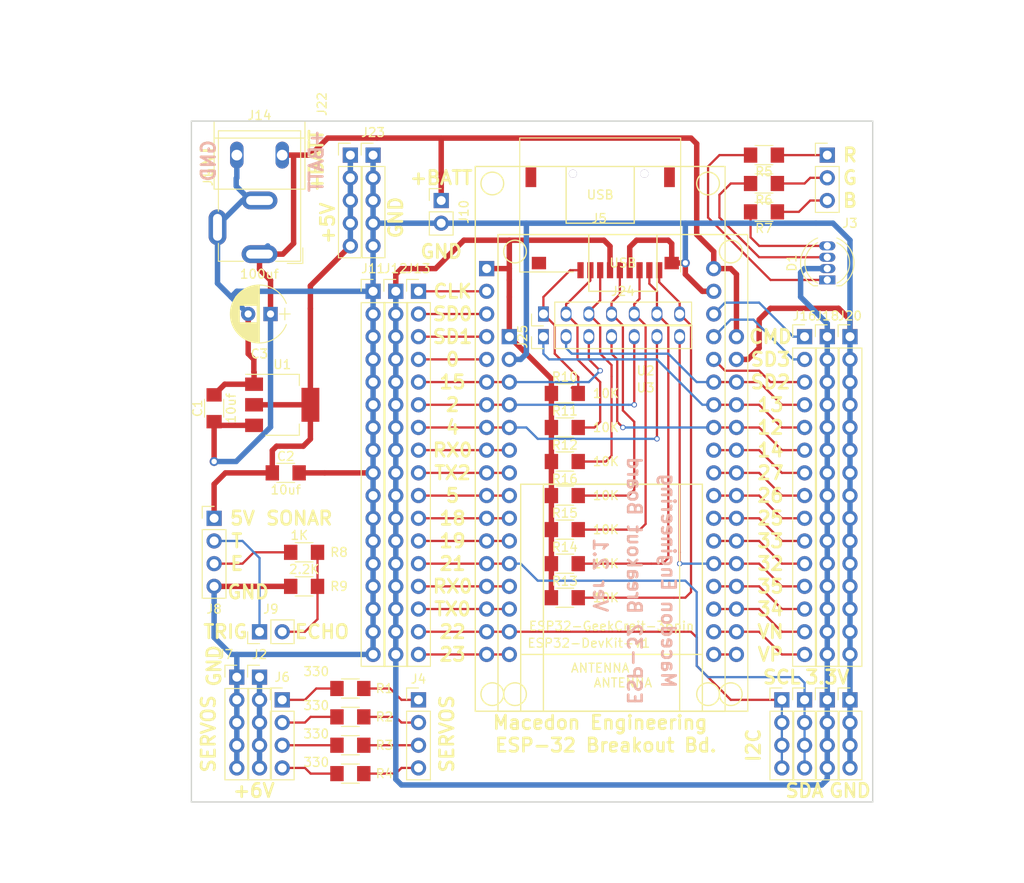
<source format=kicad_pcb>
(kicad_pcb (version 4) (host pcbnew 4.0.7)

  (general
    (links 230)
    (no_connects 0)
    (area 82.057142 59.985 211.312858 159.19)
    (thickness 1.6)
    (drawings 69)
    (tracks 490)
    (zones 0)
    (modules 48)
    (nets 63)
  )

  (page A4)
  (layers
    (0 F.Cu signal)
    (31 B.Cu signal)
    (32 B.Adhes user)
    (33 F.Adhes user)
    (34 B.Paste user)
    (35 F.Paste user)
    (36 B.SilkS user)
    (37 F.SilkS user)
    (38 B.Mask user)
    (39 F.Mask user)
    (40 Dwgs.User user)
    (41 Cmts.User user)
    (42 Eco1.User user)
    (43 Eco2.User user)
    (44 Edge.Cuts user)
    (45 Margin user)
    (46 B.CrtYd user)
    (47 F.CrtYd user)
    (48 B.Fab user)
    (49 F.Fab user)
  )

  (setup
    (last_trace_width 0.254)
    (trace_clearance 0.2)
    (zone_clearance 0.508)
    (zone_45_only no)
    (trace_min 0.2)
    (segment_width 0.2)
    (edge_width 0.15)
    (via_size 0.6)
    (via_drill 0.4)
    (via_min_size 0.4)
    (via_min_drill 0.3)
    (uvia_size 0.3)
    (uvia_drill 0.1)
    (uvias_allowed no)
    (uvia_min_size 0.2)
    (uvia_min_drill 0.1)
    (pcb_text_width 0.3)
    (pcb_text_size 1.5 1.5)
    (mod_edge_width 0.15)
    (mod_text_size 1 1)
    (mod_text_width 0.15)
    (pad_size 1.7 1.2)
    (pad_drill 1)
    (pad_to_mask_clearance 0.2)
    (aux_axis_origin 102.235 149.86)
    (grid_origin 102.235 149.86)
    (visible_elements 7FFFFFFF)
    (pcbplotparams
      (layerselection 0x010f0_80000001)
      (usegerberextensions false)
      (excludeedgelayer true)
      (linewidth 0.100000)
      (plotframeref false)
      (viasonmask false)
      (mode 1)
      (useauxorigin false)
      (hpglpennumber 1)
      (hpglpenspeed 20)
      (hpglpendiameter 15)
      (hpglpenoverlay 2)
      (psnegative false)
      (psa4output false)
      (plotreference true)
      (plotvalue true)
      (plotinvisibletext false)
      (padsonsilk false)
      (subtractmaskfromsilk false)
      (outputformat 1)
      (mirror false)
      (drillshape 0)
      (scaleselection 1)
      (outputdirectory ""))
  )

  (net 0 "")
  (net 1 +5V)
  (net 2 GND)
  (net 3 +3V3)
  (net 4 "Net-(D1-Pad3)")
  (net 5 "Net-(D1-Pad4)")
  (net 6 "Net-(J2-Pad1)")
  (net 7 "Net-(J3-Pad1)")
  (net 8 "Net-(J3-Pad2)")
  (net 9 "Net-(J3-Pad3)")
  (net 10 "Net-(J4-Pad1)")
  (net 11 "Net-(J4-Pad2)")
  (net 12 "Net-(J4-Pad3)")
  (net 13 "Net-(J4-Pad4)")
  (net 14 /SD2)
  (net 15 /SD3)
  (net 16 /CMD)
  (net 17 /CLK)
  (net 18 /SD0)
  (net 19 /SD1)
  (net 20 "Net-(J8-Pad2)")
  (net 21 "Net-(J8-Pad3)")
  (net 22 "Net-(J9-Pad2)")
  (net 23 /D0)
  (net 24 /D15)
  (net 25 /D2)
  (net 26 /D4)
  (net 27 /RX2)
  (net 28 /TX2)
  (net 29 /D5)
  (net 30 /D18)
  (net 31 /D19)
  (net 32 /D21)
  (net 33 /RX0)
  (net 34 /TX0)
  (net 35 /D22)
  (net 36 /D23)
  (net 37 /D13)
  (net 38 /D12)
  (net 39 /D14)
  (net 40 /D27)
  (net 41 /D26)
  (net 42 /D25)
  (net 43 /D33)
  (net 44 /D32)
  (net 45 /D35)
  (net 46 /D34)
  (net 47 /VN)
  (net 48 /VP)
  (net 49 "Net-(J6-Pad1)")
  (net 50 "Net-(J6-Pad2)")
  (net 51 "Net-(J6-Pad3)")
  (net 52 "Net-(J6-Pad4)")
  (net 53 +BATT)
  (net 54 "Net-(D1-Pad1)")
  (net 55 /EN)
  (net 56 "Net-(J24-Pad1)")
  (net 57 "Net-(J24-Pad2)")
  (net 58 "Net-(J24-Pad3)")
  (net 59 "Net-(J24-Pad4)")
  (net 60 "Net-(J24-Pad5)")
  (net 61 "Net-(J24-Pad6)")
  (net 62 "Net-(J24-Pad7)")

  (net_class Default "This is the default net class."
    (clearance 0.2)
    (trace_width 0.254)
    (via_dia 0.6)
    (via_drill 0.4)
    (uvia_dia 0.3)
    (uvia_drill 0.1)
    (add_net /CLK)
    (add_net /CMD)
    (add_net /D0)
    (add_net /D12)
    (add_net /D13)
    (add_net /D14)
    (add_net /D15)
    (add_net /D18)
    (add_net /D19)
    (add_net /D2)
    (add_net /D21)
    (add_net /D22)
    (add_net /D23)
    (add_net /D25)
    (add_net /D26)
    (add_net /D27)
    (add_net /D32)
    (add_net /D33)
    (add_net /D34)
    (add_net /D35)
    (add_net /D4)
    (add_net /D5)
    (add_net /EN)
    (add_net /RX0)
    (add_net /RX2)
    (add_net /SD0)
    (add_net /SD1)
    (add_net /SD2)
    (add_net /SD3)
    (add_net /TX0)
    (add_net /TX2)
    (add_net /VN)
    (add_net /VP)
    (add_net "Net-(D1-Pad1)")
    (add_net "Net-(D1-Pad3)")
    (add_net "Net-(D1-Pad4)")
    (add_net "Net-(J24-Pad1)")
    (add_net "Net-(J24-Pad2)")
    (add_net "Net-(J24-Pad3)")
    (add_net "Net-(J24-Pad4)")
    (add_net "Net-(J24-Pad5)")
    (add_net "Net-(J24-Pad6)")
    (add_net "Net-(J24-Pad7)")
    (add_net "Net-(J3-Pad1)")
    (add_net "Net-(J3-Pad2)")
    (add_net "Net-(J3-Pad3)")
    (add_net "Net-(J4-Pad1)")
    (add_net "Net-(J4-Pad2)")
    (add_net "Net-(J4-Pad3)")
    (add_net "Net-(J4-Pad4)")
    (add_net "Net-(J6-Pad1)")
    (add_net "Net-(J6-Pad2)")
    (add_net "Net-(J6-Pad3)")
    (add_net "Net-(J6-Pad4)")
    (add_net "Net-(J8-Pad2)")
    (add_net "Net-(J8-Pad3)")
    (add_net "Net-(J9-Pad2)")
  )

  (net_class Battery ""
    (clearance 0.2)
    (trace_width 0.6096)
    (via_dia 0.6096)
    (via_drill 0.4)
    (uvia_dia 0.3)
    (uvia_drill 0.1)
    (add_net +BATT)
  )

  (net_class Power ""
    (clearance 0.2)
    (trace_width 0.6096)
    (via_dia 1)
    (via_drill 0.6)
    (uvia_dia 0.3)
    (uvia_drill 0.1)
    (add_net +3V3)
    (add_net +5V)
    (add_net GND)
    (add_net "Net-(J2-Pad1)")
  )

  (module Capacitors_THT:CP_Radial_D6.3mm_P2.50mm (layer F.Cu) (tedit 5ABE85ED) (tstamp 5A8DA2A5)
    (at 111.085 95.25 180)
    (descr "CP, Radial series, Radial, pin pitch=2.50mm, , diameter=6.3mm, Electrolytic Capacitor")
    (tags "CP Radial series Radial pin pitch 2.50mm  diameter 6.3mm Electrolytic Capacitor")
    (path /5A87FF11)
    (fp_text reference C3 (at 1.25 -4.46 180) (layer F.SilkS)
      (effects (font (size 1 1) (thickness 0.15)))
    )
    (fp_text value 100uf (at 1.25 4.46 180) (layer F.SilkS)
      (effects (font (size 1 1) (thickness 0.15)))
    )
    (fp_arc (start 1.25 0) (end -1.767482 -1.18) (angle 137.3) (layer F.SilkS) (width 0.12))
    (fp_arc (start 1.25 0) (end -1.767482 1.18) (angle -137.3) (layer F.SilkS) (width 0.12))
    (fp_arc (start 1.25 0) (end 4.267482 -1.18) (angle 42.7) (layer F.SilkS) (width 0.12))
    (fp_circle (center 1.25 0) (end 4.4 0) (layer F.Fab) (width 0.1))
    (fp_line (start -2.2 0) (end -1 0) (layer F.Fab) (width 0.1))
    (fp_line (start -1.6 -0.65) (end -1.6 0.65) (layer F.Fab) (width 0.1))
    (fp_line (start 1.25 -3.2) (end 1.25 3.2) (layer F.SilkS) (width 0.12))
    (fp_line (start 1.29 -3.2) (end 1.29 3.2) (layer F.SilkS) (width 0.12))
    (fp_line (start 1.33 -3.2) (end 1.33 3.2) (layer F.SilkS) (width 0.12))
    (fp_line (start 1.37 -3.198) (end 1.37 3.198) (layer F.SilkS) (width 0.12))
    (fp_line (start 1.41 -3.197) (end 1.41 3.197) (layer F.SilkS) (width 0.12))
    (fp_line (start 1.45 -3.194) (end 1.45 3.194) (layer F.SilkS) (width 0.12))
    (fp_line (start 1.49 -3.192) (end 1.49 3.192) (layer F.SilkS) (width 0.12))
    (fp_line (start 1.53 -3.188) (end 1.53 -0.98) (layer F.SilkS) (width 0.12))
    (fp_line (start 1.53 0.98) (end 1.53 3.188) (layer F.SilkS) (width 0.12))
    (fp_line (start 1.57 -3.185) (end 1.57 -0.98) (layer F.SilkS) (width 0.12))
    (fp_line (start 1.57 0.98) (end 1.57 3.185) (layer F.SilkS) (width 0.12))
    (fp_line (start 1.61 -3.18) (end 1.61 -0.98) (layer F.SilkS) (width 0.12))
    (fp_line (start 1.61 0.98) (end 1.61 3.18) (layer F.SilkS) (width 0.12))
    (fp_line (start 1.65 -3.176) (end 1.65 -0.98) (layer F.SilkS) (width 0.12))
    (fp_line (start 1.65 0.98) (end 1.65 3.176) (layer F.SilkS) (width 0.12))
    (fp_line (start 1.69 -3.17) (end 1.69 -0.98) (layer F.SilkS) (width 0.12))
    (fp_line (start 1.69 0.98) (end 1.69 3.17) (layer F.SilkS) (width 0.12))
    (fp_line (start 1.73 -3.165) (end 1.73 -0.98) (layer F.SilkS) (width 0.12))
    (fp_line (start 1.73 0.98) (end 1.73 3.165) (layer F.SilkS) (width 0.12))
    (fp_line (start 1.77 -3.158) (end 1.77 -0.98) (layer F.SilkS) (width 0.12))
    (fp_line (start 1.77 0.98) (end 1.77 3.158) (layer F.SilkS) (width 0.12))
    (fp_line (start 1.81 -3.152) (end 1.81 -0.98) (layer F.SilkS) (width 0.12))
    (fp_line (start 1.81 0.98) (end 1.81 3.152) (layer F.SilkS) (width 0.12))
    (fp_line (start 1.85 -3.144) (end 1.85 -0.98) (layer F.SilkS) (width 0.12))
    (fp_line (start 1.85 0.98) (end 1.85 3.144) (layer F.SilkS) (width 0.12))
    (fp_line (start 1.89 -3.137) (end 1.89 -0.98) (layer F.SilkS) (width 0.12))
    (fp_line (start 1.89 0.98) (end 1.89 3.137) (layer F.SilkS) (width 0.12))
    (fp_line (start 1.93 -3.128) (end 1.93 -0.98) (layer F.SilkS) (width 0.12))
    (fp_line (start 1.93 0.98) (end 1.93 3.128) (layer F.SilkS) (width 0.12))
    (fp_line (start 1.971 -3.119) (end 1.971 -0.98) (layer F.SilkS) (width 0.12))
    (fp_line (start 1.971 0.98) (end 1.971 3.119) (layer F.SilkS) (width 0.12))
    (fp_line (start 2.011 -3.11) (end 2.011 -0.98) (layer F.SilkS) (width 0.12))
    (fp_line (start 2.011 0.98) (end 2.011 3.11) (layer F.SilkS) (width 0.12))
    (fp_line (start 2.051 -3.1) (end 2.051 -0.98) (layer F.SilkS) (width 0.12))
    (fp_line (start 2.051 0.98) (end 2.051 3.1) (layer F.SilkS) (width 0.12))
    (fp_line (start 2.091 -3.09) (end 2.091 -0.98) (layer F.SilkS) (width 0.12))
    (fp_line (start 2.091 0.98) (end 2.091 3.09) (layer F.SilkS) (width 0.12))
    (fp_line (start 2.131 -3.079) (end 2.131 -0.98) (layer F.SilkS) (width 0.12))
    (fp_line (start 2.131 0.98) (end 2.131 3.079) (layer F.SilkS) (width 0.12))
    (fp_line (start 2.171 -3.067) (end 2.171 -0.98) (layer F.SilkS) (width 0.12))
    (fp_line (start 2.171 0.98) (end 2.171 3.067) (layer F.SilkS) (width 0.12))
    (fp_line (start 2.211 -3.055) (end 2.211 -0.98) (layer F.SilkS) (width 0.12))
    (fp_line (start 2.211 0.98) (end 2.211 3.055) (layer F.SilkS) (width 0.12))
    (fp_line (start 2.251 -3.042) (end 2.251 -0.98) (layer F.SilkS) (width 0.12))
    (fp_line (start 2.251 0.98) (end 2.251 3.042) (layer F.SilkS) (width 0.12))
    (fp_line (start 2.291 -3.029) (end 2.291 -0.98) (layer F.SilkS) (width 0.12))
    (fp_line (start 2.291 0.98) (end 2.291 3.029) (layer F.SilkS) (width 0.12))
    (fp_line (start 2.331 -3.015) (end 2.331 -0.98) (layer F.SilkS) (width 0.12))
    (fp_line (start 2.331 0.98) (end 2.331 3.015) (layer F.SilkS) (width 0.12))
    (fp_line (start 2.371 -3.001) (end 2.371 -0.98) (layer F.SilkS) (width 0.12))
    (fp_line (start 2.371 0.98) (end 2.371 3.001) (layer F.SilkS) (width 0.12))
    (fp_line (start 2.411 -2.986) (end 2.411 -0.98) (layer F.SilkS) (width 0.12))
    (fp_line (start 2.411 0.98) (end 2.411 2.986) (layer F.SilkS) (width 0.12))
    (fp_line (start 2.451 -2.97) (end 2.451 -0.98) (layer F.SilkS) (width 0.12))
    (fp_line (start 2.451 0.98) (end 2.451 2.97) (layer F.SilkS) (width 0.12))
    (fp_line (start 2.491 -2.954) (end 2.491 -0.98) (layer F.SilkS) (width 0.12))
    (fp_line (start 2.491 0.98) (end 2.491 2.954) (layer F.SilkS) (width 0.12))
    (fp_line (start 2.531 -2.937) (end 2.531 -0.98) (layer F.SilkS) (width 0.12))
    (fp_line (start 2.531 0.98) (end 2.531 2.937) (layer F.SilkS) (width 0.12))
    (fp_line (start 2.571 -2.919) (end 2.571 -0.98) (layer F.SilkS) (width 0.12))
    (fp_line (start 2.571 0.98) (end 2.571 2.919) (layer F.SilkS) (width 0.12))
    (fp_line (start 2.611 -2.901) (end 2.611 -0.98) (layer F.SilkS) (width 0.12))
    (fp_line (start 2.611 0.98) (end 2.611 2.901) (layer F.SilkS) (width 0.12))
    (fp_line (start 2.651 -2.882) (end 2.651 -0.98) (layer F.SilkS) (width 0.12))
    (fp_line (start 2.651 0.98) (end 2.651 2.882) (layer F.SilkS) (width 0.12))
    (fp_line (start 2.691 -2.863) (end 2.691 -0.98) (layer F.SilkS) (width 0.12))
    (fp_line (start 2.691 0.98) (end 2.691 2.863) (layer F.SilkS) (width 0.12))
    (fp_line (start 2.731 -2.843) (end 2.731 -0.98) (layer F.SilkS) (width 0.12))
    (fp_line (start 2.731 0.98) (end 2.731 2.843) (layer F.SilkS) (width 0.12))
    (fp_line (start 2.771 -2.822) (end 2.771 -0.98) (layer F.SilkS) (width 0.12))
    (fp_line (start 2.771 0.98) (end 2.771 2.822) (layer F.SilkS) (width 0.12))
    (fp_line (start 2.811 -2.8) (end 2.811 -0.98) (layer F.SilkS) (width 0.12))
    (fp_line (start 2.811 0.98) (end 2.811 2.8) (layer F.SilkS) (width 0.12))
    (fp_line (start 2.851 -2.778) (end 2.851 -0.98) (layer F.SilkS) (width 0.12))
    (fp_line (start 2.851 0.98) (end 2.851 2.778) (layer F.SilkS) (width 0.12))
    (fp_line (start 2.891 -2.755) (end 2.891 -0.98) (layer F.SilkS) (width 0.12))
    (fp_line (start 2.891 0.98) (end 2.891 2.755) (layer F.SilkS) (width 0.12))
    (fp_line (start 2.931 -2.731) (end 2.931 -0.98) (layer F.SilkS) (width 0.12))
    (fp_line (start 2.931 0.98) (end 2.931 2.731) (layer F.SilkS) (width 0.12))
    (fp_line (start 2.971 -2.706) (end 2.971 -0.98) (layer F.SilkS) (width 0.12))
    (fp_line (start 2.971 0.98) (end 2.971 2.706) (layer F.SilkS) (width 0.12))
    (fp_line (start 3.011 -2.681) (end 3.011 -0.98) (layer F.SilkS) (width 0.12))
    (fp_line (start 3.011 0.98) (end 3.011 2.681) (layer F.SilkS) (width 0.12))
    (fp_line (start 3.051 -2.654) (end 3.051 -0.98) (layer F.SilkS) (width 0.12))
    (fp_line (start 3.051 0.98) (end 3.051 2.654) (layer F.SilkS) (width 0.12))
    (fp_line (start 3.091 -2.627) (end 3.091 -0.98) (layer F.SilkS) (width 0.12))
    (fp_line (start 3.091 0.98) (end 3.091 2.627) (layer F.SilkS) (width 0.12))
    (fp_line (start 3.131 -2.599) (end 3.131 -0.98) (layer F.SilkS) (width 0.12))
    (fp_line (start 3.131 0.98) (end 3.131 2.599) (layer F.SilkS) (width 0.12))
    (fp_line (start 3.171 -2.57) (end 3.171 -0.98) (layer F.SilkS) (width 0.12))
    (fp_line (start 3.171 0.98) (end 3.171 2.57) (layer F.SilkS) (width 0.12))
    (fp_line (start 3.211 -2.54) (end 3.211 -0.98) (layer F.SilkS) (width 0.12))
    (fp_line (start 3.211 0.98) (end 3.211 2.54) (layer F.SilkS) (width 0.12))
    (fp_line (start 3.251 -2.51) (end 3.251 -0.98) (layer F.SilkS) (width 0.12))
    (fp_line (start 3.251 0.98) (end 3.251 2.51) (layer F.SilkS) (width 0.12))
    (fp_line (start 3.291 -2.478) (end 3.291 -0.98) (layer F.SilkS) (width 0.12))
    (fp_line (start 3.291 0.98) (end 3.291 2.478) (layer F.SilkS) (width 0.12))
    (fp_line (start 3.331 -2.445) (end 3.331 -0.98) (layer F.SilkS) (width 0.12))
    (fp_line (start 3.331 0.98) (end 3.331 2.445) (layer F.SilkS) (width 0.12))
    (fp_line (start 3.371 -2.411) (end 3.371 -0.98) (layer F.SilkS) (width 0.12))
    (fp_line (start 3.371 0.98) (end 3.371 2.411) (layer F.SilkS) (width 0.12))
    (fp_line (start 3.411 -2.375) (end 3.411 -0.98) (layer F.SilkS) (width 0.12))
    (fp_line (start 3.411 0.98) (end 3.411 2.375) (layer F.SilkS) (width 0.12))
    (fp_line (start 3.451 -2.339) (end 3.451 -0.98) (layer F.SilkS) (width 0.12))
    (fp_line (start 3.451 0.98) (end 3.451 2.339) (layer F.SilkS) (width 0.12))
    (fp_line (start 3.491 -2.301) (end 3.491 2.301) (layer F.SilkS) (width 0.12))
    (fp_line (start 3.531 -2.262) (end 3.531 2.262) (layer F.SilkS) (width 0.12))
    (fp_line (start 3.571 -2.222) (end 3.571 2.222) (layer F.SilkS) (width 0.12))
    (fp_line (start 3.611 -2.18) (end 3.611 2.18) (layer F.SilkS) (width 0.12))
    (fp_line (start 3.651 -2.137) (end 3.651 2.137) (layer F.SilkS) (width 0.12))
    (fp_line (start 3.691 -2.092) (end 3.691 2.092) (layer F.SilkS) (width 0.12))
    (fp_line (start 3.731 -2.045) (end 3.731 2.045) (layer F.SilkS) (width 0.12))
    (fp_line (start 3.771 -1.997) (end 3.771 1.997) (layer F.SilkS) (width 0.12))
    (fp_line (start 3.811 -1.946) (end 3.811 1.946) (layer F.SilkS) (width 0.12))
    (fp_line (start 3.851 -1.894) (end 3.851 1.894) (layer F.SilkS) (width 0.12))
    (fp_line (start 3.891 -1.839) (end 3.891 1.839) (layer F.SilkS) (width 0.12))
    (fp_line (start 3.931 -1.781) (end 3.931 1.781) (layer F.SilkS) (width 0.12))
    (fp_line (start 3.971 -1.721) (end 3.971 1.721) (layer F.SilkS) (width 0.12))
    (fp_line (start 4.011 -1.658) (end 4.011 1.658) (layer F.SilkS) (width 0.12))
    (fp_line (start 4.051 -1.591) (end 4.051 1.591) (layer F.SilkS) (width 0.12))
    (fp_line (start 4.091 -1.52) (end 4.091 1.52) (layer F.SilkS) (width 0.12))
    (fp_line (start 4.131 -1.445) (end 4.131 1.445) (layer F.SilkS) (width 0.12))
    (fp_line (start 4.171 -1.364) (end 4.171 1.364) (layer F.SilkS) (width 0.12))
    (fp_line (start 4.211 -1.278) (end 4.211 1.278) (layer F.SilkS) (width 0.12))
    (fp_line (start 4.251 -1.184) (end 4.251 1.184) (layer F.SilkS) (width 0.12))
    (fp_line (start 4.291 -1.081) (end 4.291 1.081) (layer F.SilkS) (width 0.12))
    (fp_line (start 4.331 -0.966) (end 4.331 0.966) (layer F.SilkS) (width 0.12))
    (fp_line (start 4.371 -0.834) (end 4.371 0.834) (layer F.SilkS) (width 0.12))
    (fp_line (start 4.411 -0.676) (end 4.411 0.676) (layer F.SilkS) (width 0.12))
    (fp_line (start 4.451 -0.468) (end 4.451 0.468) (layer F.SilkS) (width 0.12))
    (fp_line (start -2.2 0) (end -1 0) (layer F.SilkS) (width 0.12))
    (fp_line (start -1.6 -0.65) (end -1.6 0.65) (layer F.SilkS) (width 0.12))
    (fp_line (start -2.25 -3.5) (end -2.25 3.5) (layer F.CrtYd) (width 0.05))
    (fp_line (start -2.25 3.5) (end 4.75 3.5) (layer F.CrtYd) (width 0.05))
    (fp_line (start 4.75 3.5) (end 4.75 -3.5) (layer F.CrtYd) (width 0.05))
    (fp_line (start 4.75 -3.5) (end -2.25 -3.5) (layer F.CrtYd) (width 0.05))
    (fp_text user %R (at 1.25 0 360) (layer F.Fab)
      (effects (font (size 1 1) (thickness 0.15)))
    )
    (pad 1 thru_hole rect (at 0 0 180) (size 1.6 1.6) (drill 0.8) (layers *.Cu *.Mask)
      (net 53 +BATT))
    (pad 2 thru_hole circle (at 2.5 0 180) (size 1.6 1.6) (drill 0.8) (layers *.Cu *.Mask)
      (net 2 GND))
    (model ${KISYS3DMOD}/Capacitors_THT.3dshapes/CP_Radial_D6.3mm_P2.50mm.wrl
      (at (xyz 0 0 0))
      (scale (xyz 1 1 1))
      (rotate (xyz 0 0 0))
    )
  )

  (module MyParts:Barrel_Jack_CUI_PJ-102AH (layer F.Cu) (tedit 5A8DA092) (tstamp 5A8DA2CF)
    (at 109.855 88.55 180)
    (descr "Thin-pin DC Barrel Jack, https://cdn-shop.adafruit.com/datasheets/21mmdcjackDatasheet.pdf")
    (tags "Power Jack")
    (path /5A8DEE82)
    (fp_text reference J1 (at 5.75 8.45 270) (layer F.SilkS)
      (effects (font (size 1 1) (thickness 0.15)))
    )
    (fp_text value Barrel_Jack (at -5.715 6.635 270) (layer F.Fab)
      (effects (font (size 1 1) (thickness 0.15)))
    )
    (fp_line (start 1.8 -1.8) (end 1.8 -1.2) (layer F.CrtYd) (width 0.05))
    (fp_line (start 1.8 -1.2) (end 5 -1.2) (layer F.CrtYd) (width 0.05))
    (fp_line (start 5 -1.2) (end 5 1.2) (layer F.CrtYd) (width 0.05))
    (fp_line (start 5 1.2) (end 6.5 1.2) (layer F.CrtYd) (width 0.05))
    (fp_line (start 6.5 1.2) (end 6.5 4.8) (layer F.CrtYd) (width 0.05))
    (fp_line (start 6.5 4.8) (end 5 4.8) (layer F.CrtYd) (width 0.05))
    (fp_line (start 5 4.8) (end 5 14.2) (layer F.CrtYd) (width 0.05))
    (fp_line (start 5 14.2) (end -5 14.2) (layer F.CrtYd) (width 0.05))
    (fp_line (start -5 14.2) (end -5 -1.2) (layer F.CrtYd) (width 0.05))
    (fp_line (start -5 -1.2) (end -1.8 -1.2) (layer F.CrtYd) (width 0.05))
    (fp_line (start -1.8 -1.2) (end -1.8 -1.8) (layer F.CrtYd) (width 0.05))
    (fp_line (start -1.8 -1.8) (end 1.8 -1.8) (layer F.CrtYd) (width 0.05))
    (fp_line (start 4.6 4.8) (end 4.6 13.8) (layer F.SilkS) (width 0.12))
    (fp_line (start 4.6 13.8) (end -4.6 13.8) (layer F.SilkS) (width 0.12))
    (fp_line (start -4.6 13.8) (end -4.6 -0.8) (layer F.SilkS) (width 0.12))
    (fp_line (start -4.6 -0.8) (end -1.8 -0.8) (layer F.SilkS) (width 0.12))
    (fp_line (start 1.8 -0.8) (end 4.6 -0.8) (layer F.SilkS) (width 0.12))
    (fp_line (start 4.6 -0.8) (end 4.6 1.2) (layer F.SilkS) (width 0.12))
    (fp_line (start -4.84 0.7) (end -4.84 -1.04) (layer F.SilkS) (width 0.12))
    (fp_line (start -4.84 -1.04) (end -3.1 -1.04) (layer F.SilkS) (width 0.12))
    (fp_line (start 4.5 -0.7) (end 4.5 13.7) (layer F.Fab) (width 0.1))
    (fp_line (start 4.5 13.7) (end -4.5 13.7) (layer F.Fab) (width 0.1))
    (fp_line (start -4.5 13.7) (end -4.5 0.3) (layer F.Fab) (width 0.1))
    (fp_line (start -4.5 0.3) (end -3.5 -0.7) (layer F.Fab) (width 0.1))
    (fp_line (start -3.5 -0.7) (end 4.5 -0.7) (layer F.Fab) (width 0.1))
    (fp_line (start -4.5 10.2) (end 4.5 10.2) (layer F.Fab) (width 0.1))
    (fp_text user %R (at 0 8.89 180) (layer F.Fab)
      (effects (font (size 1 1) (thickness 0.15)))
    )
    (pad 1 thru_hole oval (at 0 0 180) (size 4 2) (drill oval 3 1) (layers *.Cu *.Mask)
      (net 53 +BATT))
    (pad 2 thru_hole oval (at 0 6 180) (size 4 2) (drill oval 3 1) (layers *.Cu *.Mask)
      (net 2 GND))
    (pad 3 thru_hole oval (at 4.7 3 180) (size 2 4) (drill oval 1 3) (layers *.Cu *.Mask)
      (net 2 GND))
    (model ${KISYS3DMOD}/Connectors.3dshapes/Barrel_Jack_CUI_PJ-102AH.wrl
      (at (xyz 0 0 0))
      (scale (xyz 1 1 1))
      (rotate (xyz 0 0 0))
    )
  )

  (module Pin_Headers:Pin_Header_Straight_1x03_Pitch2.54mm (layer F.Cu) (tedit 59650532) (tstamp 5A8DA2DF)
    (at 173.355 77.47)
    (descr "Through hole straight pin header, 1x03, 2.54mm pitch, single row")
    (tags "Through hole pin header THT 1x03 2.54mm single row")
    (path /5A85D509)
    (fp_text reference J3 (at 2.54 7.62) (layer F.SilkS)
      (effects (font (size 1 1) (thickness 0.15)))
    )
    (fp_text value Conn_01x03_Male (at 15.24 1.27) (layer F.Fab)
      (effects (font (size 1 1) (thickness 0.15)))
    )
    (fp_line (start -0.635 -1.27) (end 1.27 -1.27) (layer F.Fab) (width 0.1))
    (fp_line (start 1.27 -1.27) (end 1.27 6.35) (layer F.Fab) (width 0.1))
    (fp_line (start 1.27 6.35) (end -1.27 6.35) (layer F.Fab) (width 0.1))
    (fp_line (start -1.27 6.35) (end -1.27 -0.635) (layer F.Fab) (width 0.1))
    (fp_line (start -1.27 -0.635) (end -0.635 -1.27) (layer F.Fab) (width 0.1))
    (fp_line (start -1.33 6.41) (end 1.33 6.41) (layer F.SilkS) (width 0.12))
    (fp_line (start -1.33 1.27) (end -1.33 6.41) (layer F.SilkS) (width 0.12))
    (fp_line (start 1.33 1.27) (end 1.33 6.41) (layer F.SilkS) (width 0.12))
    (fp_line (start -1.33 1.27) (end 1.33 1.27) (layer F.SilkS) (width 0.12))
    (fp_line (start -1.33 0) (end -1.33 -1.33) (layer F.SilkS) (width 0.12))
    (fp_line (start -1.33 -1.33) (end 0 -1.33) (layer F.SilkS) (width 0.12))
    (fp_line (start -1.8 -1.8) (end -1.8 6.85) (layer F.CrtYd) (width 0.05))
    (fp_line (start -1.8 6.85) (end 1.8 6.85) (layer F.CrtYd) (width 0.05))
    (fp_line (start 1.8 6.85) (end 1.8 -1.8) (layer F.CrtYd) (width 0.05))
    (fp_line (start 1.8 -1.8) (end -1.8 -1.8) (layer F.CrtYd) (width 0.05))
    (fp_text user %R (at 0 2.54 90) (layer F.Fab)
      (effects (font (size 1 1) (thickness 0.15)))
    )
    (pad 1 thru_hole rect (at 0 0) (size 1.7 1.7) (drill 1) (layers *.Cu *.Mask)
      (net 7 "Net-(J3-Pad1)"))
    (pad 2 thru_hole oval (at 0 2.54) (size 1.7 1.7) (drill 1) (layers *.Cu *.Mask)
      (net 8 "Net-(J3-Pad2)"))
    (pad 3 thru_hole oval (at 0 5.08) (size 1.7 1.7) (drill 1) (layers *.Cu *.Mask)
      (net 9 "Net-(J3-Pad3)"))
    (model ${KISYS3DMOD}/Pin_Headers.3dshapes/Pin_Header_Straight_1x03_Pitch2.54mm.wrl
      (at (xyz 0 0 0))
      (scale (xyz 1 1 1))
      (rotate (xyz 0 0 0))
    )
  )

  (module Pin_Headers:Pin_Header_Straight_1x04_Pitch2.54mm (layer F.Cu) (tedit 5A8F1314) (tstamp 5A8DA2E7)
    (at 127.635 138.43)
    (descr "Through hole straight pin header, 1x04, 2.54mm pitch, single row")
    (tags "Through hole pin header THT 1x04 2.54mm single row")
    (path /5A85D6D8)
    (fp_text reference J4 (at 0 -2.33) (layer F.SilkS)
      (effects (font (size 1 1) (thickness 0.15)))
    )
    (fp_text value Conn_01x04_Male (at 5.715 17.145) (layer F.Fab) hide
      (effects (font (size 1 1) (thickness 0.15)))
    )
    (fp_line (start -0.635 -1.27) (end 1.27 -1.27) (layer F.Fab) (width 0.1))
    (fp_line (start 1.27 -1.27) (end 1.27 8.89) (layer F.Fab) (width 0.1))
    (fp_line (start 1.27 8.89) (end -1.27 8.89) (layer F.Fab) (width 0.1))
    (fp_line (start -1.27 8.89) (end -1.27 -0.635) (layer F.Fab) (width 0.1))
    (fp_line (start -1.27 -0.635) (end -0.635 -1.27) (layer F.Fab) (width 0.1))
    (fp_line (start -1.33 8.95) (end 1.33 8.95) (layer F.SilkS) (width 0.12))
    (fp_line (start -1.33 1.27) (end -1.33 8.95) (layer F.SilkS) (width 0.12))
    (fp_line (start 1.33 1.27) (end 1.33 8.95) (layer F.SilkS) (width 0.12))
    (fp_line (start -1.33 1.27) (end 1.33 1.27) (layer F.SilkS) (width 0.12))
    (fp_line (start -1.33 0) (end -1.33 -1.33) (layer F.SilkS) (width 0.12))
    (fp_line (start -1.33 -1.33) (end 0 -1.33) (layer F.SilkS) (width 0.12))
    (fp_line (start -1.8 -1.8) (end -1.8 9.4) (layer F.CrtYd) (width 0.05))
    (fp_line (start -1.8 9.4) (end 1.8 9.4) (layer F.CrtYd) (width 0.05))
    (fp_line (start 1.8 9.4) (end 1.8 -1.8) (layer F.CrtYd) (width 0.05))
    (fp_line (start 1.8 -1.8) (end -1.8 -1.8) (layer F.CrtYd) (width 0.05))
    (fp_text user %R (at 0 3.81 90) (layer F.Fab)
      (effects (font (size 1 1) (thickness 0.15)))
    )
    (pad 1 thru_hole rect (at 0 0) (size 1.7 1.7) (drill 1) (layers *.Cu *.Mask)
      (net 10 "Net-(J4-Pad1)"))
    (pad 2 thru_hole oval (at 0 2.54) (size 1.7 1.7) (drill 1) (layers *.Cu *.Mask)
      (net 11 "Net-(J4-Pad2)"))
    (pad 3 thru_hole oval (at 0 5.08) (size 1.7 1.7) (drill 1) (layers *.Cu *.Mask)
      (net 12 "Net-(J4-Pad3)"))
    (pad 4 thru_hole oval (at 0 7.62) (size 1.7 1.7) (drill 1) (layers *.Cu *.Mask)
      (net 13 "Net-(J4-Pad4)"))
    (model ${KISYS3DMOD}/Pin_Headers.3dshapes/Pin_Header_Straight_1x04_Pitch2.54mm.wrl
      (at (xyz 0 0 0))
      (scale (xyz 1 1 1))
      (rotate (xyz 0 0 0))
    )
  )

  (module MyParts:uSD_Card_Receptacle (layer F.Cu) (tedit 5A8B443B) (tstamp 5A8DA2FE)
    (at 147.955 82.55 180)
    (path /5A931779)
    (attr smd)
    (fp_text reference J5 (at 0.1 -2 180) (layer F.SilkS)
      (effects (font (size 1 1) (thickness 0.15)))
    )
    (fp_text value Micro_SD_Card_Shield (at -0.3 -4.3 180) (layer F.Fab)
      (effects (font (size 1 1) (thickness 0.15)))
    )
    (fp_line (start 3 -8) (end 9 -8) (layer F.SilkS) (width 0.12))
    (fp_line (start -9 7) (end -9 -8) (layer F.SilkS) (width 0.12))
    (fp_line (start 9 7) (end 9 -8) (layer F.SilkS) (width 0.12))
    (fp_line (start 9 7) (end -9 7) (layer F.SilkS) (width 0.12))
    (pad 12 smd rect (at -7.75 2.6 180) (size 1.2 2.2) (layers F.Cu F.Paste F.Mask))
    (pad 13 smd rect (at 7.75 2.6 180) (size 1.2 2.2) (layers F.Cu F.Paste F.Mask))
    (pad 11 smd rect (at 6.85 -7 180) (size 1.6 1.4) (layers F.Cu F.Paste F.Mask))
    (pad 10 smd rect (at -8 -7 180) (size 1.6 1.4) (layers F.Cu F.Paste F.Mask)
      (net 2 GND))
    (pad 1 smd rect (at 2.2 -7.8 180) (size 0.7 1.8) (layers F.Cu F.Paste F.Mask)
      (net 56 "Net-(J24-Pad1)"))
    (pad 2 smd rect (at 1.1 -7.8 180) (size 0.7 1.8) (layers F.Cu F.Paste F.Mask)
      (net 57 "Net-(J24-Pad2)"))
    (pad 3 smd rect (at 0 -7.8 180) (size 0.7 1.8) (layers F.Cu F.Paste F.Mask)
      (net 58 "Net-(J24-Pad3)"))
    (pad 4 smd rect (at -1.1 -7.8 180) (size 0.7 1.8) (layers F.Cu F.Paste F.Mask)
      (net 3 +3V3))
    (pad 5 smd rect (at -2.2 -7.8 180) (size 0.7 1.8) (layers F.Cu F.Paste F.Mask)
      (net 59 "Net-(J24-Pad4)"))
    (pad 6 smd rect (at -3.3 -7.8 180) (size 0.7 1.8) (layers F.Cu F.Paste F.Mask)
      (net 2 GND))
    (pad 7 smd rect (at -4.4 -7.8 180) (size 0.7 1.8) (layers F.Cu F.Paste F.Mask)
      (net 60 "Net-(J24-Pad5)"))
    (pad 8 smd rect (at -5.5 -7.8 180) (size 0.7 1.8) (layers F.Cu F.Paste F.Mask)
      (net 61 "Net-(J24-Pad6)"))
    (pad 9 smd rect (at -6.6 -7.8 180) (size 0.7 1.8) (layers F.Cu F.Paste F.Mask)
      (net 62 "Net-(J24-Pad7)"))
    (pad 15 thru_hole circle (at 3.05 3 180) (size 0.9 0.9) (drill 0.9) (layers *.Cu *.Mask))
    (pad 14 thru_hole circle (at -4.95 3 180) (size 0.9 0.9) (drill 0.9) (layers *.Cu *.Mask))
  )

  (module Pin_Headers:Pin_Header_Straight_1x04_Pitch2.54mm (layer F.Cu) (tedit 5A8F1304) (tstamp 5A8DA316)
    (at 104.775 118.11)
    (descr "Through hole straight pin header, 1x04, 2.54mm pitch, single row")
    (tags "Through hole pin header THT 1x04 2.54mm single row")
    (path /5A871B57)
    (fp_text reference J8 (at 0 10.16) (layer F.SilkS)
      (effects (font (size 1 1) (thickness 0.15)))
    )
    (fp_text value Conn_01x04_Male (at -14.605 -7.62) (layer F.Fab) hide
      (effects (font (size 1 1) (thickness 0.15)))
    )
    (fp_line (start -0.635 -1.27) (end 1.27 -1.27) (layer F.Fab) (width 0.1))
    (fp_line (start 1.27 -1.27) (end 1.27 8.89) (layer F.Fab) (width 0.1))
    (fp_line (start 1.27 8.89) (end -1.27 8.89) (layer F.Fab) (width 0.1))
    (fp_line (start -1.27 8.89) (end -1.27 -0.635) (layer F.Fab) (width 0.1))
    (fp_line (start -1.27 -0.635) (end -0.635 -1.27) (layer F.Fab) (width 0.1))
    (fp_line (start -1.33 8.95) (end 1.33 8.95) (layer F.SilkS) (width 0.12))
    (fp_line (start -1.33 1.27) (end -1.33 8.95) (layer F.SilkS) (width 0.12))
    (fp_line (start 1.33 1.27) (end 1.33 8.95) (layer F.SilkS) (width 0.12))
    (fp_line (start -1.33 1.27) (end 1.33 1.27) (layer F.SilkS) (width 0.12))
    (fp_line (start -1.33 0) (end -1.33 -1.33) (layer F.SilkS) (width 0.12))
    (fp_line (start -1.33 -1.33) (end 0 -1.33) (layer F.SilkS) (width 0.12))
    (fp_line (start -1.8 -1.8) (end -1.8 9.4) (layer F.CrtYd) (width 0.05))
    (fp_line (start -1.8 9.4) (end 1.8 9.4) (layer F.CrtYd) (width 0.05))
    (fp_line (start 1.8 9.4) (end 1.8 -1.8) (layer F.CrtYd) (width 0.05))
    (fp_line (start 1.8 -1.8) (end -1.8 -1.8) (layer F.CrtYd) (width 0.05))
    (fp_text user %R (at 0 3.81 90) (layer F.Fab)
      (effects (font (size 1 1) (thickness 0.15)))
    )
    (pad 1 thru_hole rect (at 0 0) (size 1.7 1.7) (drill 1) (layers *.Cu *.Mask)
      (net 1 +5V))
    (pad 2 thru_hole oval (at 0 2.54) (size 1.7 1.7) (drill 1) (layers *.Cu *.Mask)
      (net 20 "Net-(J8-Pad2)"))
    (pad 3 thru_hole oval (at 0 5.08) (size 1.7 1.7) (drill 1) (layers *.Cu *.Mask)
      (net 21 "Net-(J8-Pad3)"))
    (pad 4 thru_hole oval (at 0 7.62) (size 1.7 1.7) (drill 1) (layers *.Cu *.Mask)
      (net 2 GND))
    (model ${KISYS3DMOD}/Pin_Headers.3dshapes/Pin_Header_Straight_1x04_Pitch2.54mm.wrl
      (at (xyz 0 0 0))
      (scale (xyz 1 1 1))
      (rotate (xyz 0 0 0))
    )
  )

  (module Pin_Headers:Pin_Header_Straight_1x02_Pitch2.54mm (layer F.Cu) (tedit 5A8F1347) (tstamp 5A8DA31C)
    (at 109.855 130.81 90)
    (descr "Through hole straight pin header, 1x02, 2.54mm pitch, single row")
    (tags "Through hole pin header THT 1x02 2.54mm single row")
    (path /5A871EC3)
    (fp_text reference J9 (at 2.54 1.27 180) (layer F.SilkS)
      (effects (font (size 1 1) (thickness 0.15)))
    )
    (fp_text value Conn_01x02_Male (at 0.635 -16.51 90) (layer F.Fab) hide
      (effects (font (size 1 1) (thickness 0.15)))
    )
    (fp_line (start -0.635 -1.27) (end 1.27 -1.27) (layer F.Fab) (width 0.1))
    (fp_line (start 1.27 -1.27) (end 1.27 3.81) (layer F.Fab) (width 0.1))
    (fp_line (start 1.27 3.81) (end -1.27 3.81) (layer F.Fab) (width 0.1))
    (fp_line (start -1.27 3.81) (end -1.27 -0.635) (layer F.Fab) (width 0.1))
    (fp_line (start -1.27 -0.635) (end -0.635 -1.27) (layer F.Fab) (width 0.1))
    (fp_line (start -1.33 3.87) (end 1.33 3.87) (layer F.SilkS) (width 0.12))
    (fp_line (start -1.33 1.27) (end -1.33 3.87) (layer F.SilkS) (width 0.12))
    (fp_line (start 1.33 1.27) (end 1.33 3.87) (layer F.SilkS) (width 0.12))
    (fp_line (start -1.33 1.27) (end 1.33 1.27) (layer F.SilkS) (width 0.12))
    (fp_line (start -1.33 0) (end -1.33 -1.33) (layer F.SilkS) (width 0.12))
    (fp_line (start -1.33 -1.33) (end 0 -1.33) (layer F.SilkS) (width 0.12))
    (fp_line (start -1.8 -1.8) (end -1.8 4.35) (layer F.CrtYd) (width 0.05))
    (fp_line (start -1.8 4.35) (end 1.8 4.35) (layer F.CrtYd) (width 0.05))
    (fp_line (start 1.8 4.35) (end 1.8 -1.8) (layer F.CrtYd) (width 0.05))
    (fp_line (start 1.8 -1.8) (end -1.8 -1.8) (layer F.CrtYd) (width 0.05))
    (fp_text user %R (at 0 1.27 180) (layer F.Fab)
      (effects (font (size 1 1) (thickness 0.15)))
    )
    (pad 1 thru_hole rect (at 0 0 90) (size 1.7 1.7) (drill 1) (layers *.Cu *.Mask)
      (net 20 "Net-(J8-Pad2)"))
    (pad 2 thru_hole oval (at 0 2.54 90) (size 1.7 1.7) (drill 1) (layers *.Cu *.Mask)
      (net 22 "Net-(J9-Pad2)"))
    (model ${KISYS3DMOD}/Pin_Headers.3dshapes/Pin_Header_Straight_1x02_Pitch2.54mm.wrl
      (at (xyz 0 0 0))
      (scale (xyz 1 1 1))
      (rotate (xyz 0 0 0))
    )
  )

  (module Pin_Headers:Pin_Header_Straight_1x02_Pitch2.54mm (layer F.Cu) (tedit 59650532) (tstamp 5A8DA322)
    (at 130.175 82.55)
    (descr "Through hole straight pin header, 1x02, 2.54mm pitch, single row")
    (tags "Through hole pin header THT 1x02 2.54mm single row")
    (path /5A87E922)
    (fp_text reference J10 (at 2.54 1.27 90) (layer F.SilkS)
      (effects (font (size 1 1) (thickness 0.15)))
    )
    (fp_text value Conn_01x02_Male (at 4.445 22.225) (layer F.Fab)
      (effects (font (size 1 1) (thickness 0.15)))
    )
    (fp_line (start -0.635 -1.27) (end 1.27 -1.27) (layer F.Fab) (width 0.1))
    (fp_line (start 1.27 -1.27) (end 1.27 3.81) (layer F.Fab) (width 0.1))
    (fp_line (start 1.27 3.81) (end -1.27 3.81) (layer F.Fab) (width 0.1))
    (fp_line (start -1.27 3.81) (end -1.27 -0.635) (layer F.Fab) (width 0.1))
    (fp_line (start -1.27 -0.635) (end -0.635 -1.27) (layer F.Fab) (width 0.1))
    (fp_line (start -1.33 3.87) (end 1.33 3.87) (layer F.SilkS) (width 0.12))
    (fp_line (start -1.33 1.27) (end -1.33 3.87) (layer F.SilkS) (width 0.12))
    (fp_line (start 1.33 1.27) (end 1.33 3.87) (layer F.SilkS) (width 0.12))
    (fp_line (start -1.33 1.27) (end 1.33 1.27) (layer F.SilkS) (width 0.12))
    (fp_line (start -1.33 0) (end -1.33 -1.33) (layer F.SilkS) (width 0.12))
    (fp_line (start -1.33 -1.33) (end 0 -1.33) (layer F.SilkS) (width 0.12))
    (fp_line (start -1.8 -1.8) (end -1.8 4.35) (layer F.CrtYd) (width 0.05))
    (fp_line (start -1.8 4.35) (end 1.8 4.35) (layer F.CrtYd) (width 0.05))
    (fp_line (start 1.8 4.35) (end 1.8 -1.8) (layer F.CrtYd) (width 0.05))
    (fp_line (start 1.8 -1.8) (end -1.8 -1.8) (layer F.CrtYd) (width 0.05))
    (fp_text user %R (at 0 1.27 90) (layer F.Fab)
      (effects (font (size 1 1) (thickness 0.15)))
    )
    (pad 1 thru_hole rect (at 0 0) (size 1.7 1.7) (drill 1) (layers *.Cu *.Mask)
      (net 53 +BATT))
    (pad 2 thru_hole oval (at 0 2.54) (size 1.7 1.7) (drill 1) (layers *.Cu *.Mask)
      (net 2 GND))
    (model ${KISYS3DMOD}/Pin_Headers.3dshapes/Pin_Header_Straight_1x02_Pitch2.54mm.wrl
      (at (xyz 0 0 0))
      (scale (xyz 1 1 1))
      (rotate (xyz 0 0 0))
    )
  )

  (module Pin_Headers:Pin_Header_Straight_1x17_Pitch2.54mm (layer F.Cu) (tedit 59650532) (tstamp 5A8DA337)
    (at 122.555 92.71)
    (descr "Through hole straight pin header, 1x17, 2.54mm pitch, single row")
    (tags "Through hole pin header THT 1x17 2.54mm single row")
    (path /5A88359F)
    (fp_text reference J11 (at 0 -2.54) (layer F.SilkS)
      (effects (font (size 1 1) (thickness 0.15)))
    )
    (fp_text value Conn_01x17_Male (at -33.655 48.895) (layer F.Fab)
      (effects (font (size 1 1) (thickness 0.15)))
    )
    (fp_line (start -0.635 -1.27) (end 1.27 -1.27) (layer F.Fab) (width 0.1))
    (fp_line (start 1.27 -1.27) (end 1.27 41.91) (layer F.Fab) (width 0.1))
    (fp_line (start 1.27 41.91) (end -1.27 41.91) (layer F.Fab) (width 0.1))
    (fp_line (start -1.27 41.91) (end -1.27 -0.635) (layer F.Fab) (width 0.1))
    (fp_line (start -1.27 -0.635) (end -0.635 -1.27) (layer F.Fab) (width 0.1))
    (fp_line (start -1.33 41.97) (end 1.33 41.97) (layer F.SilkS) (width 0.12))
    (fp_line (start -1.33 1.27) (end -1.33 41.97) (layer F.SilkS) (width 0.12))
    (fp_line (start 1.33 1.27) (end 1.33 41.97) (layer F.SilkS) (width 0.12))
    (fp_line (start -1.33 1.27) (end 1.33 1.27) (layer F.SilkS) (width 0.12))
    (fp_line (start -1.33 0) (end -1.33 -1.33) (layer F.SilkS) (width 0.12))
    (fp_line (start -1.33 -1.33) (end 0 -1.33) (layer F.SilkS) (width 0.12))
    (fp_line (start -1.8 -1.8) (end -1.8 42.45) (layer F.CrtYd) (width 0.05))
    (fp_line (start -1.8 42.45) (end 1.8 42.45) (layer F.CrtYd) (width 0.05))
    (fp_line (start 1.8 42.45) (end 1.8 -1.8) (layer F.CrtYd) (width 0.05))
    (fp_line (start 1.8 -1.8) (end -1.8 -1.8) (layer F.CrtYd) (width 0.05))
    (fp_text user %R (at 0 20.32 90) (layer F.Fab)
      (effects (font (size 1 1) (thickness 0.15)))
    )
    (pad 1 thru_hole rect (at 0 0) (size 1.7 1.7) (drill 1) (layers *.Cu *.Mask)
      (net 2 GND))
    (pad 2 thru_hole oval (at 0 2.54) (size 1.7 1.7) (drill 1) (layers *.Cu *.Mask)
      (net 2 GND))
    (pad 3 thru_hole oval (at 0 5.08) (size 1.7 1.7) (drill 1) (layers *.Cu *.Mask)
      (net 2 GND))
    (pad 4 thru_hole oval (at 0 7.62) (size 1.7 1.7) (drill 1) (layers *.Cu *.Mask)
      (net 2 GND))
    (pad 5 thru_hole oval (at 0 10.16) (size 1.7 1.7) (drill 1) (layers *.Cu *.Mask)
      (net 2 GND))
    (pad 6 thru_hole oval (at 0 12.7) (size 1.7 1.7) (drill 1) (layers *.Cu *.Mask)
      (net 2 GND))
    (pad 7 thru_hole oval (at 0 15.24) (size 1.7 1.7) (drill 1) (layers *.Cu *.Mask)
      (net 2 GND))
    (pad 8 thru_hole oval (at 0 17.78) (size 1.7 1.7) (drill 1) (layers *.Cu *.Mask)
      (net 2 GND))
    (pad 9 thru_hole oval (at 0 20.32) (size 1.7 1.7) (drill 1) (layers *.Cu *.Mask)
      (net 2 GND))
    (pad 10 thru_hole oval (at 0 22.86) (size 1.7 1.7) (drill 1) (layers *.Cu *.Mask)
      (net 2 GND))
    (pad 11 thru_hole oval (at 0 25.4) (size 1.7 1.7) (drill 1) (layers *.Cu *.Mask)
      (net 2 GND))
    (pad 12 thru_hole oval (at 0 27.94) (size 1.7 1.7) (drill 1) (layers *.Cu *.Mask)
      (net 2 GND))
    (pad 13 thru_hole oval (at 0 30.48) (size 1.7 1.7) (drill 1) (layers *.Cu *.Mask)
      (net 2 GND))
    (pad 14 thru_hole oval (at 0 33.02) (size 1.7 1.7) (drill 1) (layers *.Cu *.Mask)
      (net 2 GND))
    (pad 15 thru_hole oval (at 0 35.56) (size 1.7 1.7) (drill 1) (layers *.Cu *.Mask)
      (net 2 GND))
    (pad 16 thru_hole oval (at 0 38.1) (size 1.7 1.7) (drill 1) (layers *.Cu *.Mask)
      (net 2 GND))
    (pad 17 thru_hole oval (at 0 40.64) (size 1.7 1.7) (drill 1) (layers *.Cu *.Mask)
      (net 2 GND))
    (model ${KISYS3DMOD}/Pin_Headers.3dshapes/Pin_Header_Straight_1x17_Pitch2.54mm.wrl
      (at (xyz 0 0 0))
      (scale (xyz 1 1 1))
      (rotate (xyz 0 0 0))
    )
  )

  (module Pin_Headers:Pin_Header_Straight_1x17_Pitch2.54mm (layer F.Cu) (tedit 59650532) (tstamp 5A8DA34C)
    (at 125.095 92.71)
    (descr "Through hole straight pin header, 1x17, 2.54mm pitch, single row")
    (tags "Through hole pin header THT 1x17 2.54mm single row")
    (path /5A88352E)
    (fp_text reference J12 (at 0 -2.54) (layer F.SilkS)
      (effects (font (size 1 1) (thickness 0.15)))
    )
    (fp_text value Conn_01x17_Male (at -31.115 50.165) (layer F.Fab)
      (effects (font (size 1 1) (thickness 0.15)))
    )
    (fp_line (start -0.635 -1.27) (end 1.27 -1.27) (layer F.Fab) (width 0.1))
    (fp_line (start 1.27 -1.27) (end 1.27 41.91) (layer F.Fab) (width 0.1))
    (fp_line (start 1.27 41.91) (end -1.27 41.91) (layer F.Fab) (width 0.1))
    (fp_line (start -1.27 41.91) (end -1.27 -0.635) (layer F.Fab) (width 0.1))
    (fp_line (start -1.27 -0.635) (end -0.635 -1.27) (layer F.Fab) (width 0.1))
    (fp_line (start -1.33 41.97) (end 1.33 41.97) (layer F.SilkS) (width 0.12))
    (fp_line (start -1.33 1.27) (end -1.33 41.97) (layer F.SilkS) (width 0.12))
    (fp_line (start 1.33 1.27) (end 1.33 41.97) (layer F.SilkS) (width 0.12))
    (fp_line (start -1.33 1.27) (end 1.33 1.27) (layer F.SilkS) (width 0.12))
    (fp_line (start -1.33 0) (end -1.33 -1.33) (layer F.SilkS) (width 0.12))
    (fp_line (start -1.33 -1.33) (end 0 -1.33) (layer F.SilkS) (width 0.12))
    (fp_line (start -1.8 -1.8) (end -1.8 42.45) (layer F.CrtYd) (width 0.05))
    (fp_line (start -1.8 42.45) (end 1.8 42.45) (layer F.CrtYd) (width 0.05))
    (fp_line (start 1.8 42.45) (end 1.8 -1.8) (layer F.CrtYd) (width 0.05))
    (fp_line (start 1.8 -1.8) (end -1.8 -1.8) (layer F.CrtYd) (width 0.05))
    (fp_text user %R (at 0 20.32 90) (layer F.Fab)
      (effects (font (size 1 1) (thickness 0.15)))
    )
    (pad 1 thru_hole rect (at 0 0) (size 1.7 1.7) (drill 1) (layers *.Cu *.Mask)
      (net 3 +3V3))
    (pad 2 thru_hole oval (at 0 2.54) (size 1.7 1.7) (drill 1) (layers *.Cu *.Mask)
      (net 3 +3V3))
    (pad 3 thru_hole oval (at 0 5.08) (size 1.7 1.7) (drill 1) (layers *.Cu *.Mask)
      (net 3 +3V3))
    (pad 4 thru_hole oval (at 0 7.62) (size 1.7 1.7) (drill 1) (layers *.Cu *.Mask)
      (net 3 +3V3))
    (pad 5 thru_hole oval (at 0 10.16) (size 1.7 1.7) (drill 1) (layers *.Cu *.Mask)
      (net 3 +3V3))
    (pad 6 thru_hole oval (at 0 12.7) (size 1.7 1.7) (drill 1) (layers *.Cu *.Mask)
      (net 3 +3V3))
    (pad 7 thru_hole oval (at 0 15.24) (size 1.7 1.7) (drill 1) (layers *.Cu *.Mask)
      (net 3 +3V3))
    (pad 8 thru_hole oval (at 0 17.78) (size 1.7 1.7) (drill 1) (layers *.Cu *.Mask)
      (net 3 +3V3))
    (pad 9 thru_hole oval (at 0 20.32) (size 1.7 1.7) (drill 1) (layers *.Cu *.Mask)
      (net 3 +3V3))
    (pad 10 thru_hole oval (at 0 22.86) (size 1.7 1.7) (drill 1) (layers *.Cu *.Mask)
      (net 3 +3V3))
    (pad 11 thru_hole oval (at 0 25.4) (size 1.7 1.7) (drill 1) (layers *.Cu *.Mask)
      (net 3 +3V3))
    (pad 12 thru_hole oval (at 0 27.94) (size 1.7 1.7) (drill 1) (layers *.Cu *.Mask)
      (net 3 +3V3))
    (pad 13 thru_hole oval (at 0 30.48) (size 1.7 1.7) (drill 1) (layers *.Cu *.Mask)
      (net 3 +3V3))
    (pad 14 thru_hole oval (at 0 33.02) (size 1.7 1.7) (drill 1) (layers *.Cu *.Mask)
      (net 3 +3V3))
    (pad 15 thru_hole oval (at 0 35.56) (size 1.7 1.7) (drill 1) (layers *.Cu *.Mask)
      (net 3 +3V3))
    (pad 16 thru_hole oval (at 0 38.1) (size 1.7 1.7) (drill 1) (layers *.Cu *.Mask)
      (net 3 +3V3))
    (pad 17 thru_hole oval (at 0 40.64) (size 1.7 1.7) (drill 1) (layers *.Cu *.Mask)
      (net 3 +3V3))
    (model ${KISYS3DMOD}/Pin_Headers.3dshapes/Pin_Header_Straight_1x17_Pitch2.54mm.wrl
      (at (xyz 0 0 0))
      (scale (xyz 1 1 1))
      (rotate (xyz 0 0 0))
    )
  )

  (module Pin_Headers:Pin_Header_Straight_1x17_Pitch2.54mm (layer F.Cu) (tedit 59650532) (tstamp 5A8DA361)
    (at 127.635 92.71)
    (descr "Through hole straight pin header, 1x17, 2.54mm pitch, single row")
    (tags "Through hole pin header THT 1x17 2.54mm single row")
    (path /5A883445)
    (fp_text reference J13 (at 0 -2.54) (layer F.SilkS)
      (effects (font (size 1 1) (thickness 0.15)))
    )
    (fp_text value Conn_01x17_Male (at -38.1 46.99) (layer F.Fab)
      (effects (font (size 1 1) (thickness 0.15)))
    )
    (fp_line (start -0.635 -1.27) (end 1.27 -1.27) (layer F.Fab) (width 0.1))
    (fp_line (start 1.27 -1.27) (end 1.27 41.91) (layer F.Fab) (width 0.1))
    (fp_line (start 1.27 41.91) (end -1.27 41.91) (layer F.Fab) (width 0.1))
    (fp_line (start -1.27 41.91) (end -1.27 -0.635) (layer F.Fab) (width 0.1))
    (fp_line (start -1.27 -0.635) (end -0.635 -1.27) (layer F.Fab) (width 0.1))
    (fp_line (start -1.33 41.97) (end 1.33 41.97) (layer F.SilkS) (width 0.12))
    (fp_line (start -1.33 1.27) (end -1.33 41.97) (layer F.SilkS) (width 0.12))
    (fp_line (start 1.33 1.27) (end 1.33 41.97) (layer F.SilkS) (width 0.12))
    (fp_line (start -1.33 1.27) (end 1.33 1.27) (layer F.SilkS) (width 0.12))
    (fp_line (start -1.33 0) (end -1.33 -1.33) (layer F.SilkS) (width 0.12))
    (fp_line (start -1.33 -1.33) (end 0 -1.33) (layer F.SilkS) (width 0.12))
    (fp_line (start -1.8 -1.8) (end -1.8 42.45) (layer F.CrtYd) (width 0.05))
    (fp_line (start -1.8 42.45) (end 1.8 42.45) (layer F.CrtYd) (width 0.05))
    (fp_line (start 1.8 42.45) (end 1.8 -1.8) (layer F.CrtYd) (width 0.05))
    (fp_line (start 1.8 -1.8) (end -1.8 -1.8) (layer F.CrtYd) (width 0.05))
    (fp_text user %R (at 0 20.32 90) (layer F.Fab)
      (effects (font (size 1 1) (thickness 0.15)))
    )
    (pad 1 thru_hole rect (at 0 0) (size 1.7 1.7) (drill 1) (layers *.Cu *.Mask)
      (net 17 /CLK))
    (pad 2 thru_hole oval (at 0 2.54) (size 1.7 1.7) (drill 1) (layers *.Cu *.Mask)
      (net 18 /SD0))
    (pad 3 thru_hole oval (at 0 5.08) (size 1.7 1.7) (drill 1) (layers *.Cu *.Mask)
      (net 19 /SD1))
    (pad 4 thru_hole oval (at 0 7.62) (size 1.7 1.7) (drill 1) (layers *.Cu *.Mask)
      (net 23 /D0))
    (pad 5 thru_hole oval (at 0 10.16) (size 1.7 1.7) (drill 1) (layers *.Cu *.Mask)
      (net 24 /D15))
    (pad 6 thru_hole oval (at 0 12.7) (size 1.7 1.7) (drill 1) (layers *.Cu *.Mask)
      (net 25 /D2))
    (pad 7 thru_hole oval (at 0 15.24) (size 1.7 1.7) (drill 1) (layers *.Cu *.Mask)
      (net 26 /D4))
    (pad 8 thru_hole oval (at 0 17.78) (size 1.7 1.7) (drill 1) (layers *.Cu *.Mask)
      (net 27 /RX2))
    (pad 9 thru_hole oval (at 0 20.32) (size 1.7 1.7) (drill 1) (layers *.Cu *.Mask)
      (net 28 /TX2))
    (pad 10 thru_hole oval (at 0 22.86) (size 1.7 1.7) (drill 1) (layers *.Cu *.Mask)
      (net 29 /D5))
    (pad 11 thru_hole oval (at 0 25.4) (size 1.7 1.7) (drill 1) (layers *.Cu *.Mask)
      (net 30 /D18))
    (pad 12 thru_hole oval (at 0 27.94) (size 1.7 1.7) (drill 1) (layers *.Cu *.Mask)
      (net 31 /D19))
    (pad 13 thru_hole oval (at 0 30.48) (size 1.7 1.7) (drill 1) (layers *.Cu *.Mask)
      (net 32 /D21))
    (pad 14 thru_hole oval (at 0 33.02) (size 1.7 1.7) (drill 1) (layers *.Cu *.Mask)
      (net 33 /RX0))
    (pad 15 thru_hole oval (at 0 35.56) (size 1.7 1.7) (drill 1) (layers *.Cu *.Mask)
      (net 34 /TX0))
    (pad 16 thru_hole oval (at 0 38.1) (size 1.7 1.7) (drill 1) (layers *.Cu *.Mask)
      (net 35 /D22))
    (pad 17 thru_hole oval (at 0 40.64) (size 1.7 1.7) (drill 1) (layers *.Cu *.Mask)
      (net 36 /D23))
    (model ${KISYS3DMOD}/Pin_Headers.3dshapes/Pin_Header_Straight_1x17_Pitch2.54mm.wrl
      (at (xyz 0 0 0))
      (scale (xyz 1 1 1))
      (rotate (xyz 0 0 0))
    )
  )

  (module Pin_Headers:Pin_Header_Straight_1x04_Pitch2.54mm (layer F.Cu) (tedit 5AC908F3) (tstamp 5A8DA369)
    (at 168.275 138.43)
    (descr "Through hole straight pin header, 1x04, 2.54mm pitch, single row")
    (tags "Through hole pin header THT 1x04 2.54mm single row")
    (path /5A891A59)
    (fp_text reference J15 (at -0.635 13.335) (layer F.Fab)
      (effects (font (size 1 1) (thickness 0.15)))
    )
    (fp_text value Conn_01x04_Male (at 3.81 15.24) (layer F.Fab)
      (effects (font (size 1 1) (thickness 0.15)))
    )
    (fp_line (start -0.635 -1.27) (end 1.27 -1.27) (layer F.Fab) (width 0.1))
    (fp_line (start 1.27 -1.27) (end 1.27 8.89) (layer F.Fab) (width 0.1))
    (fp_line (start 1.27 8.89) (end -1.27 8.89) (layer F.Fab) (width 0.1))
    (fp_line (start -1.27 8.89) (end -1.27 -0.635) (layer F.Fab) (width 0.1))
    (fp_line (start -1.27 -0.635) (end -0.635 -1.27) (layer F.Fab) (width 0.1))
    (fp_line (start -1.33 8.95) (end 1.33 8.95) (layer F.SilkS) (width 0.12))
    (fp_line (start -1.33 1.27) (end -1.33 8.95) (layer F.SilkS) (width 0.12))
    (fp_line (start 1.33 1.27) (end 1.33 8.95) (layer F.SilkS) (width 0.12))
    (fp_line (start -1.33 1.27) (end 1.33 1.27) (layer F.SilkS) (width 0.12))
    (fp_line (start -1.33 0) (end -1.33 -1.33) (layer F.SilkS) (width 0.12))
    (fp_line (start -1.33 -1.33) (end 0 -1.33) (layer F.SilkS) (width 0.12))
    (fp_line (start -1.8 -1.8) (end -1.8 9.4) (layer F.CrtYd) (width 0.05))
    (fp_line (start -1.8 9.4) (end 1.8 9.4) (layer F.CrtYd) (width 0.05))
    (fp_line (start 1.8 9.4) (end 1.8 -1.8) (layer F.CrtYd) (width 0.05))
    (fp_line (start 1.8 -1.8) (end -1.8 -1.8) (layer F.CrtYd) (width 0.05))
    (fp_text user %R (at 0 3.81 90) (layer F.Fab)
      (effects (font (size 1 1) (thickness 0.15)))
    )
    (pad 1 thru_hole rect (at 0 0) (size 1.7 1.7) (drill 1) (layers *.Cu *.Mask)
      (net 35 /D22))
    (pad 2 thru_hole oval (at 0 2.54) (size 1.7 1.7) (drill 1) (layers *.Cu *.Mask)
      (net 35 /D22))
    (pad 3 thru_hole oval (at 0 5.08) (size 1.7 1.7) (drill 1) (layers *.Cu *.Mask)
      (net 35 /D22))
    (pad 4 thru_hole oval (at 0 7.62) (size 1.7 1.7) (drill 1) (layers *.Cu *.Mask)
      (net 35 /D22))
    (model ${KISYS3DMOD}/Pin_Headers.3dshapes/Pin_Header_Straight_1x04_Pitch2.54mm.wrl
      (at (xyz 0 0 0))
      (scale (xyz 1 1 1))
      (rotate (xyz 0 0 0))
    )
  )

  (module Pin_Headers:Pin_Header_Straight_1x15_Pitch2.54mm (layer F.Cu) (tedit 5A8F1330) (tstamp 5A8DA37C)
    (at 170.815 97.79)
    (descr "Through hole straight pin header, 1x15, 2.54mm pitch, single row")
    (tags "Through hole pin header THT 1x15 2.54mm single row")
    (path /5A88AA1E)
    (fp_text reference J16 (at 0 -2.33) (layer F.SilkS)
      (effects (font (size 1 1) (thickness 0.15)))
    )
    (fp_text value Conn_01x15_Male (at 23.495 33.655) (layer F.Fab) hide
      (effects (font (size 1 1) (thickness 0.15)))
    )
    (fp_line (start -0.635 -1.27) (end 1.27 -1.27) (layer F.Fab) (width 0.1))
    (fp_line (start 1.27 -1.27) (end 1.27 36.83) (layer F.Fab) (width 0.1))
    (fp_line (start 1.27 36.83) (end -1.27 36.83) (layer F.Fab) (width 0.1))
    (fp_line (start -1.27 36.83) (end -1.27 -0.635) (layer F.Fab) (width 0.1))
    (fp_line (start -1.27 -0.635) (end -0.635 -1.27) (layer F.Fab) (width 0.1))
    (fp_line (start -1.33 36.89) (end 1.33 36.89) (layer F.SilkS) (width 0.12))
    (fp_line (start -1.33 1.27) (end -1.33 36.89) (layer F.SilkS) (width 0.12))
    (fp_line (start 1.33 1.27) (end 1.33 36.89) (layer F.SilkS) (width 0.12))
    (fp_line (start -1.33 1.27) (end 1.33 1.27) (layer F.SilkS) (width 0.12))
    (fp_line (start -1.33 0) (end -1.33 -1.33) (layer F.SilkS) (width 0.12))
    (fp_line (start -1.33 -1.33) (end 0 -1.33) (layer F.SilkS) (width 0.12))
    (fp_line (start -1.8 -1.8) (end -1.8 37.35) (layer F.CrtYd) (width 0.05))
    (fp_line (start -1.8 37.35) (end 1.8 37.35) (layer F.CrtYd) (width 0.05))
    (fp_line (start 1.8 37.35) (end 1.8 -1.8) (layer F.CrtYd) (width 0.05))
    (fp_line (start 1.8 -1.8) (end -1.8 -1.8) (layer F.CrtYd) (width 0.05))
    (fp_text user %R (at 0 17.78 90) (layer F.Fab)
      (effects (font (size 1 1) (thickness 0.15)))
    )
    (pad 1 thru_hole rect (at 0 0) (size 1.7 1.7) (drill 1) (layers *.Cu *.Mask)
      (net 16 /CMD))
    (pad 2 thru_hole oval (at 0 2.54) (size 1.7 1.7) (drill 1) (layers *.Cu *.Mask)
      (net 15 /SD3))
    (pad 3 thru_hole oval (at 0 5.08) (size 1.7 1.7) (drill 1) (layers *.Cu *.Mask)
      (net 14 /SD2))
    (pad 4 thru_hole oval (at 0 7.62) (size 1.7 1.7) (drill 1) (layers *.Cu *.Mask)
      (net 37 /D13))
    (pad 5 thru_hole oval (at 0 10.16) (size 1.7 1.7) (drill 1) (layers *.Cu *.Mask)
      (net 38 /D12))
    (pad 6 thru_hole oval (at 0 12.7) (size 1.7 1.7) (drill 1) (layers *.Cu *.Mask)
      (net 39 /D14))
    (pad 7 thru_hole oval (at 0 15.24) (size 1.7 1.7) (drill 1) (layers *.Cu *.Mask)
      (net 40 /D27))
    (pad 8 thru_hole oval (at 0 17.78) (size 1.7 1.7) (drill 1) (layers *.Cu *.Mask)
      (net 41 /D26))
    (pad 9 thru_hole oval (at 0 20.32) (size 1.7 1.7) (drill 1) (layers *.Cu *.Mask)
      (net 42 /D25))
    (pad 10 thru_hole oval (at 0 22.86) (size 1.7 1.7) (drill 1) (layers *.Cu *.Mask)
      (net 43 /D33))
    (pad 11 thru_hole oval (at 0 25.4) (size 1.7 1.7) (drill 1) (layers *.Cu *.Mask)
      (net 44 /D32))
    (pad 12 thru_hole oval (at 0 27.94) (size 1.7 1.7) (drill 1) (layers *.Cu *.Mask)
      (net 45 /D35))
    (pad 13 thru_hole oval (at 0 30.48) (size 1.7 1.7) (drill 1) (layers *.Cu *.Mask)
      (net 46 /D34))
    (pad 14 thru_hole oval (at 0 33.02) (size 1.7 1.7) (drill 1) (layers *.Cu *.Mask)
      (net 47 /VN))
    (pad 15 thru_hole oval (at 0 35.56) (size 1.7 1.7) (drill 1) (layers *.Cu *.Mask)
      (net 48 /VP))
    (model ${KISYS3DMOD}/Pin_Headers.3dshapes/Pin_Header_Straight_1x15_Pitch2.54mm.wrl
      (at (xyz 0 0 0))
      (scale (xyz 1 1 1))
      (rotate (xyz 0 0 0))
    )
  )

  (module Pin_Headers:Pin_Header_Straight_1x04_Pitch2.54mm (layer F.Cu) (tedit 5AC90900) (tstamp 5A8DA384)
    (at 170.815 138.43)
    (descr "Through hole straight pin header, 1x04, 2.54mm pitch, single row")
    (tags "Through hole pin header THT 1x04 2.54mm single row")
    (path /5A8919B7)
    (fp_text reference J17 (at 0 13.335) (layer F.Fab)
      (effects (font (size 1 1) (thickness 0.15)))
    )
    (fp_text value Conn_01x04_Male (at 1.27 16.51) (layer F.Fab)
      (effects (font (size 1 1) (thickness 0.15)))
    )
    (fp_line (start -0.635 -1.27) (end 1.27 -1.27) (layer F.Fab) (width 0.1))
    (fp_line (start 1.27 -1.27) (end 1.27 8.89) (layer F.Fab) (width 0.1))
    (fp_line (start 1.27 8.89) (end -1.27 8.89) (layer F.Fab) (width 0.1))
    (fp_line (start -1.27 8.89) (end -1.27 -0.635) (layer F.Fab) (width 0.1))
    (fp_line (start -1.27 -0.635) (end -0.635 -1.27) (layer F.Fab) (width 0.1))
    (fp_line (start -1.33 8.95) (end 1.33 8.95) (layer F.SilkS) (width 0.12))
    (fp_line (start -1.33 1.27) (end -1.33 8.95) (layer F.SilkS) (width 0.12))
    (fp_line (start 1.33 1.27) (end 1.33 8.95) (layer F.SilkS) (width 0.12))
    (fp_line (start -1.33 1.27) (end 1.33 1.27) (layer F.SilkS) (width 0.12))
    (fp_line (start -1.33 0) (end -1.33 -1.33) (layer F.SilkS) (width 0.12))
    (fp_line (start -1.33 -1.33) (end 0 -1.33) (layer F.SilkS) (width 0.12))
    (fp_line (start -1.8 -1.8) (end -1.8 9.4) (layer F.CrtYd) (width 0.05))
    (fp_line (start -1.8 9.4) (end 1.8 9.4) (layer F.CrtYd) (width 0.05))
    (fp_line (start 1.8 9.4) (end 1.8 -1.8) (layer F.CrtYd) (width 0.05))
    (fp_line (start 1.8 -1.8) (end -1.8 -1.8) (layer F.CrtYd) (width 0.05))
    (fp_text user %R (at 0 3.81 90) (layer F.Fab)
      (effects (font (size 1 1) (thickness 0.15)))
    )
    (pad 1 thru_hole rect (at 0 0) (size 1.7 1.7) (drill 1) (layers *.Cu *.Mask)
      (net 32 /D21))
    (pad 2 thru_hole oval (at 0 2.54) (size 1.7 1.7) (drill 1) (layers *.Cu *.Mask)
      (net 32 /D21))
    (pad 3 thru_hole oval (at 0 5.08) (size 1.7 1.7) (drill 1) (layers *.Cu *.Mask)
      (net 32 /D21))
    (pad 4 thru_hole oval (at 0 7.62) (size 1.7 1.7) (drill 1) (layers *.Cu *.Mask)
      (net 32 /D21))
    (model ${KISYS3DMOD}/Pin_Headers.3dshapes/Pin_Header_Straight_1x04_Pitch2.54mm.wrl
      (at (xyz 0 0 0))
      (scale (xyz 1 1 1))
      (rotate (xyz 0 0 0))
    )
  )

  (module Pin_Headers:Pin_Header_Straight_1x15_Pitch2.54mm (layer F.Cu) (tedit 5A8F133F) (tstamp 5A8DA397)
    (at 173.355 97.79)
    (descr "Through hole straight pin header, 1x15, 2.54mm pitch, single row")
    (tags "Through hole pin header THT 1x15 2.54mm single row")
    (path /5A88AAE7)
    (fp_text reference J18 (at 0 -2.33) (layer F.SilkS)
      (effects (font (size 1 1) (thickness 0.15)))
    )
    (fp_text value Conn_01x15_Male (at 26.035 35.56) (layer F.Fab) hide
      (effects (font (size 1 1) (thickness 0.15)))
    )
    (fp_line (start -0.635 -1.27) (end 1.27 -1.27) (layer F.Fab) (width 0.1))
    (fp_line (start 1.27 -1.27) (end 1.27 36.83) (layer F.Fab) (width 0.1))
    (fp_line (start 1.27 36.83) (end -1.27 36.83) (layer F.Fab) (width 0.1))
    (fp_line (start -1.27 36.83) (end -1.27 -0.635) (layer F.Fab) (width 0.1))
    (fp_line (start -1.27 -0.635) (end -0.635 -1.27) (layer F.Fab) (width 0.1))
    (fp_line (start -1.33 36.89) (end 1.33 36.89) (layer F.SilkS) (width 0.12))
    (fp_line (start -1.33 1.27) (end -1.33 36.89) (layer F.SilkS) (width 0.12))
    (fp_line (start 1.33 1.27) (end 1.33 36.89) (layer F.SilkS) (width 0.12))
    (fp_line (start -1.33 1.27) (end 1.33 1.27) (layer F.SilkS) (width 0.12))
    (fp_line (start -1.33 0) (end -1.33 -1.33) (layer F.SilkS) (width 0.12))
    (fp_line (start -1.33 -1.33) (end 0 -1.33) (layer F.SilkS) (width 0.12))
    (fp_line (start -1.8 -1.8) (end -1.8 37.35) (layer F.CrtYd) (width 0.05))
    (fp_line (start -1.8 37.35) (end 1.8 37.35) (layer F.CrtYd) (width 0.05))
    (fp_line (start 1.8 37.35) (end 1.8 -1.8) (layer F.CrtYd) (width 0.05))
    (fp_line (start 1.8 -1.8) (end -1.8 -1.8) (layer F.CrtYd) (width 0.05))
    (fp_text user %R (at 0 17.78 90) (layer F.Fab)
      (effects (font (size 1 1) (thickness 0.15)))
    )
    (pad 1 thru_hole rect (at 0 0) (size 1.7 1.7) (drill 1) (layers *.Cu *.Mask)
      (net 3 +3V3))
    (pad 2 thru_hole oval (at 0 2.54) (size 1.7 1.7) (drill 1) (layers *.Cu *.Mask)
      (net 3 +3V3))
    (pad 3 thru_hole oval (at 0 5.08) (size 1.7 1.7) (drill 1) (layers *.Cu *.Mask)
      (net 3 +3V3))
    (pad 4 thru_hole oval (at 0 7.62) (size 1.7 1.7) (drill 1) (layers *.Cu *.Mask)
      (net 3 +3V3))
    (pad 5 thru_hole oval (at 0 10.16) (size 1.7 1.7) (drill 1) (layers *.Cu *.Mask)
      (net 3 +3V3))
    (pad 6 thru_hole oval (at 0 12.7) (size 1.7 1.7) (drill 1) (layers *.Cu *.Mask)
      (net 3 +3V3))
    (pad 7 thru_hole oval (at 0 15.24) (size 1.7 1.7) (drill 1) (layers *.Cu *.Mask)
      (net 3 +3V3))
    (pad 8 thru_hole oval (at 0 17.78) (size 1.7 1.7) (drill 1) (layers *.Cu *.Mask)
      (net 3 +3V3))
    (pad 9 thru_hole oval (at 0 20.32) (size 1.7 1.7) (drill 1) (layers *.Cu *.Mask)
      (net 3 +3V3))
    (pad 10 thru_hole oval (at 0 22.86) (size 1.7 1.7) (drill 1) (layers *.Cu *.Mask)
      (net 3 +3V3))
    (pad 11 thru_hole oval (at 0 25.4) (size 1.7 1.7) (drill 1) (layers *.Cu *.Mask)
      (net 3 +3V3))
    (pad 12 thru_hole oval (at 0 27.94) (size 1.7 1.7) (drill 1) (layers *.Cu *.Mask)
      (net 3 +3V3))
    (pad 13 thru_hole oval (at 0 30.48) (size 1.7 1.7) (drill 1) (layers *.Cu *.Mask)
      (net 3 +3V3))
    (pad 14 thru_hole oval (at 0 33.02) (size 1.7 1.7) (drill 1) (layers *.Cu *.Mask)
      (net 3 +3V3))
    (pad 15 thru_hole oval (at 0 35.56) (size 1.7 1.7) (drill 1) (layers *.Cu *.Mask)
      (net 3 +3V3))
    (model ${KISYS3DMOD}/Pin_Headers.3dshapes/Pin_Header_Straight_1x15_Pitch2.54mm.wrl
      (at (xyz 0 0 0))
      (scale (xyz 1 1 1))
      (rotate (xyz 0 0 0))
    )
  )

  (module Pin_Headers:Pin_Header_Straight_1x04_Pitch2.54mm (layer F.Cu) (tedit 5AC90907) (tstamp 5A8DA39F)
    (at 173.355 138.43)
    (descr "Through hole straight pin header, 1x04, 2.54mm pitch, single row")
    (tags "Through hole pin header THT 1x04 2.54mm single row")
    (path /5A891906)
    (fp_text reference J19 (at 0.635 13.335) (layer F.Fab)
      (effects (font (size 1 1) (thickness 0.15)))
    )
    (fp_text value Conn_01x04_Male (at -1.27 17.78) (layer F.Fab)
      (effects (font (size 1 1) (thickness 0.15)))
    )
    (fp_line (start -0.635 -1.27) (end 1.27 -1.27) (layer F.Fab) (width 0.1))
    (fp_line (start 1.27 -1.27) (end 1.27 8.89) (layer F.Fab) (width 0.1))
    (fp_line (start 1.27 8.89) (end -1.27 8.89) (layer F.Fab) (width 0.1))
    (fp_line (start -1.27 8.89) (end -1.27 -0.635) (layer F.Fab) (width 0.1))
    (fp_line (start -1.27 -0.635) (end -0.635 -1.27) (layer F.Fab) (width 0.1))
    (fp_line (start -1.33 8.95) (end 1.33 8.95) (layer F.SilkS) (width 0.12))
    (fp_line (start -1.33 1.27) (end -1.33 8.95) (layer F.SilkS) (width 0.12))
    (fp_line (start 1.33 1.27) (end 1.33 8.95) (layer F.SilkS) (width 0.12))
    (fp_line (start -1.33 1.27) (end 1.33 1.27) (layer F.SilkS) (width 0.12))
    (fp_line (start -1.33 0) (end -1.33 -1.33) (layer F.SilkS) (width 0.12))
    (fp_line (start -1.33 -1.33) (end 0 -1.33) (layer F.SilkS) (width 0.12))
    (fp_line (start -1.8 -1.8) (end -1.8 9.4) (layer F.CrtYd) (width 0.05))
    (fp_line (start -1.8 9.4) (end 1.8 9.4) (layer F.CrtYd) (width 0.05))
    (fp_line (start 1.8 9.4) (end 1.8 -1.8) (layer F.CrtYd) (width 0.05))
    (fp_line (start 1.8 -1.8) (end -1.8 -1.8) (layer F.CrtYd) (width 0.05))
    (fp_text user %R (at 0 3.81 90) (layer F.Fab)
      (effects (font (size 1 1) (thickness 0.15)))
    )
    (pad 1 thru_hole rect (at 0 0) (size 1.7 1.7) (drill 1) (layers *.Cu *.Mask)
      (net 3 +3V3))
    (pad 2 thru_hole oval (at 0 2.54) (size 1.7 1.7) (drill 1) (layers *.Cu *.Mask)
      (net 3 +3V3))
    (pad 3 thru_hole oval (at 0 5.08) (size 1.7 1.7) (drill 1) (layers *.Cu *.Mask)
      (net 3 +3V3))
    (pad 4 thru_hole oval (at 0 7.62) (size 1.7 1.7) (drill 1) (layers *.Cu *.Mask)
      (net 3 +3V3))
    (model ${KISYS3DMOD}/Pin_Headers.3dshapes/Pin_Header_Straight_1x04_Pitch2.54mm.wrl
      (at (xyz 0 0 0))
      (scale (xyz 1 1 1))
      (rotate (xyz 0 0 0))
    )
  )

  (module Pin_Headers:Pin_Header_Straight_1x15_Pitch2.54mm (layer F.Cu) (tedit 5A8F132A) (tstamp 5A8DA3B2)
    (at 175.895 97.79)
    (descr "Through hole straight pin header, 1x15, 2.54mm pitch, single row")
    (tags "Through hole pin header THT 1x15 2.54mm single row")
    (path /5A88AB6A)
    (fp_text reference J20 (at 0 -2.33) (layer F.SilkS)
      (effects (font (size 1 1) (thickness 0.15)))
    )
    (fp_text value Conn_01x15_Male (at 28.575 36.83) (layer F.Fab) hide
      (effects (font (size 1 1) (thickness 0.15)))
    )
    (fp_line (start -0.635 -1.27) (end 1.27 -1.27) (layer F.Fab) (width 0.1))
    (fp_line (start 1.27 -1.27) (end 1.27 36.83) (layer F.Fab) (width 0.1))
    (fp_line (start 1.27 36.83) (end -1.27 36.83) (layer F.Fab) (width 0.1))
    (fp_line (start -1.27 36.83) (end -1.27 -0.635) (layer F.Fab) (width 0.1))
    (fp_line (start -1.27 -0.635) (end -0.635 -1.27) (layer F.Fab) (width 0.1))
    (fp_line (start -1.33 36.89) (end 1.33 36.89) (layer F.SilkS) (width 0.12))
    (fp_line (start -1.33 1.27) (end -1.33 36.89) (layer F.SilkS) (width 0.12))
    (fp_line (start 1.33 1.27) (end 1.33 36.89) (layer F.SilkS) (width 0.12))
    (fp_line (start -1.33 1.27) (end 1.33 1.27) (layer F.SilkS) (width 0.12))
    (fp_line (start -1.33 0) (end -1.33 -1.33) (layer F.SilkS) (width 0.12))
    (fp_line (start -1.33 -1.33) (end 0 -1.33) (layer F.SilkS) (width 0.12))
    (fp_line (start -1.8 -1.8) (end -1.8 37.35) (layer F.CrtYd) (width 0.05))
    (fp_line (start -1.8 37.35) (end 1.8 37.35) (layer F.CrtYd) (width 0.05))
    (fp_line (start 1.8 37.35) (end 1.8 -1.8) (layer F.CrtYd) (width 0.05))
    (fp_line (start 1.8 -1.8) (end -1.8 -1.8) (layer F.CrtYd) (width 0.05))
    (fp_text user %R (at 0 17.78 90) (layer F.Fab)
      (effects (font (size 1 1) (thickness 0.15)))
    )
    (pad 1 thru_hole rect (at 0 0) (size 1.7 1.7) (drill 1) (layers *.Cu *.Mask)
      (net 2 GND))
    (pad 2 thru_hole oval (at 0 2.54) (size 1.7 1.7) (drill 1) (layers *.Cu *.Mask)
      (net 2 GND))
    (pad 3 thru_hole oval (at 0 5.08) (size 1.7 1.7) (drill 1) (layers *.Cu *.Mask)
      (net 2 GND))
    (pad 4 thru_hole oval (at 0 7.62) (size 1.7 1.7) (drill 1) (layers *.Cu *.Mask)
      (net 2 GND))
    (pad 5 thru_hole oval (at 0 10.16) (size 1.7 1.7) (drill 1) (layers *.Cu *.Mask)
      (net 2 GND))
    (pad 6 thru_hole oval (at 0 12.7) (size 1.7 1.7) (drill 1) (layers *.Cu *.Mask)
      (net 2 GND))
    (pad 7 thru_hole oval (at 0 15.24) (size 1.7 1.7) (drill 1) (layers *.Cu *.Mask)
      (net 2 GND))
    (pad 8 thru_hole oval (at 0 17.78) (size 1.7 1.7) (drill 1) (layers *.Cu *.Mask)
      (net 2 GND))
    (pad 9 thru_hole oval (at 0 20.32) (size 1.7 1.7) (drill 1) (layers *.Cu *.Mask)
      (net 2 GND))
    (pad 10 thru_hole oval (at 0 22.86) (size 1.7 1.7) (drill 1) (layers *.Cu *.Mask)
      (net 2 GND))
    (pad 11 thru_hole oval (at 0 25.4) (size 1.7 1.7) (drill 1) (layers *.Cu *.Mask)
      (net 2 GND))
    (pad 12 thru_hole oval (at 0 27.94) (size 1.7 1.7) (drill 1) (layers *.Cu *.Mask)
      (net 2 GND))
    (pad 13 thru_hole oval (at 0 30.48) (size 1.7 1.7) (drill 1) (layers *.Cu *.Mask)
      (net 2 GND))
    (pad 14 thru_hole oval (at 0 33.02) (size 1.7 1.7) (drill 1) (layers *.Cu *.Mask)
      (net 2 GND))
    (pad 15 thru_hole oval (at 0 35.56) (size 1.7 1.7) (drill 1) (layers *.Cu *.Mask)
      (net 2 GND))
    (model ${KISYS3DMOD}/Pin_Headers.3dshapes/Pin_Header_Straight_1x15_Pitch2.54mm.wrl
      (at (xyz 0 0 0))
      (scale (xyz 1 1 1))
      (rotate (xyz 0 0 0))
    )
  )

  (module Pin_Headers:Pin_Header_Straight_1x04_Pitch2.54mm (layer F.Cu) (tedit 5AC90912) (tstamp 5A8DA3BA)
    (at 175.895 138.43)
    (descr "Through hole straight pin header, 1x04, 2.54mm pitch, single row")
    (tags "Through hole pin header THT 1x04 2.54mm single row")
    (path /5A8916CB)
    (fp_text reference J21 (at 0.635 13.335) (layer F.Fab)
      (effects (font (size 1 1) (thickness 0.15)))
    )
    (fp_text value Conn_01x04_Male (at -3.81 19.05) (layer F.Fab)
      (effects (font (size 1 1) (thickness 0.15)))
    )
    (fp_line (start -0.635 -1.27) (end 1.27 -1.27) (layer F.Fab) (width 0.1))
    (fp_line (start 1.27 -1.27) (end 1.27 8.89) (layer F.Fab) (width 0.1))
    (fp_line (start 1.27 8.89) (end -1.27 8.89) (layer F.Fab) (width 0.1))
    (fp_line (start -1.27 8.89) (end -1.27 -0.635) (layer F.Fab) (width 0.1))
    (fp_line (start -1.27 -0.635) (end -0.635 -1.27) (layer F.Fab) (width 0.1))
    (fp_line (start -1.33 8.95) (end 1.33 8.95) (layer F.SilkS) (width 0.12))
    (fp_line (start -1.33 1.27) (end -1.33 8.95) (layer F.SilkS) (width 0.12))
    (fp_line (start 1.33 1.27) (end 1.33 8.95) (layer F.SilkS) (width 0.12))
    (fp_line (start -1.33 1.27) (end 1.33 1.27) (layer F.SilkS) (width 0.12))
    (fp_line (start -1.33 0) (end -1.33 -1.33) (layer F.SilkS) (width 0.12))
    (fp_line (start -1.33 -1.33) (end 0 -1.33) (layer F.SilkS) (width 0.12))
    (fp_line (start -1.8 -1.8) (end -1.8 9.4) (layer F.CrtYd) (width 0.05))
    (fp_line (start -1.8 9.4) (end 1.8 9.4) (layer F.CrtYd) (width 0.05))
    (fp_line (start 1.8 9.4) (end 1.8 -1.8) (layer F.CrtYd) (width 0.05))
    (fp_line (start 1.8 -1.8) (end -1.8 -1.8) (layer F.CrtYd) (width 0.05))
    (fp_text user %R (at 0 3.81 90) (layer F.Fab)
      (effects (font (size 1 1) (thickness 0.15)))
    )
    (pad 1 thru_hole rect (at 0 0) (size 1.7 1.7) (drill 1) (layers *.Cu *.Mask)
      (net 2 GND))
    (pad 2 thru_hole oval (at 0 2.54) (size 1.7 1.7) (drill 1) (layers *.Cu *.Mask)
      (net 2 GND))
    (pad 3 thru_hole oval (at 0 5.08) (size 1.7 1.7) (drill 1) (layers *.Cu *.Mask)
      (net 2 GND))
    (pad 4 thru_hole oval (at 0 7.62) (size 1.7 1.7) (drill 1) (layers *.Cu *.Mask)
      (net 2 GND))
    (model ${KISYS3DMOD}/Pin_Headers.3dshapes/Pin_Header_Straight_1x04_Pitch2.54mm.wrl
      (at (xyz 0 0 0))
      (scale (xyz 1 1 1))
      (rotate (xyz 0 0 0))
    )
  )

  (module Pin_Headers:Pin_Header_Straight_1x05_Pitch2.54mm (layer F.Cu) (tedit 59650532) (tstamp 5A8DA3C3)
    (at 120.015 77.47)
    (descr "Through hole straight pin header, 1x05, 2.54mm pitch, single row")
    (tags "Through hole pin header THT 1x05 2.54mm single row")
    (path /5A8A0448)
    (fp_text reference J22 (at -3.175 -5.715 90) (layer F.SilkS)
      (effects (font (size 1 1) (thickness 0.15)))
    )
    (fp_text value Conn_01x05_Male (at 1.27 -16.51) (layer F.Fab)
      (effects (font (size 1 1) (thickness 0.15)))
    )
    (fp_line (start -0.635 -1.27) (end 1.27 -1.27) (layer F.Fab) (width 0.1))
    (fp_line (start 1.27 -1.27) (end 1.27 11.43) (layer F.Fab) (width 0.1))
    (fp_line (start 1.27 11.43) (end -1.27 11.43) (layer F.Fab) (width 0.1))
    (fp_line (start -1.27 11.43) (end -1.27 -0.635) (layer F.Fab) (width 0.1))
    (fp_line (start -1.27 -0.635) (end -0.635 -1.27) (layer F.Fab) (width 0.1))
    (fp_line (start -1.33 11.49) (end 1.33 11.49) (layer F.SilkS) (width 0.12))
    (fp_line (start -1.33 1.27) (end -1.33 11.49) (layer F.SilkS) (width 0.12))
    (fp_line (start 1.33 1.27) (end 1.33 11.49) (layer F.SilkS) (width 0.12))
    (fp_line (start -1.33 1.27) (end 1.33 1.27) (layer F.SilkS) (width 0.12))
    (fp_line (start -1.33 0) (end -1.33 -1.33) (layer F.SilkS) (width 0.12))
    (fp_line (start -1.33 -1.33) (end 0 -1.33) (layer F.SilkS) (width 0.12))
    (fp_line (start -1.8 -1.8) (end -1.8 11.95) (layer F.CrtYd) (width 0.05))
    (fp_line (start -1.8 11.95) (end 1.8 11.95) (layer F.CrtYd) (width 0.05))
    (fp_line (start 1.8 11.95) (end 1.8 -1.8) (layer F.CrtYd) (width 0.05))
    (fp_line (start 1.8 -1.8) (end -1.8 -1.8) (layer F.CrtYd) (width 0.05))
    (fp_text user %R (at 0 5.08 90) (layer F.Fab)
      (effects (font (size 1 1) (thickness 0.15)))
    )
    (pad 1 thru_hole rect (at 0 0) (size 1.7 1.7) (drill 1) (layers *.Cu *.Mask)
      (net 1 +5V))
    (pad 2 thru_hole oval (at 0 2.54) (size 1.7 1.7) (drill 1) (layers *.Cu *.Mask)
      (net 1 +5V))
    (pad 3 thru_hole oval (at 0 5.08) (size 1.7 1.7) (drill 1) (layers *.Cu *.Mask)
      (net 1 +5V))
    (pad 4 thru_hole oval (at 0 7.62) (size 1.7 1.7) (drill 1) (layers *.Cu *.Mask)
      (net 1 +5V))
    (pad 5 thru_hole oval (at 0 10.16) (size 1.7 1.7) (drill 1) (layers *.Cu *.Mask)
      (net 1 +5V))
    (model ${KISYS3DMOD}/Pin_Headers.3dshapes/Pin_Header_Straight_1x05_Pitch2.54mm.wrl
      (at (xyz 0 0 0))
      (scale (xyz 1 1 1))
      (rotate (xyz 0 0 0))
    )
  )

  (module Pin_Headers:Pin_Header_Straight_1x05_Pitch2.54mm (layer F.Cu) (tedit 59650532) (tstamp 5A8DA3CC)
    (at 122.555 77.47)
    (descr "Through hole straight pin header, 1x05, 2.54mm pitch, single row")
    (tags "Through hole pin header THT 1x05 2.54mm single row")
    (path /5A8A0564)
    (fp_text reference J23 (at 0 -2.54 180) (layer F.SilkS)
      (effects (font (size 1 1) (thickness 0.15)))
    )
    (fp_text value Conn_01x05_Male (at -1.27 -14.605) (layer F.Fab)
      (effects (font (size 1 1) (thickness 0.15)))
    )
    (fp_line (start -0.635 -1.27) (end 1.27 -1.27) (layer F.Fab) (width 0.1))
    (fp_line (start 1.27 -1.27) (end 1.27 11.43) (layer F.Fab) (width 0.1))
    (fp_line (start 1.27 11.43) (end -1.27 11.43) (layer F.Fab) (width 0.1))
    (fp_line (start -1.27 11.43) (end -1.27 -0.635) (layer F.Fab) (width 0.1))
    (fp_line (start -1.27 -0.635) (end -0.635 -1.27) (layer F.Fab) (width 0.1))
    (fp_line (start -1.33 11.49) (end 1.33 11.49) (layer F.SilkS) (width 0.12))
    (fp_line (start -1.33 1.27) (end -1.33 11.49) (layer F.SilkS) (width 0.12))
    (fp_line (start 1.33 1.27) (end 1.33 11.49) (layer F.SilkS) (width 0.12))
    (fp_line (start -1.33 1.27) (end 1.33 1.27) (layer F.SilkS) (width 0.12))
    (fp_line (start -1.33 0) (end -1.33 -1.33) (layer F.SilkS) (width 0.12))
    (fp_line (start -1.33 -1.33) (end 0 -1.33) (layer F.SilkS) (width 0.12))
    (fp_line (start -1.8 -1.8) (end -1.8 11.95) (layer F.CrtYd) (width 0.05))
    (fp_line (start -1.8 11.95) (end 1.8 11.95) (layer F.CrtYd) (width 0.05))
    (fp_line (start 1.8 11.95) (end 1.8 -1.8) (layer F.CrtYd) (width 0.05))
    (fp_line (start 1.8 -1.8) (end -1.8 -1.8) (layer F.CrtYd) (width 0.05))
    (fp_text user %R (at 0 5.08 90) (layer F.Fab)
      (effects (font (size 1 1) (thickness 0.15)))
    )
    (pad 1 thru_hole rect (at 0 0) (size 1.7 1.7) (drill 1) (layers *.Cu *.Mask)
      (net 2 GND))
    (pad 2 thru_hole oval (at 0 2.54) (size 1.7 1.7) (drill 1) (layers *.Cu *.Mask)
      (net 2 GND))
    (pad 3 thru_hole oval (at 0 5.08) (size 1.7 1.7) (drill 1) (layers *.Cu *.Mask)
      (net 2 GND))
    (pad 4 thru_hole oval (at 0 7.62) (size 1.7 1.7) (drill 1) (layers *.Cu *.Mask)
      (net 2 GND))
    (pad 5 thru_hole oval (at 0 10.16) (size 1.7 1.7) (drill 1) (layers *.Cu *.Mask)
      (net 2 GND))
    (model ${KISYS3DMOD}/Pin_Headers.3dshapes/Pin_Header_Straight_1x05_Pitch2.54mm.wrl
      (at (xyz 0 0 0))
      (scale (xyz 1 1 1))
      (rotate (xyz 0 0 0))
    )
  )

  (module TO_SOT_Packages_SMD:SOT-223-3_TabPin2 (layer F.Cu) (tedit 58CE4E7E) (tstamp 5A8DA422)
    (at 112.395 105.41)
    (descr "module CMS SOT223 4 pins")
    (tags "CMS SOT")
    (path /5A8C7D92)
    (attr smd)
    (fp_text reference U1 (at 0 -4.5) (layer F.SilkS)
      (effects (font (size 1 1) (thickness 0.15)))
    )
    (fp_text value AZ1117-5 (at 0 4.5) (layer F.Fab)
      (effects (font (size 1 1) (thickness 0.15)))
    )
    (fp_text user %R (at 0 0 90) (layer F.Fab)
      (effects (font (size 0.8 0.8) (thickness 0.12)))
    )
    (fp_line (start 1.91 3.41) (end 1.91 2.15) (layer F.SilkS) (width 0.12))
    (fp_line (start 1.91 -3.41) (end 1.91 -2.15) (layer F.SilkS) (width 0.12))
    (fp_line (start 4.4 -3.6) (end -4.4 -3.6) (layer F.CrtYd) (width 0.05))
    (fp_line (start 4.4 3.6) (end 4.4 -3.6) (layer F.CrtYd) (width 0.05))
    (fp_line (start -4.4 3.6) (end 4.4 3.6) (layer F.CrtYd) (width 0.05))
    (fp_line (start -4.4 -3.6) (end -4.4 3.6) (layer F.CrtYd) (width 0.05))
    (fp_line (start -1.85 -2.35) (end -0.85 -3.35) (layer F.Fab) (width 0.1))
    (fp_line (start -1.85 -2.35) (end -1.85 3.35) (layer F.Fab) (width 0.1))
    (fp_line (start -1.85 3.41) (end 1.91 3.41) (layer F.SilkS) (width 0.12))
    (fp_line (start -0.85 -3.35) (end 1.85 -3.35) (layer F.Fab) (width 0.1))
    (fp_line (start -4.1 -3.41) (end 1.91 -3.41) (layer F.SilkS) (width 0.12))
    (fp_line (start -1.85 3.35) (end 1.85 3.35) (layer F.Fab) (width 0.1))
    (fp_line (start 1.85 -3.35) (end 1.85 3.35) (layer F.Fab) (width 0.1))
    (pad 2 smd rect (at 3.15 0) (size 2 3.8) (layers F.Cu F.Paste F.Mask)
      (net 1 +5V))
    (pad 2 smd rect (at -3.15 0) (size 2 1.5) (layers F.Cu F.Paste F.Mask)
      (net 1 +5V))
    (pad 3 smd rect (at -3.15 2.3) (size 2 1.5) (layers F.Cu F.Paste F.Mask)
      (net 53 +BATT))
    (pad 1 smd rect (at -3.15 -2.3) (size 2 1.5) (layers F.Cu F.Paste F.Mask)
      (net 2 GND))
    (model ${KISYS3DMOD}/TO_SOT_Packages_SMD.3dshapes/SOT-223.wrl
      (at (xyz 0 0 0))
      (scale (xyz 1 1 1))
      (rotate (xyz 0 0 0))
    )
  )

  (module Pin_Headers:Pin_Header_Straight_1x05_Pitch2.54mm (layer F.Cu) (tedit 59650532) (tstamp 5A8DA30E)
    (at 107.315 135.89)
    (descr "Through hole straight pin header, 1x05, 2.54mm pitch, single row")
    (tags "Through hole pin header THT 1x05 2.54mm single row")
    (path /5A8F3B77)
    (fp_text reference J7 (at -1.27 -2.54) (layer F.SilkS)
      (effects (font (size 1 1) (thickness 0.15)))
    )
    (fp_text value Conn_01x05_Male (at 1.27 22.225) (layer F.Fab)
      (effects (font (size 1 1) (thickness 0.15)))
    )
    (fp_line (start -0.635 -1.27) (end 1.27 -1.27) (layer F.Fab) (width 0.1))
    (fp_line (start 1.27 -1.27) (end 1.27 11.43) (layer F.Fab) (width 0.1))
    (fp_line (start 1.27 11.43) (end -1.27 11.43) (layer F.Fab) (width 0.1))
    (fp_line (start -1.27 11.43) (end -1.27 -0.635) (layer F.Fab) (width 0.1))
    (fp_line (start -1.27 -0.635) (end -0.635 -1.27) (layer F.Fab) (width 0.1))
    (fp_line (start -1.33 11.49) (end 1.33 11.49) (layer F.SilkS) (width 0.12))
    (fp_line (start -1.33 1.27) (end -1.33 11.49) (layer F.SilkS) (width 0.12))
    (fp_line (start 1.33 1.27) (end 1.33 11.49) (layer F.SilkS) (width 0.12))
    (fp_line (start -1.33 1.27) (end 1.33 1.27) (layer F.SilkS) (width 0.12))
    (fp_line (start -1.33 0) (end -1.33 -1.33) (layer F.SilkS) (width 0.12))
    (fp_line (start -1.33 -1.33) (end 0 -1.33) (layer F.SilkS) (width 0.12))
    (fp_line (start -1.8 -1.8) (end -1.8 11.95) (layer F.CrtYd) (width 0.05))
    (fp_line (start -1.8 11.95) (end 1.8 11.95) (layer F.CrtYd) (width 0.05))
    (fp_line (start 1.8 11.95) (end 1.8 -1.8) (layer F.CrtYd) (width 0.05))
    (fp_line (start 1.8 -1.8) (end -1.8 -1.8) (layer F.CrtYd) (width 0.05))
    (fp_text user %R (at 0 5.08 90) (layer F.Fab)
      (effects (font (size 1 1) (thickness 0.15)))
    )
    (pad 1 thru_hole rect (at 0 0) (size 1.7 1.7) (drill 1) (layers *.Cu *.Mask)
      (net 2 GND))
    (pad 2 thru_hole oval (at 0 2.54) (size 1.7 1.7) (drill 1) (layers *.Cu *.Mask)
      (net 2 GND))
    (pad 3 thru_hole oval (at 0 5.08) (size 1.7 1.7) (drill 1) (layers *.Cu *.Mask)
      (net 2 GND))
    (pad 4 thru_hole oval (at 0 7.62) (size 1.7 1.7) (drill 1) (layers *.Cu *.Mask)
      (net 2 GND))
    (pad 5 thru_hole oval (at 0 10.16) (size 1.7 1.7) (drill 1) (layers *.Cu *.Mask)
      (net 2 GND))
    (model ${KISYS3DMOD}/Pin_Headers.3dshapes/Pin_Header_Straight_1x05_Pitch2.54mm.wrl
      (at (xyz 0 0 0))
      (scale (xyz 1 1 1))
      (rotate (xyz 0 0 0))
    )
  )

  (module Pin_Headers:Pin_Header_Straight_1x05_Pitch2.54mm (layer F.Cu) (tedit 5A8F329A) (tstamp 5A8DA2D8)
    (at 109.855 135.89)
    (descr "Through hole straight pin header, 1x05, 2.54mm pitch, single row")
    (tags "Through hole pin header THT 1x05 2.54mm single row")
    (path /5A8B6EF5)
    (fp_text reference J2 (at 0 -2.54) (layer F.SilkS)
      (effects (font (size 1 1) (thickness 0.15)))
    )
    (fp_text value Conn_01x05_Male (at -1.27 20.32) (layer F.Fab)
      (effects (font (size 1 1) (thickness 0.15)))
    )
    (fp_line (start -0.635 -1.27) (end 1.27 -1.27) (layer F.Fab) (width 0.1))
    (fp_line (start 1.27 -1.27) (end 1.27 11.43) (layer F.Fab) (width 0.1))
    (fp_line (start 1.27 11.43) (end -1.27 11.43) (layer F.Fab) (width 0.1))
    (fp_line (start -1.27 11.43) (end -1.27 -0.635) (layer F.Fab) (width 0.1))
    (fp_line (start -1.27 -0.635) (end -0.635 -1.27) (layer F.Fab) (width 0.1))
    (fp_line (start -1.33 11.49) (end 1.33 11.49) (layer F.SilkS) (width 0.12))
    (fp_line (start -1.33 1.27) (end -1.33 11.49) (layer F.SilkS) (width 0.12))
    (fp_line (start 1.33 1.27) (end 1.33 11.49) (layer F.SilkS) (width 0.12))
    (fp_line (start -1.33 1.27) (end 1.33 1.27) (layer F.SilkS) (width 0.12))
    (fp_line (start -1.33 0) (end -1.33 -1.33) (layer F.SilkS) (width 0.12))
    (fp_line (start -1.33 -1.33) (end 0 -1.33) (layer F.SilkS) (width 0.12))
    (fp_line (start -1.8 -1.8) (end -1.8 11.95) (layer F.CrtYd) (width 0.05))
    (fp_line (start -1.8 11.95) (end 1.8 11.95) (layer F.CrtYd) (width 0.05))
    (fp_line (start 1.8 11.95) (end 1.8 -1.8) (layer F.CrtYd) (width 0.05))
    (fp_line (start 1.8 -1.8) (end -1.8 -1.8) (layer F.CrtYd) (width 0.05))
    (fp_text user %R (at 0 5.08 90) (layer F.Fab)
      (effects (font (size 1 1) (thickness 0.15)))
    )
    (pad 1 thru_hole rect (at 0 0) (size 1.7 1.7) (drill 1) (layers *.Cu *.Mask)
      (net 6 "Net-(J2-Pad1)"))
    (pad 2 thru_hole oval (at 0 2.54) (size 1.7 1.7) (drill 1) (layers *.Cu *.Mask)
      (net 6 "Net-(J2-Pad1)"))
    (pad 3 thru_hole oval (at 0 5.08) (size 1.7 1.7) (drill 1) (layers *.Cu *.Mask)
      (net 6 "Net-(J2-Pad1)"))
    (pad 4 thru_hole oval (at 0 7.62) (size 1.7 1.7) (drill 1) (layers *.Cu *.Mask)
      (net 6 "Net-(J2-Pad1)"))
    (pad 5 thru_hole oval (at 0 10.16) (size 1.7 1.7) (drill 1) (layers *.Cu *.Mask)
      (net 6 "Net-(J2-Pad1)"))
    (model ${KISYS3DMOD}/Pin_Headers.3dshapes/Pin_Header_Straight_1x05_Pitch2.54mm.wrl
      (at (xyz 0 0 0))
      (scale (xyz 1 1 1))
      (rotate (xyz 0 0 0))
    )
  )

  (module Pin_Headers:Pin_Header_Straight_1x04_Pitch2.54mm (layer F.Cu) (tedit 5A8F32B7) (tstamp 5A8DA306)
    (at 112.395 138.43)
    (descr "Through hole straight pin header, 1x04, 2.54mm pitch, single row")
    (tags "Through hole pin header THT 1x04 2.54mm single row")
    (path /5A85D72D)
    (fp_text reference J6 (at 0 -2.54) (layer F.SilkS)
      (effects (font (size 1 1) (thickness 0.15)))
    )
    (fp_text value Conn_01x04_Male (at -3.81 18.415) (layer F.Fab)
      (effects (font (size 1 1) (thickness 0.15)))
    )
    (fp_line (start -0.635 -1.27) (end 1.27 -1.27) (layer F.Fab) (width 0.1))
    (fp_line (start 1.27 -1.27) (end 1.27 8.89) (layer F.Fab) (width 0.1))
    (fp_line (start 1.27 8.89) (end -1.27 8.89) (layer F.Fab) (width 0.1))
    (fp_line (start -1.27 8.89) (end -1.27 -0.635) (layer F.Fab) (width 0.1))
    (fp_line (start -1.27 -0.635) (end -0.635 -1.27) (layer F.Fab) (width 0.1))
    (fp_line (start -1.33 8.95) (end 1.33 8.95) (layer F.SilkS) (width 0.12))
    (fp_line (start -1.33 1.27) (end -1.33 8.95) (layer F.SilkS) (width 0.12))
    (fp_line (start 1.33 1.27) (end 1.33 8.95) (layer F.SilkS) (width 0.12))
    (fp_line (start -1.33 1.27) (end 1.33 1.27) (layer F.SilkS) (width 0.12))
    (fp_line (start -1.33 0) (end -1.33 -1.33) (layer F.SilkS) (width 0.12))
    (fp_line (start -1.33 -1.33) (end 0 -1.33) (layer F.SilkS) (width 0.12))
    (fp_line (start -1.8 -1.8) (end -1.8 9.4) (layer F.CrtYd) (width 0.05))
    (fp_line (start -1.8 9.4) (end 1.8 9.4) (layer F.CrtYd) (width 0.05))
    (fp_line (start 1.8 9.4) (end 1.8 -1.8) (layer F.CrtYd) (width 0.05))
    (fp_line (start 1.8 -1.8) (end -1.8 -1.8) (layer F.CrtYd) (width 0.05))
    (fp_text user %R (at 0 3.81 90) (layer F.Fab)
      (effects (font (size 1 1) (thickness 0.15)))
    )
    (pad 1 thru_hole rect (at 0 0) (size 1.7 1.7) (drill 1) (layers *.Cu *.Mask)
      (net 49 "Net-(J6-Pad1)"))
    (pad 2 thru_hole oval (at 0 2.54) (size 1.7 1.7) (drill 1) (layers *.Cu *.Mask)
      (net 50 "Net-(J6-Pad2)"))
    (pad 3 thru_hole oval (at 0 5.08) (size 1.7 1.7) (drill 1) (layers *.Cu *.Mask)
      (net 51 "Net-(J6-Pad3)"))
    (pad 4 thru_hole oval (at 0 7.62) (size 1.7 1.7) (drill 1) (layers *.Cu *.Mask)
      (net 52 "Net-(J6-Pad4)"))
    (model ${KISYS3DMOD}/Pin_Headers.3dshapes/Pin_Header_Straight_1x04_Pitch2.54mm.wrl
      (at (xyz 0 0 0))
      (scale (xyz 1 1 1))
      (rotate (xyz 0 0 0))
    )
  )

  (module ESP32:ESP32-30 (layer F.Cu) (tedit 5A931D3A) (tstamp 5A8DA444)
    (at 137.795 97.79)
    (descr "32-lead though-hole mounted DIP package, row spacing 15.24 mm (600 mils), Socket, LongPads")
    (tags "THT DIP DIL PDIP 2.54mm 15.24mm 600mil Socket LongPads")
    (path /5A8DED3F)
    (fp_text reference U2 (at 15.24 3.81) (layer F.SilkS)
      (effects (font (size 1 1) (thickness 0.15)))
    )
    (fp_text value ESP32-DevKit-V1 (at 8.89 34.29) (layer F.SilkS)
      (effects (font (size 1 1) (thickness 0.15)))
    )
    (fp_text user ANTENNA (at 12.7 38.735) (layer F.SilkS)
      (effects (font (size 1 1) (thickness 0.15)))
    )
    (fp_text user USB (at 12.7 -8.255) (layer F.SilkS)
      (effects (font (size 1 1) (thickness 0.15)))
    )
    (fp_line (start 21.59 35.56) (end 3.81 35.56) (layer F.SilkS) (width 0.15))
    (fp_line (start 21.59 16.51) (end 21.59 41.91) (layer F.SilkS) (width 0.15))
    (fp_line (start 3.81 16.51) (end 21.59 16.51) (layer F.SilkS) (width 0.15))
    (fp_line (start 3.81 41.91) (end 3.81 16.51) (layer F.SilkS) (width 0.15))
    (fp_line (start 16.51 -5.08) (end 16.51 -11.43) (layer F.SilkS) (width 0.15))
    (fp_line (start 8.89 -5.08) (end 16.51 -5.08) (layer F.SilkS) (width 0.15))
    (fp_line (start 8.89 -11.43) (end 8.89 -5.08) (layer F.SilkS) (width 0.15))
    (fp_circle (center 0.635 -9.525) (end -0.635 -9.525) (layer F.SilkS) (width 0.15))
    (fp_circle (center 24.765 -9.525) (end 26.035 -9.525) (layer F.SilkS) (width 0.15))
    (fp_circle (center 0.635 40.005) (end -0.635 40.005) (layer F.SilkS) (width 0.15))
    (fp_circle (center 24.765 40.005) (end 26.035 40.005) (layer F.SilkS) (width 0.15))
    (fp_line (start -1.27 41.91) (end 26.67 41.91) (layer F.SilkS) (width 0.15))
    (fp_line (start -1.27 -11.43) (end -1.27 41.91) (layer F.SilkS) (width 0.15))
    (fp_line (start 26.67 -11.43) (end -1.27 -11.43) (layer F.SilkS) (width 0.15))
    (fp_line (start 26.67 41.91) (end 26.67 -11.43) (layer F.SilkS) (width 0.12))
    (fp_line (start 16.8 -1.6) (end -1.55 -1.6) (layer F.CrtYd) (width 0.05))
    (pad 1 thru_hole rect (at 0 0) (size 1.7 1.7) (drill 1) (layers *.Cu *.Mask)
      (net 3 +3V3))
    (pad 17 thru_hole circle (at 25.4 33.02) (size 1.7 1.7) (drill 1) (layers *.Cu *.Mask)
      (net 48 /VP))
    (pad 2 thru_hole circle (at 0 2.54) (size 1.7 1.7) (drill 1) (layers *.Cu *.Mask)
      (net 2 GND))
    (pad 18 thru_hole circle (at 25.4 30.48) (size 1.7 1.7) (drill 1) (layers *.Cu *.Mask)
      (net 47 /VN))
    (pad 3 thru_hole circle (at 0 5.08) (size 1.7 1.7) (drill 1) (layers *.Cu *.Mask)
      (net 24 /D15))
    (pad 19 thru_hole circle (at 25.4 27.94) (size 1.7 1.7) (drill 1) (layers *.Cu *.Mask)
      (net 46 /D34))
    (pad 4 thru_hole circle (at 0 7.62) (size 1.7 1.7) (drill 1) (layers *.Cu *.Mask)
      (net 25 /D2))
    (pad 20 thru_hole circle (at 25.4 25.4) (size 1.7 1.7) (drill 1) (layers *.Cu *.Mask)
      (net 45 /D35))
    (pad 5 thru_hole circle (at 0 10.16) (size 1.7 1.7) (drill 1) (layers *.Cu *.Mask)
      (net 26 /D4))
    (pad 21 thru_hole circle (at 25.4 22.86) (size 1.7 1.7) (drill 1) (layers *.Cu *.Mask)
      (net 44 /D32))
    (pad 6 thru_hole circle (at 0 12.7) (size 1.7 1.7) (drill 1) (layers *.Cu *.Mask)
      (net 27 /RX2))
    (pad 22 thru_hole circle (at 25.4 20.32) (size 1.7 1.7) (drill 1) (layers *.Cu *.Mask)
      (net 43 /D33))
    (pad 7 thru_hole circle (at 0 15.24) (size 1.7 1.7) (drill 1) (layers *.Cu *.Mask)
      (net 28 /TX2))
    (pad 23 thru_hole circle (at 25.4 17.78) (size 1.7 1.7) (drill 1) (layers *.Cu *.Mask)
      (net 42 /D25))
    (pad 8 thru_hole circle (at 0 17.78) (size 1.7 1.7) (drill 1) (layers *.Cu *.Mask)
      (net 29 /D5))
    (pad 24 thru_hole circle (at 25.4 15.24) (size 1.7 1.7) (drill 1) (layers *.Cu *.Mask)
      (net 41 /D26))
    (pad 9 thru_hole circle (at 0 20.32) (size 1.7 1.7) (drill 1) (layers *.Cu *.Mask)
      (net 30 /D18))
    (pad 25 thru_hole circle (at 25.4 12.7) (size 1.7 1.7) (drill 1) (layers *.Cu *.Mask)
      (net 40 /D27))
    (pad 10 thru_hole circle (at 0 22.86) (size 1.7 1.7) (drill 1) (layers *.Cu *.Mask)
      (net 31 /D19))
    (pad 26 thru_hole circle (at 25.4 10.16) (size 1.7 1.7) (drill 1) (layers *.Cu *.Mask)
      (net 39 /D14))
    (pad 11 thru_hole circle (at 0 25.4) (size 1.7 1.7) (drill 1) (layers *.Cu *.Mask)
      (net 32 /D21))
    (pad 27 thru_hole circle (at 25.4 7.62) (size 1.7 1.7) (drill 1) (layers *.Cu *.Mask)
      (net 38 /D12))
    (pad 12 thru_hole circle (at 0 27.94) (size 1.7 1.7) (drill 1) (layers *.Cu *.Mask)
      (net 33 /RX0))
    (pad 28 thru_hole circle (at 25.4 5.08) (size 1.7 1.7) (drill 1) (layers *.Cu *.Mask)
      (net 37 /D13))
    (pad 13 thru_hole circle (at 0 30.48) (size 1.7 1.7) (drill 1) (layers *.Cu *.Mask)
      (net 34 /TX0))
    (pad 29 thru_hole circle (at 25.4 2.54) (size 1.7 1.7) (drill 1) (layers *.Cu *.Mask)
      (net 2 GND))
    (pad 14 thru_hole circle (at 0 33.02) (size 1.7 1.7) (drill 1) (layers *.Cu *.Mask)
      (net 35 /D22))
    (pad 30 thru_hole circle (at 25.4 0) (size 1.7 1.7) (drill 1) (layers *.Cu *.Mask)
      (net 53 +BATT))
    (pad 15 thru_hole circle (at 0 35.56) (size 1.7 1.7) (drill 1) (layers *.Cu *.Mask)
      (net 36 /D23))
    (pad 16 thru_hole circle (at 25.4 35.56) (size 1.7 1.7) (drill 1) (layers *.Cu *.Mask)
      (net 55 /EN))
    (model ${KISYS3DMOD}/Housings_DIP.3dshapes/DIP-32_W15.24mm_Socket.wrl
      (at (xyz 0 0 0))
      (scale (xyz 1 1 1))
      (rotate (xyz 0 0 0))
    )
  )

  (module ESP32:ESP32-36 (layer F.Cu) (tedit 5A932030) (tstamp 5A8DA46E)
    (at 135.255 90.17)
    (descr "32-lead though-hole mounted DIP package, row spacing 15.24 mm (600 mils), Socket, LongPads")
    (tags "THT DIP DIL PDIP 2.54mm 15.24mm 600mil Socket LongPads")
    (path /5A8DEC9E)
    (fp_text reference U3 (at 17.78 13.335) (layer F.SilkS)
      (effects (font (size 1 1) (thickness 0.15)))
    )
    (fp_text value ESP32-GeekCreit-36pin (at 13.97 40.005) (layer F.SilkS)
      (effects (font (size 1 1) (thickness 0.15)))
    )
    (fp_text user ANTENNA (at 12.7 44.7) (layer F.SilkS)
      (effects (font (size 1 1) (thickness 0.15)))
    )
    (fp_text user USB (at 12.7 -8.255) (layer F.SilkS)
      (effects (font (size 1 1) (thickness 0.15)))
    )
    (fp_line (start 21.59 43.18) (end 3.81 43.18) (layer F.SilkS) (width 0.15))
    (fp_line (start 21.59 24.13) (end 21.59 49.53) (layer F.SilkS) (width 0.15))
    (fp_line (start 3.81 24.13) (end 21.59 24.13) (layer F.SilkS) (width 0.15))
    (fp_line (start 3.81 49.53) (end 3.81 24.13) (layer F.SilkS) (width 0.15))
    (fp_line (start 16.51 -5.08) (end 16.51 -11.43) (layer F.SilkS) (width 0.15))
    (fp_line (start 8.89 -5.08) (end 16.51 -5.08) (layer F.SilkS) (width 0.15))
    (fp_line (start 8.89 -11.43) (end 8.89 -5.08) (layer F.SilkS) (width 0.15))
    (fp_circle (center 0.635 -9.525) (end -0.635 -9.525) (layer F.SilkS) (width 0.15))
    (fp_circle (center 24.765 -9.525) (end 26.035 -9.525) (layer F.SilkS) (width 0.15))
    (fp_circle (center 0.635 47.625) (end -0.635 47.625) (layer F.SilkS) (width 0.15))
    (fp_circle (center 24.765 47.625) (end 26.035 47.625) (layer F.SilkS) (width 0.15))
    (fp_line (start -1.27 49.53) (end 26.67 49.53) (layer F.SilkS) (width 0.15))
    (fp_line (start -1.27 -11.43) (end -1.27 49.53) (layer F.SilkS) (width 0.15))
    (fp_line (start 26.67 -11.43) (end -1.27 -11.43) (layer F.SilkS) (width 0.15))
    (fp_line (start 26.67 49.53) (end 26.67 -11.43) (layer F.SilkS) (width 0.12))
    (fp_line (start 16.8 -1.6) (end -1.55 -1.6) (layer F.CrtYd) (width 0.05))
    (pad 1 thru_hole rect (at 0 0) (size 1.7 1.7) (drill 1) (layers *.Cu *.Mask)
      (net 3 +3V3))
    (pad 17 thru_hole circle (at 0 40.64) (size 1.7 1.7) (drill 1) (layers *.Cu *.Mask)
      (net 35 /D22))
    (pad 2 thru_hole circle (at 0 2.54) (size 1.7 1.7) (drill 1) (layers *.Cu *.Mask)
      (net 17 /CLK))
    (pad 18 thru_hole circle (at 0 43.18) (size 1.7 1.7) (drill 1) (layers *.Cu *.Mask)
      (net 36 /D23))
    (pad 3 thru_hole circle (at 0 5.08) (size 1.7 1.7) (drill 1) (layers *.Cu *.Mask)
      (net 18 /SD0))
    (pad 19 thru_hole circle (at 25.4 43.18) (size 1.7 1.7) (drill 1) (layers *.Cu *.Mask)
      (net 55 /EN))
    (pad 4 thru_hole circle (at 0 7.62) (size 1.7 1.7) (drill 1) (layers *.Cu *.Mask)
      (net 19 /SD1))
    (pad 20 thru_hole circle (at 25.4 40.64) (size 1.7 1.7) (drill 1) (layers *.Cu *.Mask)
      (net 48 /VP))
    (pad 5 thru_hole circle (at 0 10.16) (size 1.7 1.7) (drill 1) (layers *.Cu *.Mask)
      (net 23 /D0))
    (pad 21 thru_hole circle (at 25.4 38.1) (size 1.7 1.7) (drill 1) (layers *.Cu *.Mask)
      (net 47 /VN))
    (pad 6 thru_hole circle (at 0 12.7) (size 1.7 1.7) (drill 1) (layers *.Cu *.Mask)
      (net 24 /D15))
    (pad 22 thru_hole circle (at 25.4 35.56) (size 1.7 1.7) (drill 1) (layers *.Cu *.Mask)
      (net 46 /D34))
    (pad 7 thru_hole circle (at 0 15.24) (size 1.7 1.7) (drill 1) (layers *.Cu *.Mask)
      (net 25 /D2))
    (pad 23 thru_hole circle (at 25.4 33.02) (size 1.7 1.7) (drill 1) (layers *.Cu *.Mask)
      (net 45 /D35))
    (pad 8 thru_hole circle (at 0 17.78) (size 1.7 1.7) (drill 1) (layers *.Cu *.Mask)
      (net 26 /D4))
    (pad 24 thru_hole circle (at 25.4 30.48) (size 1.7 1.7) (drill 1) (layers *.Cu *.Mask)
      (net 44 /D32))
    (pad 9 thru_hole circle (at 0 20.32) (size 1.7 1.7) (drill 1) (layers *.Cu *.Mask)
      (net 27 /RX2))
    (pad 25 thru_hole circle (at 25.4 27.94) (size 1.7 1.7) (drill 1) (layers *.Cu *.Mask)
      (net 43 /D33))
    (pad 10 thru_hole circle (at 0 22.86) (size 1.7 1.7) (drill 1) (layers *.Cu *.Mask)
      (net 28 /TX2))
    (pad 26 thru_hole circle (at 25.4 25.4) (size 1.7 1.7) (drill 1) (layers *.Cu *.Mask)
      (net 42 /D25))
    (pad 11 thru_hole circle (at 0 25.4) (size 1.7 1.7) (drill 1) (layers *.Cu *.Mask)
      (net 29 /D5))
    (pad 27 thru_hole circle (at 25.4 22.86) (size 1.7 1.7) (drill 1) (layers *.Cu *.Mask)
      (net 41 /D26))
    (pad 12 thru_hole circle (at 0 27.94) (size 1.7 1.7) (drill 1) (layers *.Cu *.Mask)
      (net 30 /D18))
    (pad 28 thru_hole circle (at 25.4 20.32) (size 1.7 1.7) (drill 1) (layers *.Cu *.Mask)
      (net 40 /D27))
    (pad 13 thru_hole circle (at 0 30.48) (size 1.7 1.7) (drill 1) (layers *.Cu *.Mask)
      (net 31 /D19))
    (pad 29 thru_hole circle (at 25.4 17.78) (size 1.7 1.7) (drill 1) (layers *.Cu *.Mask)
      (net 39 /D14))
    (pad 14 thru_hole circle (at 0 33.02) (size 1.7 1.7) (drill 1) (layers *.Cu *.Mask)
      (net 32 /D21))
    (pad 15 thru_hole circle (at 0 35.56) (size 1.7 1.7) (drill 1) (layers *.Cu *.Mask)
      (net 33 /RX0))
    (pad 16 thru_hole circle (at 0 38.1) (size 1.7 1.7) (drill 1) (layers *.Cu *.Mask)
      (net 34 /TX0))
    (pad 30 thru_hole circle (at 25.4 15.24) (size 1.7 1.7) (drill 1) (layers *.Cu *.Mask)
      (net 38 /D12))
    (pad 32 thru_hole circle (at 25.4 10.16) (size 1.7 1.7) (drill 1) (layers *.Cu *.Mask)
      (net 14 /SD2))
    (pad 31 thru_hole circle (at 25.4 12.7) (size 1.7 1.7) (drill 1) (layers *.Cu *.Mask)
      (net 37 /D13))
    (pad 34 thru_hole circle (at 25.4 5.08) (size 1.7 1.7) (drill 1) (layers *.Cu *.Mask)
      (net 16 /CMD))
    (pad 36 thru_hole circle (at 25.4 0) (size 1.7 1.7) (drill 1) (layers *.Cu *.Mask)
      (net 53 +BATT))
    (pad 33 thru_hole circle (at 25.4 7.62) (size 1.7 1.7) (drill 1) (layers *.Cu *.Mask)
      (net 15 /SD3))
    (pad 35 thru_hole circle (at 25.4 2.54) (size 1.7 1.7) (drill 1) (layers *.Cu *.Mask)
      (net 2 GND))
    (model ${KISYS3DMOD}/Housings_DIP.3dshapes/DIP-32_W15.24mm_Socket.wrl
      (at (xyz 0 0 0))
      (scale (xyz 1 1 1))
      (rotate (xyz 0 0 0))
    )
  )

  (module MyParts:TERMINAL_BLK-2 (layer F.Cu) (tedit 5A932807) (tstamp 5A932610)
    (at 107.315 77.47)
    (path /5A933249)
    (fp_text reference J14 (at 2.54 -4.445) (layer F.SilkS)
      (effects (font (size 1 1) (thickness 0.15)))
    )
    (fp_text value Screw_Terminal_01x02 (at 9.525 5.715 90) (layer F.Fab)
      (effects (font (size 1 1) (thickness 0.15)))
    )
    (fp_line (start 7.62 -1.905) (end -2.54 -1.905) (layer F.SilkS) (width 0.12))
    (fp_line (start 7.62 3.81) (end -2.54 3.81) (layer F.SilkS) (width 0.12))
    (fp_line (start -2.54 -3.81) (end 7.62 -3.81) (layer F.SilkS) (width 0.12))
    (fp_line (start -2.54 -3.8) (end -2.54 3.81) (layer F.SilkS) (width 0.12))
    (fp_line (start 7.62 -3.81) (end 7.62 3.81) (layer F.SilkS) (width 0.12))
    (fp_line (start -1.905 -3.175) (end 6.985 -3.175) (layer F.CrtYd) (width 0.05))
    (fp_line (start -1.905 -3.175) (end -1.905 3.175) (layer F.CrtYd) (width 0.05))
    (fp_line (start 6.985 3.175) (end 6.985 -3.175) (layer F.CrtYd) (width 0.05))
    (fp_line (start 6.985 3.175) (end -1.905 3.175) (layer F.CrtYd) (width 0.05))
    (pad 1 thru_hole oval (at 0 0) (size 1.51 3.01) (drill 1.2) (layers *.Cu *.Mask)
      (net 2 GND))
    (pad 2 thru_hole oval (at 5.08 0) (size 1.51 3.01) (drill 1.2) (layers *.Cu *.Mask)
      (net 53 +BATT))
  )

  (module MyParts:LED_D5.0mm-4 (layer F.Cu) (tedit 5A932DC9) (tstamp 5A8DA2AD)
    (at 173.355 91.44 90)
    (descr "LED, diameter 5.0mm, 2 pins, diameter 5.0mm, 3 pins, diameter 5.0mm, 4 pins, http://www.kingbright.com/attachments/file/psearch/000/00/00/L-154A4SUREQBFZGEW(Ver.9A).pdf")
    (tags "LED diameter 5.0mm 2 pins diameter 5.0mm 3 pins diameter 5.0mm 4 pins")
    (path /5ABE85F6)
    (fp_text reference D1 (at 1.905 -3.96 90) (layer F.SilkS)
      (effects (font (size 1 1) (thickness 0.15)))
    )
    (fp_text value LED_RAGB (at 1.905 3.96 90) (layer F.Fab)
      (effects (font (size 1 1) (thickness 0.15)))
    )
    (fp_arc (start 1.905 0) (end -0.595 -1.469694) (angle 299.1) (layer F.Fab) (width 0.1))
    (fp_arc (start 1.905 0) (end -0.655 -1.54483) (angle 127.7) (layer F.SilkS) (width 0.12))
    (fp_arc (start 1.905 0) (end -0.655 1.54483) (angle -127.7) (layer F.SilkS) (width 0.12))
    (fp_arc (start 1.905 0) (end -0.349684 -1.08) (angle 128.8) (layer F.SilkS) (width 0.12))
    (fp_arc (start 1.905 0) (end -0.349684 1.08) (angle -128.8) (layer F.SilkS) (width 0.12))
    (fp_circle (center 1.905 0) (end 4.405 0) (layer F.Fab) (width 0.1))
    (fp_line (start -0.595 -1.469694) (end -0.595 1.469694) (layer F.Fab) (width 0.1))
    (fp_line (start -0.655 -1.545) (end -0.655 -1.08) (layer F.SilkS) (width 0.12))
    (fp_line (start -0.655 1.08) (end -0.655 1.545) (layer F.SilkS) (width 0.12))
    (fp_line (start -1.35 -3.25) (end -1.35 3.25) (layer F.CrtYd) (width 0.05))
    (fp_line (start -1.35 3.25) (end 5.15 3.25) (layer F.CrtYd) (width 0.05))
    (fp_line (start 5.15 3.25) (end 5.15 -3.25) (layer F.CrtYd) (width 0.05))
    (fp_line (start 5.15 -3.25) (end -1.35 -3.25) (layer F.CrtYd) (width 0.05))
    (pad 1 thru_hole rect (at 0 0 90) (size 1 1.8) (drill 0.8) (layers *.Cu *.Mask)
      (net 54 "Net-(D1-Pad1)"))
    (pad 2 thru_hole oval (at 1.27 0 90) (size 1 1.8) (drill 0.8) (layers *.Cu *.Mask)
      (net 3 +3V3))
    (pad 3 thru_hole oval (at 2.54 0 90) (size 1 1.8) (drill 0.8) (layers *.Cu *.Mask)
      (net 4 "Net-(D1-Pad3)"))
    (pad 4 thru_hole oval (at 3.81 0 90) (size 1 1.8) (drill 0.8) (layers *.Cu *.Mask)
      (net 5 "Net-(D1-Pad4)"))
    (model ${KISYS3DMOD}/LEDs.3dshapes/LED_D5.0mm-4.wrl
      (at (xyz 0 0 0))
      (scale (xyz 0.393701 0.393701 0.393701))
      (rotate (xyz 0 0 0))
    )
  )

  (module MyParts:R_1206_HandSoldering (layer F.Cu) (tedit 5AC29640) (tstamp 5A8DA299)
    (at 104.775 105.8 90)
    (descr "Resistor SMD 1206, hand soldering")
    (tags "resistor 1206")
    (path /5A849702)
    (attr smd)
    (fp_text reference C1 (at 0 -1.85 90) (layer F.SilkS)
      (effects (font (size 1 1) (thickness 0.15)))
    )
    (fp_text value 10uf (at 0 1.9 90) (layer F.SilkS)
      (effects (font (size 1 1) (thickness 0.15)))
    )
    (fp_text user %R (at 0 0 90) (layer F.Fab)
      (effects (font (size 0.7 0.7) (thickness 0.105)))
    )
    (fp_line (start -1.6 0.8) (end -1.6 -0.8) (layer F.Fab) (width 0.1))
    (fp_line (start 1.6 0.8) (end -1.6 0.8) (layer F.Fab) (width 0.1))
    (fp_line (start 1.6 -0.8) (end 1.6 0.8) (layer F.Fab) (width 0.1))
    (fp_line (start -1.6 -0.8) (end 1.6 -0.8) (layer F.Fab) (width 0.1))
    (fp_line (start 1 1.07) (end -1 1.07) (layer F.SilkS) (width 0.12))
    (fp_line (start -1 -1.07) (end 1 -1.07) (layer F.SilkS) (width 0.12))
    (fp_line (start -3.25 -1.11) (end 3.25 -1.11) (layer F.CrtYd) (width 0.05))
    (fp_line (start -3.25 -1.11) (end -3.25 1.1) (layer F.CrtYd) (width 0.05))
    (fp_line (start 3.25 1.1) (end 3.25 -1.11) (layer F.CrtYd) (width 0.05))
    (fp_line (start 3.25 1.1) (end -3.25 1.1) (layer F.CrtYd) (width 0.05))
    (pad 1 smd rect (at -1.5 0 90) (size 1.5 1.7) (layers F.Cu F.Paste F.Mask)
      (net 53 +BATT))
    (pad 2 smd rect (at 1.5 0 90) (size 1.5 1.7) (layers F.Cu F.Paste F.Mask)
      (net 2 GND))
    (model ${KISYS3DMOD}/Resistors_SMD.3dshapes/R_1206.wrl
      (at (xyz 0 0 0))
      (scale (xyz 1 1 1))
      (rotate (xyz 0 0 0))
    )
  )

  (module MyParts:R_1206_HandSoldering (layer F.Cu) (tedit 5AC29637) (tstamp 5A8DA29F)
    (at 112.785 113.03)
    (descr "Resistor SMD 1206, hand soldering")
    (tags "resistor 1206")
    (path /5A849759)
    (attr smd)
    (fp_text reference C2 (at 0 -1.85) (layer F.SilkS)
      (effects (font (size 1 1) (thickness 0.15)))
    )
    (fp_text value 10uf (at 0 1.9) (layer F.SilkS)
      (effects (font (size 1 1) (thickness 0.15)))
    )
    (fp_text user %R (at 0 0) (layer F.Fab)
      (effects (font (size 0.7 0.7) (thickness 0.105)))
    )
    (fp_line (start -1.6 0.8) (end -1.6 -0.8) (layer F.Fab) (width 0.1))
    (fp_line (start 1.6 0.8) (end -1.6 0.8) (layer F.Fab) (width 0.1))
    (fp_line (start 1.6 -0.8) (end 1.6 0.8) (layer F.Fab) (width 0.1))
    (fp_line (start -1.6 -0.8) (end 1.6 -0.8) (layer F.Fab) (width 0.1))
    (fp_line (start 1 1.07) (end -1 1.07) (layer F.SilkS) (width 0.12))
    (fp_line (start -1 -1.07) (end 1 -1.07) (layer F.SilkS) (width 0.12))
    (fp_line (start -3.25 -1.11) (end 3.25 -1.11) (layer F.CrtYd) (width 0.05))
    (fp_line (start -3.25 -1.11) (end -3.25 1.1) (layer F.CrtYd) (width 0.05))
    (fp_line (start 3.25 1.1) (end 3.25 -1.11) (layer F.CrtYd) (width 0.05))
    (fp_line (start 3.25 1.1) (end -3.25 1.1) (layer F.CrtYd) (width 0.05))
    (pad 1 smd rect (at -1.5 0) (size 1.5 1.7) (layers F.Cu F.Paste F.Mask)
      (net 1 +5V))
    (pad 2 smd rect (at 1.5 0) (size 1.5 1.7) (layers F.Cu F.Paste F.Mask)
      (net 2 GND))
    (model ${KISYS3DMOD}/Resistors_SMD.3dshapes/R_1206.wrl
      (at (xyz 0 0 0))
      (scale (xyz 1 1 1))
      (rotate (xyz 0 0 0))
    )
  )

  (module MyParts:R_1206_HandSoldering (layer F.Cu) (tedit 5AC2964F) (tstamp 5A8DA3FC)
    (at 114.84 121.92)
    (descr "Resistor SMD 1206, hand soldering")
    (tags "resistor 1206")
    (path /5A87246D)
    (attr smd)
    (fp_text reference R8 (at 3.905 0) (layer F.SilkS)
      (effects (font (size 1 1) (thickness 0.15)))
    )
    (fp_text value 1K (at -0.54 -1.905) (layer F.SilkS)
      (effects (font (size 1 1) (thickness 0.15)))
    )
    (fp_text user %R (at 0 0) (layer F.Fab)
      (effects (font (size 0.7 0.7) (thickness 0.105)))
    )
    (fp_line (start -1.6 0.8) (end -1.6 -0.8) (layer F.Fab) (width 0.1))
    (fp_line (start 1.6 0.8) (end -1.6 0.8) (layer F.Fab) (width 0.1))
    (fp_line (start 1.6 -0.8) (end 1.6 0.8) (layer F.Fab) (width 0.1))
    (fp_line (start -1.6 -0.8) (end 1.6 -0.8) (layer F.Fab) (width 0.1))
    (fp_line (start 1 1.07) (end -1 1.07) (layer F.SilkS) (width 0.12))
    (fp_line (start -1 -1.07) (end 1 -1.07) (layer F.SilkS) (width 0.12))
    (fp_line (start -3.25 -1.11) (end 3.25 -1.11) (layer F.CrtYd) (width 0.05))
    (fp_line (start -3.25 -1.11) (end -3.25 1.1) (layer F.CrtYd) (width 0.05))
    (fp_line (start 3.25 1.1) (end 3.25 -1.11) (layer F.CrtYd) (width 0.05))
    (fp_line (start 3.25 1.1) (end -3.25 1.1) (layer F.CrtYd) (width 0.05))
    (pad 1 smd rect (at -1.5 0) (size 1.5 1.7) (layers F.Cu F.Paste F.Mask)
      (net 21 "Net-(J8-Pad3)"))
    (pad 2 smd rect (at 1.5 0) (size 1.5 1.7) (layers F.Cu F.Paste F.Mask)
      (net 22 "Net-(J9-Pad2)"))
    (model ${KISYS3DMOD}/Resistors_SMD.3dshapes/R_1206.wrl
      (at (xyz 0 0 0))
      (scale (xyz 1 1 1))
      (rotate (xyz 0 0 0))
    )
  )

  (module MyParts:R_1206_HandSoldering (layer F.Cu) (tedit 5AC2967B) (tstamp 5A8DA402)
    (at 114.84 125.73 180)
    (descr "Resistor SMD 1206, hand soldering")
    (tags "resistor 1206")
    (path /5A872934)
    (attr smd)
    (fp_text reference R9 (at -3.905 0 180) (layer F.SilkS)
      (effects (font (size 1 1) (thickness 0.15)))
    )
    (fp_text value 2.2K (at 0 1.9 180) (layer F.SilkS)
      (effects (font (size 1 1) (thickness 0.15)))
    )
    (fp_text user %R (at 0 0 180) (layer F.Fab)
      (effects (font (size 0.7 0.7) (thickness 0.105)))
    )
    (fp_line (start -1.6 0.8) (end -1.6 -0.8) (layer F.Fab) (width 0.1))
    (fp_line (start 1.6 0.8) (end -1.6 0.8) (layer F.Fab) (width 0.1))
    (fp_line (start 1.6 -0.8) (end 1.6 0.8) (layer F.Fab) (width 0.1))
    (fp_line (start -1.6 -0.8) (end 1.6 -0.8) (layer F.Fab) (width 0.1))
    (fp_line (start 1 1.07) (end -1 1.07) (layer F.SilkS) (width 0.12))
    (fp_line (start -1 -1.07) (end 1 -1.07) (layer F.SilkS) (width 0.12))
    (fp_line (start -3.25 -1.11) (end 3.25 -1.11) (layer F.CrtYd) (width 0.05))
    (fp_line (start -3.25 -1.11) (end -3.25 1.1) (layer F.CrtYd) (width 0.05))
    (fp_line (start 3.25 1.1) (end 3.25 -1.11) (layer F.CrtYd) (width 0.05))
    (fp_line (start 3.25 1.1) (end -3.25 1.1) (layer F.CrtYd) (width 0.05))
    (pad 1 smd rect (at -1.5 0 180) (size 1.5 1.7) (layers F.Cu F.Paste F.Mask)
      (net 22 "Net-(J9-Pad2)"))
    (pad 2 smd rect (at 1.5 0 180) (size 1.5 1.7) (layers F.Cu F.Paste F.Mask)
      (net 2 GND))
    (model ${KISYS3DMOD}/Resistors_SMD.3dshapes/R_1206.wrl
      (at (xyz 0 0 0))
      (scale (xyz 1 1 1))
      (rotate (xyz 0 0 0))
    )
  )

  (module MyParts:R_1206_HandSoldering (layer F.Cu) (tedit 5AC29699) (tstamp 5A8DA3D2)
    (at 120.015 137.16 180)
    (descr "Resistor SMD 1206, hand soldering")
    (tags "resistor 1206")
    (path /5A85E62C)
    (attr smd)
    (fp_text reference R1 (at -3.81 0 180) (layer F.SilkS)
      (effects (font (size 1 1) (thickness 0.15)))
    )
    (fp_text value 330 (at 3.81 1.9 180) (layer F.SilkS)
      (effects (font (size 1 1) (thickness 0.15)))
    )
    (fp_text user %R (at 0 0 180) (layer F.Fab)
      (effects (font (size 0.7 0.7) (thickness 0.105)))
    )
    (fp_line (start -1.6 0.8) (end -1.6 -0.8) (layer F.Fab) (width 0.1))
    (fp_line (start 1.6 0.8) (end -1.6 0.8) (layer F.Fab) (width 0.1))
    (fp_line (start 1.6 -0.8) (end 1.6 0.8) (layer F.Fab) (width 0.1))
    (fp_line (start -1.6 -0.8) (end 1.6 -0.8) (layer F.Fab) (width 0.1))
    (fp_line (start 1 1.07) (end -1 1.07) (layer F.SilkS) (width 0.12))
    (fp_line (start -1 -1.07) (end 1 -1.07) (layer F.SilkS) (width 0.12))
    (fp_line (start -3.25 -1.11) (end 3.25 -1.11) (layer F.CrtYd) (width 0.05))
    (fp_line (start -3.25 -1.11) (end -3.25 1.1) (layer F.CrtYd) (width 0.05))
    (fp_line (start 3.25 1.1) (end 3.25 -1.11) (layer F.CrtYd) (width 0.05))
    (fp_line (start 3.25 1.1) (end -3.25 1.1) (layer F.CrtYd) (width 0.05))
    (pad 1 smd rect (at -1.5 0 180) (size 1.5 1.7) (layers F.Cu F.Paste F.Mask)
      (net 10 "Net-(J4-Pad1)"))
    (pad 2 smd rect (at 1.5 0 180) (size 1.5 1.7) (layers F.Cu F.Paste F.Mask)
      (net 49 "Net-(J6-Pad1)"))
    (model ${KISYS3DMOD}/Resistors_SMD.3dshapes/R_1206.wrl
      (at (xyz 0 0 0))
      (scale (xyz 1 1 1))
      (rotate (xyz 0 0 0))
    )
  )

  (module MyParts:R_1206_HandSoldering (layer F.Cu) (tedit 5AC296B0) (tstamp 5A8DA3D8)
    (at 120.015 140.335 180)
    (descr "Resistor SMD 1206, hand soldering")
    (tags "resistor 1206")
    (path /5A85E6B0)
    (attr smd)
    (fp_text reference R2 (at -3.81 0 180) (layer F.SilkS)
      (effects (font (size 1 1) (thickness 0.15)))
    )
    (fp_text value 330 (at 3.81 1.27 180) (layer F.SilkS)
      (effects (font (size 1 1) (thickness 0.15)))
    )
    (fp_text user %R (at 0 0 180) (layer F.Fab)
      (effects (font (size 0.7 0.7) (thickness 0.105)))
    )
    (fp_line (start -1.6 0.8) (end -1.6 -0.8) (layer F.Fab) (width 0.1))
    (fp_line (start 1.6 0.8) (end -1.6 0.8) (layer F.Fab) (width 0.1))
    (fp_line (start 1.6 -0.8) (end 1.6 0.8) (layer F.Fab) (width 0.1))
    (fp_line (start -1.6 -0.8) (end 1.6 -0.8) (layer F.Fab) (width 0.1))
    (fp_line (start 1 1.07) (end -1 1.07) (layer F.SilkS) (width 0.12))
    (fp_line (start -1 -1.07) (end 1 -1.07) (layer F.SilkS) (width 0.12))
    (fp_line (start -3.25 -1.11) (end 3.25 -1.11) (layer F.CrtYd) (width 0.05))
    (fp_line (start -3.25 -1.11) (end -3.25 1.1) (layer F.CrtYd) (width 0.05))
    (fp_line (start 3.25 1.1) (end 3.25 -1.11) (layer F.CrtYd) (width 0.05))
    (fp_line (start 3.25 1.1) (end -3.25 1.1) (layer F.CrtYd) (width 0.05))
    (pad 1 smd rect (at -1.5 0 180) (size 1.5 1.7) (layers F.Cu F.Paste F.Mask)
      (net 11 "Net-(J4-Pad2)"))
    (pad 2 smd rect (at 1.5 0 180) (size 1.5 1.7) (layers F.Cu F.Paste F.Mask)
      (net 50 "Net-(J6-Pad2)"))
    (model ${KISYS3DMOD}/Resistors_SMD.3dshapes/R_1206.wrl
      (at (xyz 0 0 0))
      (scale (xyz 1 1 1))
      (rotate (xyz 0 0 0))
    )
  )

  (module MyParts:R_1206_HandSoldering (layer F.Cu) (tedit 5AC296E5) (tstamp 5A8DA3DE)
    (at 120.015 143.51 180)
    (descr "Resistor SMD 1206, hand soldering")
    (tags "resistor 1206")
    (path /5A85E6FF)
    (attr smd)
    (fp_text reference R3 (at -3.81 0 180) (layer F.SilkS)
      (effects (font (size 1 1) (thickness 0.15)))
    )
    (fp_text value 330 (at 3.81 1.27 180) (layer F.SilkS)
      (effects (font (size 1 1) (thickness 0.15)))
    )
    (fp_text user %R (at 0 0 180) (layer F.Fab)
      (effects (font (size 0.7 0.7) (thickness 0.105)))
    )
    (fp_line (start -1.6 0.8) (end -1.6 -0.8) (layer F.Fab) (width 0.1))
    (fp_line (start 1.6 0.8) (end -1.6 0.8) (layer F.Fab) (width 0.1))
    (fp_line (start 1.6 -0.8) (end 1.6 0.8) (layer F.Fab) (width 0.1))
    (fp_line (start -1.6 -0.8) (end 1.6 -0.8) (layer F.Fab) (width 0.1))
    (fp_line (start 1 1.07) (end -1 1.07) (layer F.SilkS) (width 0.12))
    (fp_line (start -1 -1.07) (end 1 -1.07) (layer F.SilkS) (width 0.12))
    (fp_line (start -3.25 -1.11) (end 3.25 -1.11) (layer F.CrtYd) (width 0.05))
    (fp_line (start -3.25 -1.11) (end -3.25 1.1) (layer F.CrtYd) (width 0.05))
    (fp_line (start 3.25 1.1) (end 3.25 -1.11) (layer F.CrtYd) (width 0.05))
    (fp_line (start 3.25 1.1) (end -3.25 1.1) (layer F.CrtYd) (width 0.05))
    (pad 1 smd rect (at -1.5 0 180) (size 1.5 1.7) (layers F.Cu F.Paste F.Mask)
      (net 12 "Net-(J4-Pad3)"))
    (pad 2 smd rect (at 1.5 0 180) (size 1.5 1.7) (layers F.Cu F.Paste F.Mask)
      (net 51 "Net-(J6-Pad3)"))
    (model ${KISYS3DMOD}/Resistors_SMD.3dshapes/R_1206.wrl
      (at (xyz 0 0 0))
      (scale (xyz 1 1 1))
      (rotate (xyz 0 0 0))
    )
  )

  (module MyParts:R_1206_HandSoldering (layer F.Cu) (tedit 5AC296FB) (tstamp 5A8DA3E4)
    (at 120.015 146.685 180)
    (descr "Resistor SMD 1206, hand soldering")
    (tags "resistor 1206")
    (path /5A85E761)
    (attr smd)
    (fp_text reference R4 (at -3.81 0 180) (layer F.SilkS)
      (effects (font (size 1 1) (thickness 0.15)))
    )
    (fp_text value 330 (at 3.81 1.27 180) (layer F.SilkS)
      (effects (font (size 1 1) (thickness 0.15)))
    )
    (fp_text user %R (at 0 0 180) (layer F.Fab)
      (effects (font (size 0.7 0.7) (thickness 0.105)))
    )
    (fp_line (start -1.6 0.8) (end -1.6 -0.8) (layer F.Fab) (width 0.1))
    (fp_line (start 1.6 0.8) (end -1.6 0.8) (layer F.Fab) (width 0.1))
    (fp_line (start 1.6 -0.8) (end 1.6 0.8) (layer F.Fab) (width 0.1))
    (fp_line (start -1.6 -0.8) (end 1.6 -0.8) (layer F.Fab) (width 0.1))
    (fp_line (start 1 1.07) (end -1 1.07) (layer F.SilkS) (width 0.12))
    (fp_line (start -1 -1.07) (end 1 -1.07) (layer F.SilkS) (width 0.12))
    (fp_line (start -3.25 -1.11) (end 3.25 -1.11) (layer F.CrtYd) (width 0.05))
    (fp_line (start -3.25 -1.11) (end -3.25 1.1) (layer F.CrtYd) (width 0.05))
    (fp_line (start 3.25 1.1) (end 3.25 -1.11) (layer F.CrtYd) (width 0.05))
    (fp_line (start 3.25 1.1) (end -3.25 1.1) (layer F.CrtYd) (width 0.05))
    (pad 1 smd rect (at -1.5 0 180) (size 1.5 1.7) (layers F.Cu F.Paste F.Mask)
      (net 13 "Net-(J4-Pad4)"))
    (pad 2 smd rect (at 1.5 0 180) (size 1.5 1.7) (layers F.Cu F.Paste F.Mask)
      (net 52 "Net-(J6-Pad4)"))
    (model ${KISYS3DMOD}/Resistors_SMD.3dshapes/R_1206.wrl
      (at (xyz 0 0 0))
      (scale (xyz 1 1 1))
      (rotate (xyz 0 0 0))
    )
  )

  (module MyParts:R_1206_HandSoldering (layer F.Cu) (tedit 5AC2974E) (tstamp 5A8DA40E)
    (at 144 111.76)
    (descr "Resistor SMD 1206, hand soldering")
    (tags "resistor 1206")
    (path /5A88ED89)
    (attr smd)
    (fp_text reference R12 (at 0 -1.85) (layer F.SilkS)
      (effects (font (size 1 1) (thickness 0.15)))
    )
    (fp_text value 10K (at 4.59 0) (layer F.SilkS)
      (effects (font (size 1 1) (thickness 0.15)))
    )
    (fp_text user %R (at 0 0) (layer F.Fab)
      (effects (font (size 0.7 0.7) (thickness 0.105)))
    )
    (fp_line (start -1.6 0.8) (end -1.6 -0.8) (layer F.Fab) (width 0.1))
    (fp_line (start 1.6 0.8) (end -1.6 0.8) (layer F.Fab) (width 0.1))
    (fp_line (start 1.6 -0.8) (end 1.6 0.8) (layer F.Fab) (width 0.1))
    (fp_line (start -1.6 -0.8) (end 1.6 -0.8) (layer F.Fab) (width 0.1))
    (fp_line (start 1 1.07) (end -1 1.07) (layer F.SilkS) (width 0.12))
    (fp_line (start -1 -1.07) (end 1 -1.07) (layer F.SilkS) (width 0.12))
    (fp_line (start -3.25 -1.11) (end 3.25 -1.11) (layer F.CrtYd) (width 0.05))
    (fp_line (start -3.25 -1.11) (end -3.25 1.1) (layer F.CrtYd) (width 0.05))
    (fp_line (start 3.25 1.1) (end 3.25 -1.11) (layer F.CrtYd) (width 0.05))
    (fp_line (start 3.25 1.1) (end -3.25 1.1) (layer F.CrtYd) (width 0.05))
    (pad 1 smd rect (at -1.5 0) (size 1.5 1.7) (layers F.Cu F.Paste F.Mask)
      (net 3 +3V3))
    (pad 2 smd rect (at 1.5 0) (size 1.5 1.7) (layers F.Cu F.Paste F.Mask)
      (net 58 "Net-(J24-Pad3)"))
    (model ${KISYS3DMOD}/Resistors_SMD.3dshapes/R_1206.wrl
      (at (xyz 0 0 0))
      (scale (xyz 1 1 1))
      (rotate (xyz 0 0 0))
    )
  )

  (module MyParts:R_1206_HandSoldering (layer F.Cu) (tedit 5AC2976C) (tstamp 5A8DA408)
    (at 144 104.14)
    (descr "Resistor SMD 1206, hand soldering")
    (tags "resistor 1206")
    (path /5A88EF2C)
    (attr smd)
    (fp_text reference R10 (at 0 -1.85) (layer F.SilkS)
      (effects (font (size 1 1) (thickness 0.15)))
    )
    (fp_text value 10K (at 4.59 0) (layer F.SilkS)
      (effects (font (size 1 1) (thickness 0.15)))
    )
    (fp_text user %R (at 0 0) (layer F.Fab)
      (effects (font (size 0.7 0.7) (thickness 0.105)))
    )
    (fp_line (start -1.6 0.8) (end -1.6 -0.8) (layer F.Fab) (width 0.1))
    (fp_line (start 1.6 0.8) (end -1.6 0.8) (layer F.Fab) (width 0.1))
    (fp_line (start 1.6 -0.8) (end 1.6 0.8) (layer F.Fab) (width 0.1))
    (fp_line (start -1.6 -0.8) (end 1.6 -0.8) (layer F.Fab) (width 0.1))
    (fp_line (start 1 1.07) (end -1 1.07) (layer F.SilkS) (width 0.12))
    (fp_line (start -1 -1.07) (end 1 -1.07) (layer F.SilkS) (width 0.12))
    (fp_line (start -3.25 -1.11) (end 3.25 -1.11) (layer F.CrtYd) (width 0.05))
    (fp_line (start -3.25 -1.11) (end -3.25 1.1) (layer F.CrtYd) (width 0.05))
    (fp_line (start 3.25 1.1) (end 3.25 -1.11) (layer F.CrtYd) (width 0.05))
    (fp_line (start 3.25 1.1) (end -3.25 1.1) (layer F.CrtYd) (width 0.05))
    (pad 1 smd rect (at -1.5 0) (size 1.5 1.7) (layers F.Cu F.Paste F.Mask)
      (net 3 +3V3))
    (pad 2 smd rect (at 1.5 0) (size 1.5 1.7) (layers F.Cu F.Paste F.Mask)
      (net 56 "Net-(J24-Pad1)"))
    (model ${KISYS3DMOD}/Resistors_SMD.3dshapes/R_1206.wrl
      (at (xyz 0 0 0))
      (scale (xyz 1 1 1))
      (rotate (xyz 0 0 0))
    )
  )

  (module MyParts:R_1206_HandSoldering (layer F.Cu) (tedit 5AC2977D) (tstamp 5A8DA414)
    (at 144 127)
    (descr "Resistor SMD 1206, hand soldering")
    (tags "resistor 1206")
    (path /5A88EFB6)
    (attr smd)
    (fp_text reference R13 (at 0 -1.85) (layer F.SilkS)
      (effects (font (size 1 1) (thickness 0.15)))
    )
    (fp_text value 10K (at 4.59 0) (layer F.SilkS)
      (effects (font (size 1 1) (thickness 0.15)))
    )
    (fp_text user %R (at 0 0) (layer F.Fab)
      (effects (font (size 0.7 0.7) (thickness 0.105)))
    )
    (fp_line (start -1.6 0.8) (end -1.6 -0.8) (layer F.Fab) (width 0.1))
    (fp_line (start 1.6 0.8) (end -1.6 0.8) (layer F.Fab) (width 0.1))
    (fp_line (start 1.6 -0.8) (end 1.6 0.8) (layer F.Fab) (width 0.1))
    (fp_line (start -1.6 -0.8) (end 1.6 -0.8) (layer F.Fab) (width 0.1))
    (fp_line (start 1 1.07) (end -1 1.07) (layer F.SilkS) (width 0.12))
    (fp_line (start -1 -1.07) (end 1 -1.07) (layer F.SilkS) (width 0.12))
    (fp_line (start -3.25 -1.11) (end 3.25 -1.11) (layer F.CrtYd) (width 0.05))
    (fp_line (start -3.25 -1.11) (end -3.25 1.1) (layer F.CrtYd) (width 0.05))
    (fp_line (start 3.25 1.1) (end 3.25 -1.11) (layer F.CrtYd) (width 0.05))
    (fp_line (start 3.25 1.1) (end -3.25 1.1) (layer F.CrtYd) (width 0.05))
    (pad 1 smd rect (at -1.5 0) (size 1.5 1.7) (layers F.Cu F.Paste F.Mask)
      (net 3 +3V3))
    (pad 2 smd rect (at 1.5 0) (size 1.5 1.7) (layers F.Cu F.Paste F.Mask)
      (net 62 "Net-(J24-Pad7)"))
    (model ${KISYS3DMOD}/Resistors_SMD.3dshapes/R_1206.wrl
      (at (xyz 0 0 0))
      (scale (xyz 1 1 1))
      (rotate (xyz 0 0 0))
    )
  )

  (module MyParts:R_1206_HandSoldering (layer F.Cu) (tedit 5AC2978D) (tstamp 5A8DA41A)
    (at 144 123.19)
    (descr "Resistor SMD 1206, hand soldering")
    (tags "resistor 1206")
    (path /5A88F047)
    (attr smd)
    (fp_text reference R14 (at 0 -1.85) (layer F.SilkS)
      (effects (font (size 1 1) (thickness 0.15)))
    )
    (fp_text value 10K (at 4.59 0) (layer F.SilkS)
      (effects (font (size 1 1) (thickness 0.15)))
    )
    (fp_text user %R (at 0 0) (layer F.Fab)
      (effects (font (size 0.7 0.7) (thickness 0.105)))
    )
    (fp_line (start -1.6 0.8) (end -1.6 -0.8) (layer F.Fab) (width 0.1))
    (fp_line (start 1.6 0.8) (end -1.6 0.8) (layer F.Fab) (width 0.1))
    (fp_line (start 1.6 -0.8) (end 1.6 0.8) (layer F.Fab) (width 0.1))
    (fp_line (start -1.6 -0.8) (end 1.6 -0.8) (layer F.Fab) (width 0.1))
    (fp_line (start 1 1.07) (end -1 1.07) (layer F.SilkS) (width 0.12))
    (fp_line (start -1 -1.07) (end 1 -1.07) (layer F.SilkS) (width 0.12))
    (fp_line (start -3.25 -1.11) (end 3.25 -1.11) (layer F.CrtYd) (width 0.05))
    (fp_line (start -3.25 -1.11) (end -3.25 1.1) (layer F.CrtYd) (width 0.05))
    (fp_line (start 3.25 1.1) (end 3.25 -1.11) (layer F.CrtYd) (width 0.05))
    (fp_line (start 3.25 1.1) (end -3.25 1.1) (layer F.CrtYd) (width 0.05))
    (pad 1 smd rect (at -1.5 0) (size 1.5 1.7) (layers F.Cu F.Paste F.Mask)
      (net 3 +3V3))
    (pad 2 smd rect (at 1.5 0) (size 1.5 1.7) (layers F.Cu F.Paste F.Mask)
      (net 61 "Net-(J24-Pad6)"))
    (model ${KISYS3DMOD}/Resistors_SMD.3dshapes/R_1206.wrl
      (at (xyz 0 0 0))
      (scale (xyz 1 1 1))
      (rotate (xyz 0 0 0))
    )
  )

  (module MyParts:R_1206_HandSoldering (layer F.Cu) (tedit 5AC2961C) (tstamp 5A99BC2D)
    (at 144 107.95)
    (descr "Resistor SMD 1206, hand soldering")
    (tags "resistor 1206")
    (path /5A9A13CC)
    (attr smd)
    (fp_text reference R11 (at 0 -1.85) (layer F.SilkS)
      (effects (font (size 1 1) (thickness 0.15)))
    )
    (fp_text value 10K (at 4.59 0) (layer F.SilkS)
      (effects (font (size 1 1) (thickness 0.15)))
    )
    (fp_text user %R (at 0 0) (layer F.Fab)
      (effects (font (size 0.7 0.7) (thickness 0.105)))
    )
    (fp_line (start -1.6 0.8) (end -1.6 -0.8) (layer F.Fab) (width 0.1))
    (fp_line (start 1.6 0.8) (end -1.6 0.8) (layer F.Fab) (width 0.1))
    (fp_line (start 1.6 -0.8) (end 1.6 0.8) (layer F.Fab) (width 0.1))
    (fp_line (start -1.6 -0.8) (end 1.6 -0.8) (layer F.Fab) (width 0.1))
    (fp_line (start 1 1.07) (end -1 1.07) (layer F.SilkS) (width 0.12))
    (fp_line (start -1 -1.07) (end 1 -1.07) (layer F.SilkS) (width 0.12))
    (fp_line (start -3.25 -1.11) (end 3.25 -1.11) (layer F.CrtYd) (width 0.05))
    (fp_line (start -3.25 -1.11) (end -3.25 1.1) (layer F.CrtYd) (width 0.05))
    (fp_line (start 3.25 1.1) (end 3.25 -1.11) (layer F.CrtYd) (width 0.05))
    (fp_line (start 3.25 1.1) (end -3.25 1.1) (layer F.CrtYd) (width 0.05))
    (pad 1 smd rect (at -1.5 0) (size 1.5 1.7) (layers F.Cu F.Paste F.Mask)
      (net 3 +3V3))
    (pad 2 smd rect (at 1.5 0) (size 1.5 1.7) (layers F.Cu F.Paste F.Mask)
      (net 57 "Net-(J24-Pad2)"))
    (model ${KISYS3DMOD}/Resistors_SMD.3dshapes/R_1206.wrl
      (at (xyz 0 0 0))
      (scale (xyz 1 1 1))
      (rotate (xyz 0 0 0))
    )
  )

  (module MyParts:R_1206_HandSoldering (layer F.Cu) (tedit 5ABE8789) (tstamp 5A8DA3EA)
    (at 166.275 77.47 180)
    (descr "Resistor SMD 1206, hand soldering")
    (tags "resistor 1206")
    (path /5A85D268)
    (attr smd)
    (fp_text reference R5 (at 0 -1.85 180) (layer F.SilkS)
      (effects (font (size 1 1) (thickness 0.15)))
    )
    (fp_text value 330 (at 0 1.9 180) (layer F.Fab)
      (effects (font (size 1 1) (thickness 0.15)))
    )
    (fp_text user %R (at 0 0 180) (layer F.Fab)
      (effects (font (size 0.7 0.7) (thickness 0.105)))
    )
    (fp_line (start -1.6 0.8) (end -1.6 -0.8) (layer F.Fab) (width 0.1))
    (fp_line (start 1.6 0.8) (end -1.6 0.8) (layer F.Fab) (width 0.1))
    (fp_line (start 1.6 -0.8) (end 1.6 0.8) (layer F.Fab) (width 0.1))
    (fp_line (start -1.6 -0.8) (end 1.6 -0.8) (layer F.Fab) (width 0.1))
    (fp_line (start 1 1.07) (end -1 1.07) (layer F.SilkS) (width 0.12))
    (fp_line (start -1 -1.07) (end 1 -1.07) (layer F.SilkS) (width 0.12))
    (fp_line (start -3.25 -1.11) (end 3.25 -1.11) (layer F.CrtYd) (width 0.05))
    (fp_line (start -3.25 -1.11) (end -3.25 1.1) (layer F.CrtYd) (width 0.05))
    (fp_line (start 3.25 1.1) (end 3.25 -1.11) (layer F.CrtYd) (width 0.05))
    (fp_line (start 3.25 1.1) (end -3.25 1.1) (layer F.CrtYd) (width 0.05))
    (pad 1 smd rect (at -1.5 0 180) (size 1.5 1.7) (layers F.Cu F.Paste F.Mask)
      (net 7 "Net-(J3-Pad1)"))
    (pad 2 smd rect (at 1.5 0 180) (size 1.5 1.7) (layers F.Cu F.Paste F.Mask)
      (net 54 "Net-(D1-Pad1)"))
    (model ${KISYS3DMOD}/Resistors_SMD.3dshapes/R_1206.wrl
      (at (xyz 0 0 0))
      (scale (xyz 1 1 1))
      (rotate (xyz 0 0 0))
    )
  )

  (module MyParts:R_1206_HandSoldering (layer F.Cu) (tedit 5ABE8789) (tstamp 5A8DA3F0)
    (at 166.275 80.645 180)
    (descr "Resistor SMD 1206, hand soldering")
    (tags "resistor 1206")
    (path /5A85D35C)
    (attr smd)
    (fp_text reference R6 (at 0 -1.85 180) (layer F.SilkS)
      (effects (font (size 1 1) (thickness 0.15)))
    )
    (fp_text value 220 (at 0 1.9 180) (layer F.Fab)
      (effects (font (size 1 1) (thickness 0.15)))
    )
    (fp_text user %R (at 0 0 180) (layer F.Fab)
      (effects (font (size 0.7 0.7) (thickness 0.105)))
    )
    (fp_line (start -1.6 0.8) (end -1.6 -0.8) (layer F.Fab) (width 0.1))
    (fp_line (start 1.6 0.8) (end -1.6 0.8) (layer F.Fab) (width 0.1))
    (fp_line (start 1.6 -0.8) (end 1.6 0.8) (layer F.Fab) (width 0.1))
    (fp_line (start -1.6 -0.8) (end 1.6 -0.8) (layer F.Fab) (width 0.1))
    (fp_line (start 1 1.07) (end -1 1.07) (layer F.SilkS) (width 0.12))
    (fp_line (start -1 -1.07) (end 1 -1.07) (layer F.SilkS) (width 0.12))
    (fp_line (start -3.25 -1.11) (end 3.25 -1.11) (layer F.CrtYd) (width 0.05))
    (fp_line (start -3.25 -1.11) (end -3.25 1.1) (layer F.CrtYd) (width 0.05))
    (fp_line (start 3.25 1.1) (end 3.25 -1.11) (layer F.CrtYd) (width 0.05))
    (fp_line (start 3.25 1.1) (end -3.25 1.1) (layer F.CrtYd) (width 0.05))
    (pad 1 smd rect (at -1.5 0 180) (size 1.5 1.7) (layers F.Cu F.Paste F.Mask)
      (net 8 "Net-(J3-Pad2)"))
    (pad 2 smd rect (at 1.5 0 180) (size 1.5 1.7) (layers F.Cu F.Paste F.Mask)
      (net 4 "Net-(D1-Pad3)"))
    (model ${KISYS3DMOD}/Resistors_SMD.3dshapes/R_1206.wrl
      (at (xyz 0 0 0))
      (scale (xyz 1 1 1))
      (rotate (xyz 0 0 0))
    )
  )

  (module MyParts:R_1206_HandSoldering (layer F.Cu) (tedit 5ABE8789) (tstamp 5A8DA3F6)
    (at 166.275 83.82 180)
    (descr "Resistor SMD 1206, hand soldering")
    (tags "resistor 1206")
    (path /5A85D3C0)
    (attr smd)
    (fp_text reference R7 (at 0 -1.85 180) (layer F.SilkS)
      (effects (font (size 1 1) (thickness 0.15)))
    )
    (fp_text value 220 (at 0 1.9 180) (layer F.Fab)
      (effects (font (size 1 1) (thickness 0.15)))
    )
    (fp_text user %R (at 0 0 180) (layer F.Fab)
      (effects (font (size 0.7 0.7) (thickness 0.105)))
    )
    (fp_line (start -1.6 0.8) (end -1.6 -0.8) (layer F.Fab) (width 0.1))
    (fp_line (start 1.6 0.8) (end -1.6 0.8) (layer F.Fab) (width 0.1))
    (fp_line (start 1.6 -0.8) (end 1.6 0.8) (layer F.Fab) (width 0.1))
    (fp_line (start -1.6 -0.8) (end 1.6 -0.8) (layer F.Fab) (width 0.1))
    (fp_line (start 1 1.07) (end -1 1.07) (layer F.SilkS) (width 0.12))
    (fp_line (start -1 -1.07) (end 1 -1.07) (layer F.SilkS) (width 0.12))
    (fp_line (start -3.25 -1.11) (end 3.25 -1.11) (layer F.CrtYd) (width 0.05))
    (fp_line (start -3.25 -1.11) (end -3.25 1.1) (layer F.CrtYd) (width 0.05))
    (fp_line (start 3.25 1.1) (end 3.25 -1.11) (layer F.CrtYd) (width 0.05))
    (fp_line (start 3.25 1.1) (end -3.25 1.1) (layer F.CrtYd) (width 0.05))
    (pad 1 smd rect (at -1.5 0 180) (size 1.5 1.7) (layers F.Cu F.Paste F.Mask)
      (net 9 "Net-(J3-Pad3)"))
    (pad 2 smd rect (at 1.5 0 180) (size 1.5 1.7) (layers F.Cu F.Paste F.Mask)
      (net 5 "Net-(D1-Pad4)"))
    (model ${KISYS3DMOD}/Resistors_SMD.3dshapes/R_1206.wrl
      (at (xyz 0 0 0))
      (scale (xyz 1 1 1))
      (rotate (xyz 0 0 0))
    )
  )

  (module MyParts:R_1206_HandSoldering (layer F.Cu) (tedit 5AC8DD9A) (tstamp 5AC2964B)
    (at 144 115.57)
    (descr "Resistor SMD 1206, hand soldering")
    (tags "resistor 1206")
    (path /5AC2ABEE)
    (attr smd)
    (fp_text reference R16 (at 0 -1.85) (layer F.SilkS)
      (effects (font (size 1 1) (thickness 0.15)))
    )
    (fp_text value 10K (at 4.59 0) (layer F.SilkS)
      (effects (font (size 1 1) (thickness 0.15)))
    )
    (fp_text user %R (at 0 0) (layer F.Fab)
      (effects (font (size 0.7 0.7) (thickness 0.105)))
    )
    (fp_line (start -1.6 0.8) (end -1.6 -0.8) (layer F.Fab) (width 0.1))
    (fp_line (start 1.6 0.8) (end -1.6 0.8) (layer F.Fab) (width 0.1))
    (fp_line (start 1.6 -0.8) (end 1.6 0.8) (layer F.Fab) (width 0.1))
    (fp_line (start -1.6 -0.8) (end 1.6 -0.8) (layer F.Fab) (width 0.1))
    (fp_line (start 1 1.07) (end -1 1.07) (layer F.SilkS) (width 0.12))
    (fp_line (start -1 -1.07) (end 1 -1.07) (layer F.SilkS) (width 0.12))
    (fp_line (start -3.25 -1.11) (end 3.25 -1.11) (layer F.CrtYd) (width 0.05))
    (fp_line (start -3.25 -1.11) (end -3.25 1.1) (layer F.CrtYd) (width 0.05))
    (fp_line (start 3.25 1.1) (end 3.25 -1.11) (layer F.CrtYd) (width 0.05))
    (fp_line (start 3.25 1.1) (end -3.25 1.1) (layer F.CrtYd) (width 0.05))
    (pad 1 smd rect (at -1.5 0) (size 1.5 1.7) (layers F.Cu F.Paste F.Mask)
      (net 3 +3V3))
    (pad 2 smd rect (at 1.5 0) (size 1.5 1.7) (layers F.Cu F.Paste F.Mask)
      (net 59 "Net-(J24-Pad4)"))
    (model ${KISYS3DMOD}/Resistors_SMD.3dshapes/R_1206.wrl
      (at (xyz 0 0 0))
      (scale (xyz 1 1 1))
      (rotate (xyz 0 0 0))
    )
  )

  (module MyParts:R_1206_HandSoldering (layer F.Cu) (tedit 5AC297D1) (tstamp 5AC2963A)
    (at 144 119.38)
    (descr "Resistor SMD 1206, hand soldering")
    (tags "resistor 1206")
    (path /5AC2AB37)
    (attr smd)
    (fp_text reference R15 (at 0 -1.85) (layer F.SilkS)
      (effects (font (size 1 1) (thickness 0.15)))
    )
    (fp_text value 10K (at 4.59 0) (layer F.SilkS)
      (effects (font (size 1 1) (thickness 0.15)))
    )
    (fp_text user %R (at 0 0) (layer F.Fab)
      (effects (font (size 0.7 0.7) (thickness 0.105)))
    )
    (fp_line (start -1.6 0.8) (end -1.6 -0.8) (layer F.Fab) (width 0.1))
    (fp_line (start 1.6 0.8) (end -1.6 0.8) (layer F.Fab) (width 0.1))
    (fp_line (start 1.6 -0.8) (end 1.6 0.8) (layer F.Fab) (width 0.1))
    (fp_line (start -1.6 -0.8) (end 1.6 -0.8) (layer F.Fab) (width 0.1))
    (fp_line (start 1 1.07) (end -1 1.07) (layer F.SilkS) (width 0.12))
    (fp_line (start -1 -1.07) (end 1 -1.07) (layer F.SilkS) (width 0.12))
    (fp_line (start -3.25 -1.11) (end 3.25 -1.11) (layer F.CrtYd) (width 0.05))
    (fp_line (start -3.25 -1.11) (end -3.25 1.1) (layer F.CrtYd) (width 0.05))
    (fp_line (start 3.25 1.1) (end 3.25 -1.11) (layer F.CrtYd) (width 0.05))
    (fp_line (start 3.25 1.1) (end -3.25 1.1) (layer F.CrtYd) (width 0.05))
    (pad 1 smd rect (at -1.5 0) (size 1.5 1.7) (layers F.Cu F.Paste F.Mask)
      (net 3 +3V3))
    (pad 2 smd rect (at 1.5 0) (size 1.5 1.7) (layers F.Cu F.Paste F.Mask)
      (net 60 "Net-(J24-Pad5)"))
    (model ${KISYS3DMOD}/Resistors_SMD.3dshapes/R_1206.wrl
      (at (xyz 0 0 0))
      (scale (xyz 1 1 1))
      (rotate (xyz 0 0 0))
    )
  )

  (module Pin_Headers:Pin_Header_Straight_1x07_Pitch2.54mm (layer F.Cu) (tedit 5AC8E906) (tstamp 5AC8DB91)
    (at 141.605 95.25 90)
    (descr "Through hole straight pin header, 1x07, 2.54mm pitch, single row")
    (tags "Through hole pin header THT 1x07 2.54mm single row")
    (path /5AC67D4E)
    (fp_text reference J24 (at 2.54 8.89 180) (layer F.SilkS)
      (effects (font (size 1 1) (thickness 0.15)))
    )
    (fp_text value Conn_01x07_Male (at 0.635 41.91 90) (layer F.Fab)
      (effects (font (size 1 1) (thickness 0.15)))
    )
    (fp_line (start -0.635 -1.27) (end 1.27 -1.27) (layer F.Fab) (width 0.1))
    (fp_line (start 1.27 -1.27) (end 1.27 16.51) (layer F.Fab) (width 0.1))
    (fp_line (start 1.27 16.51) (end -1.27 16.51) (layer F.Fab) (width 0.1))
    (fp_line (start -1.27 16.51) (end -1.27 -0.635) (layer F.Fab) (width 0.1))
    (fp_line (start -1.27 -0.635) (end -0.635 -1.27) (layer F.Fab) (width 0.1))
    (fp_line (start -1.33 16.57) (end 1.33 16.57) (layer F.SilkS) (width 0.12))
    (fp_line (start -1.33 1.27) (end -1.33 16.57) (layer F.SilkS) (width 0.12))
    (fp_line (start 1.33 1.27) (end 1.33 16.57) (layer F.SilkS) (width 0.12))
    (fp_line (start -1.33 1.27) (end 1.33 1.27) (layer F.SilkS) (width 0.12))
    (fp_line (start -1.33 0) (end -1.33 -1.33) (layer F.SilkS) (width 0.12))
    (fp_line (start -1.33 -1.33) (end 0 -1.33) (layer F.SilkS) (width 0.12))
    (fp_line (start -1.8 -1.8) (end -1.8 17.05) (layer F.CrtYd) (width 0.05))
    (fp_line (start -1.8 17.05) (end 1.8 17.05) (layer F.CrtYd) (width 0.05))
    (fp_line (start 1.8 17.05) (end 1.8 -1.8) (layer F.CrtYd) (width 0.05))
    (fp_line (start 1.8 -1.8) (end -1.8 -1.8) (layer F.CrtYd) (width 0.05))
    (fp_text user %R (at 0 7.62 180) (layer F.Fab)
      (effects (font (size 1 1) (thickness 0.15)))
    )
    (pad 1 thru_hole rect (at 0 0 90) (size 1.7 1.2) (drill 1) (layers *.Cu *.Mask)
      (net 56 "Net-(J24-Pad1)"))
    (pad 2 thru_hole oval (at 0 2.54 90) (size 1.7 1.2) (drill 1) (layers *.Cu *.Mask)
      (net 57 "Net-(J24-Pad2)"))
    (pad 3 thru_hole oval (at 0 5.08 90) (size 1.7 1.2) (drill 1) (layers *.Cu *.Mask)
      (net 58 "Net-(J24-Pad3)"))
    (pad 4 thru_hole oval (at 0 7.62 90) (size 1.7 1.2) (drill 1) (layers *.Cu *.Mask)
      (net 59 "Net-(J24-Pad4)"))
    (pad 5 thru_hole oval (at 0 10.16 90) (size 1.7 1.2) (drill 1) (layers *.Cu *.Mask)
      (net 60 "Net-(J24-Pad5)"))
    (pad 6 thru_hole oval (at 0 12.7 90) (size 1.7 1.2) (drill 1) (layers *.Cu *.Mask)
      (net 61 "Net-(J24-Pad6)"))
    (pad 7 thru_hole oval (at 0 15.24 90) (size 1.7 1.2) (drill 1) (layers *.Cu *.Mask)
      (net 62 "Net-(J24-Pad7)"))
    (model ${KISYS3DMOD}/Pin_Headers.3dshapes/Pin_Header_Straight_1x07_Pitch2.54mm.wrl
      (at (xyz 0 0 0))
      (scale (xyz 1 1 1))
      (rotate (xyz 0 0 0))
    )
  )

  (module Pin_Headers:Pin_Header_Straight_1x07_Pitch2.54mm (layer F.Cu) (tedit 5AC8E78A) (tstamp 5AC8E7BA)
    (at 141.605 97.79 90)
    (descr "Through hole straight pin header, 1x07, 2.54mm pitch, single row")
    (tags "Through hole pin header THT 1x07 2.54mm single row")
    (path /5AC8E910)
    (fp_text reference J25 (at 0 -2.33 90) (layer F.SilkS)
      (effects (font (size 1 1) (thickness 0.15)))
    )
    (fp_text value Conn_01x07_Male (at 0.635 46.355 90) (layer F.Fab)
      (effects (font (size 1 1) (thickness 0.15)))
    )
    (fp_line (start -0.635 -1.27) (end 1.27 -1.27) (layer F.Fab) (width 0.1))
    (fp_line (start 1.27 -1.27) (end 1.27 16.51) (layer F.Fab) (width 0.1))
    (fp_line (start 1.27 16.51) (end -1.27 16.51) (layer F.Fab) (width 0.1))
    (fp_line (start -1.27 16.51) (end -1.27 -0.635) (layer F.Fab) (width 0.1))
    (fp_line (start -1.27 -0.635) (end -0.635 -1.27) (layer F.Fab) (width 0.1))
    (fp_line (start -1.33 16.57) (end 1.33 16.57) (layer F.SilkS) (width 0.12))
    (fp_line (start -1.33 1.27) (end -1.33 16.57) (layer F.SilkS) (width 0.12))
    (fp_line (start 1.33 1.27) (end 1.33 16.57) (layer F.SilkS) (width 0.12))
    (fp_line (start -1.33 1.27) (end 1.33 1.27) (layer F.SilkS) (width 0.12))
    (fp_line (start -1.33 0) (end -1.33 -1.33) (layer F.SilkS) (width 0.12))
    (fp_line (start -1.33 -1.33) (end 0 -1.33) (layer F.SilkS) (width 0.12))
    (fp_line (start -1.8 -1.8) (end -1.8 17.05) (layer F.CrtYd) (width 0.05))
    (fp_line (start -1.8 17.05) (end 1.8 17.05) (layer F.CrtYd) (width 0.05))
    (fp_line (start 1.8 17.05) (end 1.8 -1.8) (layer F.CrtYd) (width 0.05))
    (fp_line (start 1.8 -1.8) (end -1.8 -1.8) (layer F.CrtYd) (width 0.05))
    (fp_text user %R (at 0 7.62 180) (layer F.Fab)
      (effects (font (size 1 1) (thickness 0.15)))
    )
    (pad 1 thru_hole rect (at 0 0 90) (size 1.7 1.2) (drill 1) (layers *.Cu *.Mask)
      (net 38 /D12))
    (pad 2 thru_hole oval (at 0 2.54 90) (size 1.7 1.2) (drill 1) (layers *.Cu *.Mask)
      (net 37 /D13))
    (pad 3 thru_hole oval (at 0 5.08 90) (size 1.7 1.2) (drill 1) (layers *.Cu *.Mask)
      (net 24 /D15))
    (pad 4 thru_hole oval (at 0 7.62 90) (size 1.7 1.2) (drill 1) (layers *.Cu *.Mask)
      (net 39 /D14))
    (pad 5 thru_hole oval (at 0 10.16 90) (size 1.7 1.2) (drill 1) (layers *.Cu *.Mask)
      (net 25 /D2))
    (pad 6 thru_hole oval (at 0 12.7 90) (size 1.7 1.2) (drill 1) (layers *.Cu *.Mask)
      (net 26 /D4))
    (pad 7 thru_hole oval (at 0 15.24 90) (size 1.7 1.2) (drill 1) (layers *.Cu *.Mask)
      (net 45 /D35))
    (model ${KISYS3DMOD}/Pin_Headers.3dshapes/Pin_Header_Straight_1x07_Pitch2.54mm.wrl
      (at (xyz 0 0 0))
      (scale (xyz 1 1 1))
      (rotate (xyz 0 0 0))
    )
  )

  (gr_text "76mm x 76mm" (at 89.735 149.36) (layer F.Fab)
    (effects (font (size 1.5 1.5) (thickness 0.3)))
  )
  (gr_text GND (at 175.895 148.59) (layer F.SilkS)
    (effects (font (size 1.5 1.5) (thickness 0.3)))
  )
  (gr_text 3.3V (at 173.355 135.89) (layer F.SilkS)
    (effects (font (size 1.5 1.5) (thickness 0.3)))
  )
  (gr_text SDA (at 170.815 148.59) (layer F.SilkS)
    (effects (font (size 1.5 1.5) (thickness 0.3)))
  )
  (gr_text SCL (at 168.275 135.89) (layer F.SilkS)
    (effects (font (size 1.5 1.5) (thickness 0.3)))
  )
  (gr_text "SERVOS\n" (at 104.14 142.24 90) (layer F.SilkS)
    (effects (font (size 1.5 1.5) (thickness 0.3)))
  )
  (gr_text +BATT (at 116.205 78.105 90) (layer B.SilkS)
    (effects (font (size 1.5 1.5) (thickness 0.3)) (justify mirror))
  )
  (gr_text GND (at 104.14 78.105 90) (layer B.SilkS)
    (effects (font (size 1.5 1.5) (thickness 0.3)) (justify mirror))
  )
  (gr_text +BATT (at 116.205 78.105 90) (layer F.SilkS)
    (effects (font (size 1.5 1.5) (thickness 0.3)))
  )
  (gr_text GND (at 104.14 78.105 90) (layer F.SilkS)
    (effects (font (size 1.5 1.5) (thickness 0.3)))
  )
  (gr_text +5V (at 117.475 85.09 90) (layer F.SilkS)
    (effects (font (size 1.5 1.5) (thickness 0.3)))
  )
  (gr_text GND (at 125.095 84.455 90) (layer F.SilkS)
    (effects (font (size 1.5 1.5) (thickness 0.3)))
  )
  (gr_text GND (at 130.175 88.265) (layer F.SilkS)
    (effects (font (size 1.5 1.5) (thickness 0.3)))
  )
  (gr_text +BATT (at 130.175 80.01) (layer F.SilkS)
    (effects (font (size 1.5 1.5) (thickness 0.3)))
  )
  (gr_text "ESP-32 Breakout Bd." (at 148.59 143.51) (layer F.SilkS)
    (effects (font (size 1.5 1.5) (thickness 0.3)))
  )
  (gr_text "Macedon Engineering" (at 155.575 125.095 270) (layer B.SilkS)
    (effects (font (size 1.5 1.5) (thickness 0.3)) (justify mirror))
  )
  (gr_text "Ver 2.1" (at 147.955 124.46 270) (layer B.SilkS)
    (effects (font (size 1.5 1.5) (thickness 0.3)) (justify mirror))
  )
  (gr_text "ESP-32 Breakout Board" (at 151.765 125.095 270) (layer B.SilkS)
    (effects (font (size 1.5 1.5) (thickness 0.3)) (justify mirror))
  )
  (gr_text "Macedon Engineering" (at 147.955 140.97) (layer F.SilkS)
    (effects (font (size 1.5 1.5) (thickness 0.3)))
  )
  (gr_text VP (at 167.005 133.35) (layer F.SilkS)
    (effects (font (size 1.5 1.5) (thickness 0.3)))
  )
  (gr_text VN (at 167.005 130.81) (layer F.SilkS)
    (effects (font (size 1.5 1.5) (thickness 0.3)))
  )
  (gr_text 34 (at 167.005 128.27) (layer F.SilkS)
    (effects (font (size 1.5 1.5) (thickness 0.3)))
  )
  (gr_text 35 (at 167.005 125.73) (layer F.SilkS)
    (effects (font (size 1.5 1.5) (thickness 0.3)))
  )
  (gr_text 32 (at 167.005 123.19) (layer F.SilkS)
    (effects (font (size 1.5 1.5) (thickness 0.3)))
  )
  (gr_text 33 (at 167.005 120.65) (layer F.SilkS)
    (effects (font (size 1.5 1.5) (thickness 0.3)))
  )
  (gr_text 25 (at 167.005 118.11) (layer F.SilkS)
    (effects (font (size 1.5 1.5) (thickness 0.3)))
  )
  (gr_text 26 (at 167.005 115.57) (layer F.SilkS)
    (effects (font (size 1.5 1.5) (thickness 0.3)))
  )
  (gr_text 27 (at 167.005 113.03) (layer F.SilkS)
    (effects (font (size 1.5 1.5) (thickness 0.3)))
  )
  (gr_text 14 (at 167.005 110.49) (layer F.SilkS)
    (effects (font (size 1.5 1.5) (thickness 0.3)))
  )
  (gr_text 12 (at 167.005 107.95) (layer F.SilkS)
    (effects (font (size 1.5 1.5) (thickness 0.3)))
  )
  (gr_text 13 (at 167.005 105.41) (layer F.SilkS)
    (effects (font (size 1.5 1.5) (thickness 0.3)))
  )
  (gr_text SD2 (at 167.005 102.87) (layer F.SilkS)
    (effects (font (size 1.5 1.5) (thickness 0.3)))
  )
  (gr_text SD3 (at 167.005 100.33) (layer F.SilkS)
    (effects (font (size 1.5 1.5) (thickness 0.3)))
  )
  (gr_text CMD (at 167.005 97.79) (layer F.SilkS)
    (effects (font (size 1.5 1.5) (thickness 0.3)))
  )
  (gr_text CLK (at 131.445 92.71) (layer F.SilkS)
    (effects (font (size 1.5 1.5) (thickness 0.3)))
  )
  (gr_text SD0 (at 131.445 95.25) (layer F.SilkS)
    (effects (font (size 1.5 1.5) (thickness 0.3)))
  )
  (gr_text SD1 (at 131.445 97.79) (layer F.SilkS)
    (effects (font (size 1.5 1.5) (thickness 0.3)))
  )
  (gr_text 0 (at 131.445 100.33) (layer F.SilkS)
    (effects (font (size 1.5 1.5) (thickness 0.3)))
  )
  (gr_text 15 (at 131.445 102.87) (layer F.SilkS)
    (effects (font (size 1.5 1.5) (thickness 0.3)))
  )
  (gr_text 2 (at 131.445 105.41) (layer F.SilkS)
    (effects (font (size 1.5 1.5) (thickness 0.3)))
  )
  (gr_text 4 (at 131.445 107.95) (layer F.SilkS)
    (effects (font (size 1.5 1.5) (thickness 0.3)))
  )
  (gr_text RX0 (at 131.445 110.49) (layer F.SilkS)
    (effects (font (size 1.5 1.5) (thickness 0.3)))
  )
  (gr_text TX2 (at 131.445 113.03) (layer F.SilkS)
    (effects (font (size 1.5 1.5) (thickness 0.3)))
  )
  (gr_text 5 (at 131.445 115.57) (layer F.SilkS)
    (effects (font (size 1.5 1.5) (thickness 0.3)))
  )
  (gr_text 18 (at 131.445 118.11) (layer F.SilkS)
    (effects (font (size 1.5 1.5) (thickness 0.3)))
  )
  (gr_text 19 (at 131.445 120.65) (layer F.SilkS)
    (effects (font (size 1.5 1.5) (thickness 0.3)))
  )
  (gr_text 21 (at 131.445 123.19) (layer F.SilkS)
    (effects (font (size 1.5 1.5) (thickness 0.3)))
  )
  (gr_text RX0 (at 131.445 125.73) (layer F.SilkS)
    (effects (font (size 1.5 1.5) (thickness 0.3)))
  )
  (gr_text TX0 (at 131.445 128.27) (layer F.SilkS)
    (effects (font (size 1.5 1.5) (thickness 0.3)))
  )
  (gr_text +6V (at 109.22 148.59) (layer F.SilkS)
    (effects (font (size 1.5 1.5) (thickness 0.3)))
  )
  (gr_line (start 102.235 149.86) (end 102.235 73.66) (layer Edge.Cuts) (width 0.15))
  (gr_line (start 178.435 149.86) (end 102.235 149.86) (layer Edge.Cuts) (width 0.15))
  (gr_line (start 178.435 73.66) (end 178.435 149.86) (layer Edge.Cuts) (width 0.15))
  (gr_line (start 102.235 73.66) (end 178.435 73.66) (layer Edge.Cuts) (width 0.15))
  (gr_text 22 (at 131.445 130.81) (layer F.SilkS)
    (effects (font (size 1.5 1.5) (thickness 0.3)))
  )
  (gr_text 23 (at 131.445 133.35) (layer F.SilkS)
    (effects (font (size 1.5 1.5) (thickness 0.3)))
  )
  (gr_text I2C (at 165.1 143.51 90) (layer F.SilkS)
    (effects (font (size 1.5 1.5) (thickness 0.3)))
  )
  (gr_text B (at 175.895 82.55) (layer F.SilkS)
    (effects (font (size 1.5 1.5) (thickness 0.3)))
  )
  (gr_text G (at 175.895 80.01) (layer F.SilkS)
    (effects (font (size 1.5 1.5) (thickness 0.3)))
  )
  (gr_text R (at 175.895 77.47) (layer F.SilkS)
    (effects (font (size 1.5 1.5) (thickness 0.3)))
  )
  (gr_text GND (at 108.585 126.365) (layer F.SilkS)
    (effects (font (size 1.5 1.5) (thickness 0.3)))
  )
  (gr_text 5V (at 107.95 118.11) (layer F.SilkS)
    (effects (font (size 1.5 1.5) (thickness 0.3)))
  )
  (gr_text T (at 107.315 120.65) (layer F.SilkS)
    (effects (font (size 1.5 1.5) (thickness 0.3)))
  )
  (gr_text E (at 107.315 123.19) (layer F.SilkS)
    (effects (font (size 1.5 1.5) (thickness 0.3)))
  )
  (gr_text ECHO (at 116.84 130.81) (layer F.SilkS)
    (effects (font (size 1.5 1.5) (thickness 0.3)))
  )
  (gr_text TRIG (at 106.045 130.81) (layer F.SilkS)
    (effects (font (size 1.5 1.5) (thickness 0.3)))
  )
  (gr_text GND (at 104.775 134.62 90) (layer F.SilkS)
    (effects (font (size 1.5 1.5) (thickness 0.3)))
  )
  (gr_text SERVOS (at 130.81 142.24 90) (layer F.SilkS)
    (effects (font (size 1.5 1.5) (thickness 0.3)))
  )
  (gr_text SONAR (at 114.3 118.11) (layer F.SilkS)
    (effects (font (size 1.5 1.5) (thickness 0.3)))
  )

  (segment (start 120.015 85.09) (end 120.015 87.63) (width 0.6096) (layer B.Cu) (net 1))
  (segment (start 120.015 82.55) (end 120.015 85.09) (width 0.6096) (layer B.Cu) (net 1))
  (segment (start 120.015 80.01) (end 120.015 82.55) (width 0.6096) (layer B.Cu) (net 1))
  (segment (start 120.015 77.47) (end 120.015 80.01) (width 0.6096) (layer B.Cu) (net 1))
  (segment (start 120.015 87.63) (end 115.545 92.1) (width 0.6096) (layer F.Cu) (net 1))
  (segment (start 115.545 92.1) (end 115.545 94.64) (width 0.6096) (layer F.Cu) (net 1))
  (segment (start 115.545 94.64) (end 115.545 105.41) (width 0.6096) (layer F.Cu) (net 1))
  (segment (start 111.76 110.0454) (end 111.285 110.5204) (width 0.6096) (layer F.Cu) (net 1))
  (segment (start 111.285 110.5204) (end 111.285 113.03) (width 0.6096) (layer F.Cu) (net 1))
  (segment (start 106.045 113.03) (end 111.285 113.03) (width 0.6096) (layer F.Cu) (net 1))
  (segment (start 104.775 114.3) (end 106.045 113.03) (width 0.6096) (layer F.Cu) (net 1))
  (segment (start 104.775 118.11) (end 104.775 114.3) (width 0.6096) (layer F.Cu) (net 1))
  (segment (start 114.7446 110.0454) (end 115.545 109.245) (width 0.6096) (layer F.Cu) (net 1))
  (segment (start 115.545 109.245) (end 115.545 105.41) (width 0.6096) (layer F.Cu) (net 1))
  (segment (start 111.76 110.0454) (end 114.7446 110.0454) (width 0.6096) (layer F.Cu) (net 1))
  (segment (start 109.245 105.41) (end 115.545 105.41) (width 0.6096) (layer F.Cu) (net 1))
  (segment (start 122.555 91.44) (end 122.555 87.63) (width 0.6096) (layer B.Cu) (net 2))
  (segment (start 172.085 85.09) (end 157.48 85.09) (width 0.6096) (layer B.Cu) (net 2))
  (segment (start 157.48 89.535) (end 157.48 85.09) (width 0.6096) (layer B.Cu) (net 2))
  (segment (start 139.7 85.09) (end 157.48 85.09) (width 0.6096) (layer B.Cu) (net 2))
  (segment (start 139.7 99.695) (end 139.7 85.09) (width 0.6096) (layer B.Cu) (net 2))
  (segment (start 130.175 85.09) (end 139.7 85.09) (width 0.6096) (layer B.Cu) (net 2))
  (segment (start 122.555 85.09) (end 130.175 85.09) (width 0.6096) (layer B.Cu) (net 2))
  (segment (start 122.555 85.09) (end 122.555 87.63) (width 0.6096) (layer B.Cu) (net 2))
  (segment (start 122.555 82.55) (end 122.555 85.09) (width 0.6096) (layer B.Cu) (net 2))
  (segment (start 122.555 80.01) (end 122.555 82.55) (width 0.6096) (layer B.Cu) (net 2))
  (segment (start 122.555 77.47) (end 122.555 80.01) (width 0.6096) (layer B.Cu) (net 2))
  (segment (start 159.385 92.71) (end 160.655 92.71) (width 0.6096) (layer F.Cu) (net 2))
  (segment (start 157.48 90.805) (end 159.385 92.71) (width 0.6096) (layer F.Cu) (net 2))
  (segment (start 157.48 89.535) (end 157.48 90.805) (width 0.6096) (layer F.Cu) (net 2))
  (segment (start 155.955 89.55) (end 157.465 89.55) (width 0.6096) (layer F.Cu) (net 2))
  (segment (start 157.465 89.55) (end 157.48 89.535) (width 0.6096) (layer F.Cu) (net 2))
  (segment (start 104.775 125.73) (end 113.34 125.73) (width 0.6096) (layer F.Cu) (net 2))
  (segment (start 109.245 103.11) (end 105.965 103.11) (width 0.6096) (layer F.Cu) (net 2))
  (segment (start 105.965 103.11) (end 104.775 104.3) (width 0.6096) (layer F.Cu) (net 2))
  (segment (start 117.1446 113.03) (end 114.285 113.03) (width 0.6096) (layer F.Cu) (net 2))
  (via (at 157.48 89.535) (size 1) (drill 0.6) (layers F.Cu B.Cu) (net 2))
  (segment (start 151.255 90.35) (end 151.255 88.8404) (width 0.6096) (layer F.Cu) (net 2))
  (segment (start 151.255 88.8404) (end 151.257 88.8384) (width 0.6096) (layer F.Cu) (net 2))
  (segment (start 151.257 88.8384) (end 151.257 87.757) (width 0.6096) (layer F.Cu) (net 2))
  (segment (start 155.575 86.995) (end 155.955 87.375) (width 0.6096) (layer F.Cu) (net 2))
  (segment (start 151.257 87.757) (end 152.019 86.995) (width 0.6096) (layer F.Cu) (net 2))
  (segment (start 155.955 87.375) (end 155.955 89.55) (width 0.6096) (layer F.Cu) (net 2))
  (segment (start 152.019 86.995) (end 155.575 86.995) (width 0.6096) (layer F.Cu) (net 2))
  (segment (start 107.315 77.47) (end 107.315 80.01) (width 0.6096) (layer B.Cu) (net 2))
  (segment (start 107.315 80.01) (end 107.2454 80.0796) (width 0.6096) (layer B.Cu) (net 2))
  (segment (start 107.2454 80.0796) (end 107.2454 80.9404) (width 0.6096) (layer B.Cu) (net 2))
  (segment (start 107.2454 80.9404) (end 108.855 82.55) (width 0.6096) (layer B.Cu) (net 2))
  (segment (start 108.855 82.55) (end 109.855 82.55) (width 0.6096) (layer B.Cu) (net 2))
  (segment (start 108.585 95.25) (end 106.68 93.345) (width 0.6096) (layer B.Cu) (net 2))
  (segment (start 122.555 92.71) (end 107.315 92.71) (width 0.6096) (layer B.Cu) (net 2))
  (segment (start 106.68 93.345) (end 105.155 91.82) (width 0.6096) (layer B.Cu) (net 2))
  (segment (start 107.315 92.71) (end 106.68 93.345) (width 0.6096) (layer B.Cu) (net 2))
  (segment (start 117.1446 113.03) (end 122.555 113.03) (width 0.6096) (layer F.Cu) (net 2))
  (segment (start 109.22 100.33) (end 108.585 99.695) (width 0.6096) (layer F.Cu) (net 2))
  (segment (start 108.585 99.695) (end 108.585 95.25) (width 0.6096) (layer F.Cu) (net 2))
  (segment (start 109.22 101.7254) (end 109.22 100.33) (width 0.6096) (layer F.Cu) (net 2))
  (segment (start 109.245 103.11) (end 109.245 101.7504) (width 0.6096) (layer F.Cu) (net 2))
  (segment (start 109.245 101.7504) (end 109.22 101.7254) (width 0.6096) (layer F.Cu) (net 2))
  (segment (start 105.155 91.82) (end 105.155 85.55) (width 0.6096) (layer B.Cu) (net 2))
  (segment (start 109.855 82.55) (end 107.95 82.55) (width 0.6096) (layer B.Cu) (net 2))
  (segment (start 107.95 82.55) (end 105.155 85.345) (width 0.6096) (layer B.Cu) (net 2))
  (segment (start 105.155 85.345) (end 105.155 85.55) (width 0.6096) (layer B.Cu) (net 2))
  (segment (start 164.465 100.33) (end 163.195 100.33) (width 0.6096) (layer F.Cu) (net 2))
  (segment (start 165.735 99.06) (end 164.465 100.33) (width 0.6096) (layer F.Cu) (net 2))
  (segment (start 165.735 95.885) (end 165.735 99.06) (width 0.6096) (layer F.Cu) (net 2))
  (segment (start 167.005 94.615) (end 165.735 95.885) (width 0.6096) (layer F.Cu) (net 2))
  (segment (start 174.625 94.615) (end 167.005 94.615) (width 0.6096) (layer F.Cu) (net 2))
  (segment (start 175.895 95.885) (end 174.625 94.615) (width 0.6096) (layer F.Cu) (net 2))
  (segment (start 175.895 97.79) (end 175.895 95.885) (width 0.6096) (layer F.Cu) (net 2))
  (segment (start 139.065 100.33) (end 139.7 99.695) (width 0.6096) (layer B.Cu) (net 2))
  (segment (start 137.795 100.33) (end 139.065 100.33) (width 0.6096) (layer B.Cu) (net 2))
  (segment (start 155.855 89.55) (end 155.955 89.55) (width 0.6096) (layer F.Cu) (net 2))
  (segment (start 175.895 97.79) (end 175.895 86.995) (width 0.6096) (layer B.Cu) (net 2))
  (segment (start 173.99 85.09) (end 172.085 85.09) (width 0.6096) (layer B.Cu) (net 2))
  (segment (start 175.895 86.995) (end 173.99 85.09) (width 0.6096) (layer B.Cu) (net 2))
  (segment (start 122.555 92.71) (end 122.555 91.44) (width 0.6096) (layer B.Cu) (net 2))
  (segment (start 107.315 133.35) (end 106.68 133.35) (width 0.6096) (layer B.Cu) (net 2))
  (segment (start 106.68 133.35) (end 104.775 131.445) (width 0.6096) (layer B.Cu) (net 2))
  (segment (start 107.315 133.35) (end 107.315 135.89) (width 0.6096) (layer B.Cu) (net 2))
  (segment (start 122.555 133.35) (end 107.315 133.35) (width 0.6096) (layer B.Cu) (net 2))
  (segment (start 104.775 125.73) (end 104.775 131.445) (width 0.6096) (layer B.Cu) (net 2))
  (segment (start 107.315 143.51) (end 107.315 146.05) (width 0.6096) (layer B.Cu) (net 2))
  (segment (start 107.315 140.97) (end 107.315 143.51) (width 0.6096) (layer B.Cu) (net 2))
  (segment (start 107.315 138.43) (end 107.315 140.97) (width 0.6096) (layer B.Cu) (net 2))
  (segment (start 107.315 135.89) (end 107.315 138.43) (width 0.6096) (layer B.Cu) (net 2))
  (segment (start 175.895 143.51) (end 175.895 146.05) (width 0.6096) (layer B.Cu) (net 2))
  (segment (start 175.895 140.97) (end 175.895 143.51) (width 0.6096) (layer B.Cu) (net 2))
  (segment (start 175.895 138.43) (end 175.895 140.97) (width 0.6096) (layer B.Cu) (net 2))
  (segment (start 175.895 133.35) (end 175.895 138.43) (width 0.6096) (layer B.Cu) (net 2))
  (segment (start 175.895 130.81) (end 175.895 133.35) (width 0.6096) (layer B.Cu) (net 2))
  (segment (start 175.895 128.27) (end 175.895 130.81) (width 0.6096) (layer B.Cu) (net 2))
  (segment (start 175.895 125.73) (end 175.895 128.27) (width 0.6096) (layer B.Cu) (net 2))
  (segment (start 175.895 123.19) (end 175.895 125.73) (width 0.6096) (layer B.Cu) (net 2))
  (segment (start 175.895 120.65) (end 175.895 123.19) (width 0.6096) (layer B.Cu) (net 2))
  (segment (start 175.895 118.11) (end 175.895 120.65) (width 0.6096) (layer B.Cu) (net 2))
  (segment (start 175.895 115.57) (end 175.895 118.11) (width 0.6096) (layer B.Cu) (net 2))
  (segment (start 175.895 113.03) (end 175.895 115.57) (width 0.6096) (layer B.Cu) (net 2))
  (segment (start 175.895 110.49) (end 175.895 113.03) (width 0.6096) (layer B.Cu) (net 2))
  (segment (start 175.895 107.95) (end 175.895 110.49) (width 0.6096) (layer B.Cu) (net 2))
  (segment (start 175.895 105.41) (end 175.895 107.95) (width 0.6096) (layer B.Cu) (net 2))
  (segment (start 175.895 102.87) (end 175.895 105.41) (width 0.6096) (layer B.Cu) (net 2))
  (segment (start 175.895 100.33) (end 175.895 102.87) (width 0.6096) (layer B.Cu) (net 2))
  (segment (start 175.895 97.79) (end 175.895 100.33) (width 0.6096) (layer B.Cu) (net 2))
  (segment (start 122.555 130.81) (end 122.555 133.35) (width 0.6096) (layer B.Cu) (net 2))
  (segment (start 122.555 128.27) (end 122.555 130.81) (width 0.6096) (layer B.Cu) (net 2))
  (segment (start 122.555 125.73) (end 122.555 128.27) (width 0.6096) (layer B.Cu) (net 2))
  (segment (start 122.555 123.19) (end 122.555 125.73) (width 0.6096) (layer B.Cu) (net 2))
  (segment (start 122.555 120.65) (end 122.555 123.19) (width 0.6096) (layer B.Cu) (net 2))
  (segment (start 122.555 118.11) (end 122.555 120.65) (width 0.6096) (layer B.Cu) (net 2))
  (segment (start 122.555 115.57) (end 122.555 118.11) (width 0.6096) (layer B.Cu) (net 2))
  (segment (start 122.555 113.03) (end 122.555 115.57) (width 0.6096) (layer B.Cu) (net 2))
  (segment (start 122.555 110.49) (end 122.555 113.03) (width 0.6096) (layer B.Cu) (net 2))
  (segment (start 122.555 107.95) (end 122.555 110.49) (width 0.6096) (layer B.Cu) (net 2))
  (segment (start 122.555 105.41) (end 122.555 107.95) (width 0.6096) (layer B.Cu) (net 2))
  (segment (start 122.555 102.87) (end 122.555 105.41) (width 0.6096) (layer B.Cu) (net 2))
  (segment (start 122.555 100.33) (end 122.555 102.87) (width 0.6096) (layer B.Cu) (net 2))
  (segment (start 122.555 97.79) (end 122.555 100.33) (width 0.6096) (layer B.Cu) (net 2))
  (segment (start 122.555 95.25) (end 122.555 97.79) (width 0.6096) (layer B.Cu) (net 2))
  (segment (start 122.555 92.71) (end 122.555 95.25) (width 0.6096) (layer B.Cu) (net 2))
  (segment (start 137.795 97.79) (end 142.5 102.495) (width 0.6096) (layer F.Cu) (net 3))
  (segment (start 142.5 102.495) (end 142.5 104.14) (width 0.6096) (layer F.Cu) (net 3))
  (segment (start 142.5 107.95) (end 142.5 104.14) (width 0.6096) (layer F.Cu) (net 3))
  (segment (start 142.5 111.76) (end 142.5 107.95) (width 0.6096) (layer F.Cu) (net 3))
  (segment (start 142.5 115.57) (end 142.5 111.76) (width 0.6096) (layer F.Cu) (net 3))
  (segment (start 142.5 119.38) (end 142.5 115.57) (width 0.6096) (layer F.Cu) (net 3))
  (segment (start 142.5 123.19) (end 142.5 119.38) (width 0.6096) (layer F.Cu) (net 3))
  (segment (start 142.5 127) (end 142.5 123.19) (width 0.6096) (layer F.Cu) (net 3))
  (segment (start 170.3696 90.6154) (end 170.815 90.17) (width 0.6096) (layer B.Cu) (net 3))
  (segment (start 170.815 90.17) (end 173.355 90.17) (width 0.6096) (layer B.Cu) (net 3))
  (segment (start 170.3696 93.345) (end 170.3696 90.6154) (width 0.6096) (layer B.Cu) (net 3))
  (segment (start 173.355 97.79) (end 173.355 96.3304) (width 0.6096) (layer B.Cu) (net 3))
  (segment (start 173.355 96.3304) (end 170.3696 93.345) (width 0.6096) (layer B.Cu) (net 3))
  (segment (start 137.795 97.79) (end 137.795 93.345) (width 0.6096) (layer F.Cu) (net 3))
  (segment (start 135.255 90.17) (end 137.795 90.17) (width 0.6096) (layer F.Cu) (net 3))
  (segment (start 125.095 92.71) (end 125.095 90.805) (width 0.6096) (layer F.Cu) (net 3))
  (segment (start 125.095 90.805) (end 125.73 90.17) (width 0.6096) (layer F.Cu) (net 3))
  (segment (start 125.73 90.17) (end 129.54 90.17) (width 0.6096) (layer F.Cu) (net 3))
  (segment (start 172.72 147.955) (end 173.355 147.32) (width 0.6096) (layer B.Cu) (net 3))
  (segment (start 173.355 147.32) (end 173.355 146.05) (width 0.6096) (layer B.Cu) (net 3))
  (segment (start 125.73 147.955) (end 172.72 147.955) (width 0.6096) (layer B.Cu) (net 3))
  (segment (start 125.095 147.32) (end 125.73 147.955) (width 0.6096) (layer B.Cu) (net 3))
  (segment (start 125.095 133.35) (end 125.095 147.32) (width 0.6096) (layer B.Cu) (net 3))
  (segment (start 173.355 143.51) (end 173.355 146.05) (width 0.6096) (layer B.Cu) (net 3))
  (segment (start 173.355 140.97) (end 173.355 143.51) (width 0.6096) (layer B.Cu) (net 3))
  (segment (start 173.355 138.43) (end 173.355 140.97) (width 0.6096) (layer B.Cu) (net 3))
  (segment (start 173.355 133.35) (end 173.355 138.43) (width 0.6096) (layer B.Cu) (net 3))
  (segment (start 173.355 130.81) (end 173.355 133.35) (width 0.6096) (layer B.Cu) (net 3))
  (segment (start 173.355 128.27) (end 173.355 130.81) (width 0.6096) (layer B.Cu) (net 3))
  (segment (start 173.355 125.73) (end 173.355 128.27) (width 0.6096) (layer B.Cu) (net 3))
  (segment (start 173.355 123.19) (end 173.355 125.73) (width 0.6096) (layer B.Cu) (net 3))
  (segment (start 173.355 120.65) (end 173.355 123.19) (width 0.6096) (layer B.Cu) (net 3))
  (segment (start 173.355 118.11) (end 173.355 120.65) (width 0.6096) (layer B.Cu) (net 3))
  (segment (start 173.355 115.57) (end 173.355 118.11) (width 0.6096) (layer B.Cu) (net 3))
  (segment (start 173.355 113.03) (end 173.355 115.57) (width 0.6096) (layer B.Cu) (net 3))
  (segment (start 173.355 110.49) (end 173.355 113.03) (width 0.6096) (layer B.Cu) (net 3))
  (segment (start 173.355 107.95) (end 173.355 110.49) (width 0.6096) (layer B.Cu) (net 3))
  (segment (start 173.355 105.41) (end 173.355 107.95) (width 0.6096) (layer B.Cu) (net 3))
  (segment (start 173.355 102.87) (end 173.355 105.41) (width 0.6096) (layer B.Cu) (net 3))
  (segment (start 173.355 100.33) (end 173.355 102.87) (width 0.6096) (layer B.Cu) (net 3))
  (segment (start 173.355 97.79) (end 173.355 100.33) (width 0.6096) (layer B.Cu) (net 3))
  (segment (start 125.095 92.71) (end 125.095 92.641358) (width 0.6096) (layer B.Cu) (net 3))
  (segment (start 125.095 95.25) (end 125.095 92.71) (width 0.6096) (layer B.Cu) (net 3))
  (segment (start 125.095 97.79) (end 125.095 95.25) (width 0.6096) (layer B.Cu) (net 3))
  (segment (start 125.095 100.33) (end 125.095 97.79) (width 0.6096) (layer B.Cu) (net 3))
  (segment (start 125.095 102.87) (end 125.095 100.33) (width 0.6096) (layer B.Cu) (net 3))
  (segment (start 125.095 105.41) (end 125.095 102.87) (width 0.6096) (layer B.Cu) (net 3))
  (segment (start 125.095 107.95) (end 125.095 105.41) (width 0.6096) (layer B.Cu) (net 3))
  (segment (start 125.095 110.49) (end 125.095 107.95) (width 0.6096) (layer B.Cu) (net 3))
  (segment (start 125.095 113.03) (end 125.095 110.49) (width 0.6096) (layer B.Cu) (net 3))
  (segment (start 125.095 115.57) (end 125.095 113.03) (width 0.6096) (layer B.Cu) (net 3))
  (segment (start 125.095 118.11) (end 125.095 115.57) (width 0.6096) (layer B.Cu) (net 3))
  (segment (start 125.095 120.65) (end 125.095 118.11) (width 0.6096) (layer B.Cu) (net 3))
  (segment (start 125.095 123.19) (end 125.095 120.65) (width 0.6096) (layer B.Cu) (net 3))
  (segment (start 125.095 125.73) (end 125.095 123.19) (width 0.6096) (layer B.Cu) (net 3))
  (segment (start 125.095 128.27) (end 125.095 125.73) (width 0.6096) (layer B.Cu) (net 3))
  (segment (start 125.095 130.81) (end 125.095 128.27) (width 0.6096) (layer B.Cu) (net 3))
  (segment (start 125.095 133.35) (end 125.095 130.81) (width 0.6096) (layer B.Cu) (net 3))
  (segment (start 149.055 90.35) (end 149.055 87.673) (width 0.6096) (layer F.Cu) (net 3))
  (segment (start 149.055 90.35) (end 149.055 89.873) (width 0.6096) (layer F.Cu) (net 3))
  (segment (start 137.795 93.345) (end 137.795 91.44) (width 0.6096) (layer F.Cu) (net 3))
  (segment (start 137.795 91.44) (end 137.795 90.17) (width 0.6096) (layer F.Cu) (net 3))
  (segment (start 137.795 90.17) (end 137.795 86.995) (width 0.6096) (layer F.Cu) (net 3))
  (segment (start 132.715 86.995) (end 137.795 86.995) (width 0.6096) (layer F.Cu) (net 3))
  (segment (start 137.795 86.995) (end 139.8396 86.995) (width 0.6096) (layer F.Cu) (net 3))
  (segment (start 129.54 90.17) (end 132.715 86.995) (width 0.6096) (layer F.Cu) (net 3))
  (segment (start 148.377 86.995) (end 139.8396 86.995) (width 0.6096) (layer F.Cu) (net 3))
  (segment (start 149.055 87.673) (end 148.377 86.995) (width 0.6096) (layer F.Cu) (net 3))
  (segment (start 164.775 80.645) (end 162.56 80.645) (width 0.254) (layer F.Cu) (net 4))
  (segment (start 173.355 88.9) (end 165.735 88.9) (width 0.254) (layer F.Cu) (net 4))
  (segment (start 165.735 88.9) (end 161.29 84.455) (width 0.254) (layer F.Cu) (net 4))
  (segment (start 161.29 84.455) (end 161.29 81.915) (width 0.254) (layer F.Cu) (net 4))
  (segment (start 161.29 81.915) (end 162.56 80.645) (width 0.254) (layer F.Cu) (net 4))
  (segment (start 164.775 83.82) (end 164.775 86.67) (width 0.254) (layer F.Cu) (net 5))
  (segment (start 164.775 86.67) (end 165.735 87.63) (width 0.254) (layer F.Cu) (net 5))
  (segment (start 173.355 87.63) (end 165.735 87.63) (width 0.254) (layer F.Cu) (net 5))
  (segment (start 109.855 143.51) (end 109.855 146.05) (width 0.6096) (layer B.Cu) (net 6))
  (segment (start 109.855 140.97) (end 109.855 143.51) (width 0.6096) (layer B.Cu) (net 6))
  (segment (start 109.855 138.43) (end 109.855 140.97) (width 0.6096) (layer B.Cu) (net 6))
  (segment (start 109.855 135.89) (end 109.855 138.43) (width 0.6096) (layer B.Cu) (net 6))
  (segment (start 167.775 77.47) (end 173.355 77.47) (width 0.254) (layer F.Cu) (net 7))
  (segment (start 167.775 80.645) (end 170.815 80.645) (width 0.254) (layer F.Cu) (net 8))
  (segment (start 171.45 80.01) (end 170.815 80.645) (width 0.254) (layer F.Cu) (net 8))
  (segment (start 173.355 80.01) (end 171.45 80.01) (width 0.254) (layer F.Cu) (net 8))
  (segment (start 167.775 83.82) (end 170.18 83.82) (width 0.254) (layer F.Cu) (net 9))
  (segment (start 171.45 82.55) (end 170.18 83.82) (width 0.254) (layer F.Cu) (net 9))
  (segment (start 173.355 82.55) (end 171.45 82.55) (width 0.254) (layer F.Cu) (net 9))
  (segment (start 124.46 137.16) (end 121.515 137.16) (width 0.254) (layer F.Cu) (net 10))
  (segment (start 125.73 138.43) (end 127.635 138.43) (width 0.254) (layer F.Cu) (net 10))
  (segment (start 124.46 137.16) (end 125.73 138.43) (width 0.254) (layer F.Cu) (net 10))
  (segment (start 125.095 140.335) (end 121.515 140.335) (width 0.254) (layer F.Cu) (net 11))
  (segment (start 125.73 140.97) (end 127.635 140.97) (width 0.254) (layer F.Cu) (net 11))
  (segment (start 125.095 140.335) (end 125.73 140.97) (width 0.254) (layer F.Cu) (net 11))
  (segment (start 127.635 143.51) (end 121.515 143.51) (width 0.254) (layer F.Cu) (net 12))
  (segment (start 125.095 146.685) (end 121.515 146.685) (width 0.254) (layer F.Cu) (net 13))
  (segment (start 125.73 146.05) (end 127.635 146.05) (width 0.254) (layer F.Cu) (net 13))
  (segment (start 125.095 146.685) (end 125.73 146.05) (width 0.254) (layer F.Cu) (net 13))
  (segment (start 160.655 100.33) (end 161.925 101.6) (width 0.254) (layer F.Cu) (net 14))
  (segment (start 161.925 101.6) (end 165.735 101.6) (width 0.254) (layer F.Cu) (net 14))
  (segment (start 165.735 101.6) (end 167.005 102.87) (width 0.254) (layer F.Cu) (net 14))
  (segment (start 167.005 102.87) (end 170.815 102.87) (width 0.254) (layer F.Cu) (net 14))
  (segment (start 160.655 97.79) (end 162.56 95.885) (width 0.254) (layer B.Cu) (net 15))
  (segment (start 162.56 95.885) (end 165.1 95.885) (width 0.254) (layer B.Cu) (net 15))
  (segment (start 165.1 95.885) (end 169.545 100.33) (width 0.254) (layer B.Cu) (net 15))
  (segment (start 169.545 100.33) (end 170.815 100.33) (width 0.254) (layer B.Cu) (net 15))
  (segment (start 160.655 95.25) (end 161.925 93.98) (width 0.254) (layer B.Cu) (net 16))
  (segment (start 169.545 97.79) (end 170.815 97.79) (width 0.254) (layer B.Cu) (net 16))
  (segment (start 161.925 93.98) (end 165.735 93.98) (width 0.254) (layer B.Cu) (net 16))
  (segment (start 165.735 93.98) (end 169.545 97.79) (width 0.254) (layer B.Cu) (net 16))
  (segment (start 127.635 92.71) (end 135.255 92.71) (width 0.254) (layer F.Cu) (net 17))
  (segment (start 127.635 95.25) (end 135.255 95.25) (width 0.254) (layer F.Cu) (net 18))
  (segment (start 127.635 97.79) (end 135.255 97.79) (width 0.254) (layer F.Cu) (net 19))
  (segment (start 109.855 122.555) (end 109.855 130.81) (width 0.254) (layer B.Cu) (net 20))
  (segment (start 107.95 120.65) (end 109.855 122.555) (width 0.254) (layer B.Cu) (net 20))
  (segment (start 104.775 120.65) (end 107.95 120.65) (width 0.254) (layer B.Cu) (net 20))
  (segment (start 109.22 121.92) (end 113.34 121.92) (width 0.254) (layer F.Cu) (net 21))
  (segment (start 107.95 123.19) (end 109.22 121.92) (width 0.254) (layer F.Cu) (net 21))
  (segment (start 104.775 123.19) (end 107.95 123.19) (width 0.254) (layer F.Cu) (net 21))
  (segment (start 116.34 125.73) (end 116.34 121.92) (width 0.254) (layer F.Cu) (net 22))
  (segment (start 112.395 130.81) (end 114.935 130.81) (width 0.254) (layer F.Cu) (net 22))
  (segment (start 114.935 130.81) (end 116.34 129.405) (width 0.254) (layer F.Cu) (net 22))
  (segment (start 116.34 129.405) (end 116.34 125.73) (width 0.254) (layer F.Cu) (net 22))
  (segment (start 127.635 100.33) (end 135.255 100.33) (width 0.254) (layer F.Cu) (net 23))
  (segment (start 146.685 102.87) (end 147.955 101.6) (width 0.254) (layer B.Cu) (net 24))
  (segment (start 147.32 100.965) (end 147.955 101.6) (width 0.254) (layer F.Cu) (net 24))
  (segment (start 137.795 102.87) (end 146.685 102.87) (width 0.254) (layer B.Cu) (net 24))
  (via (at 147.955 101.6) (size 0.6) (drill 0.4) (layers F.Cu B.Cu) (net 24))
  (segment (start 146.685 100.33) (end 147.32 100.965) (width 0.254) (layer F.Cu) (net 24))
  (segment (start 146.685 97.79) (end 146.685 100.33) (width 0.254) (layer F.Cu) (net 24))
  (segment (start 135.255 102.87) (end 137.795 102.87) (width 0.254) (layer F.Cu) (net 24))
  (segment (start 127.635 102.87) (end 135.255 102.87) (width 0.254) (layer F.Cu) (net 24))
  (segment (start 151.765 97.79) (end 151.765 105.41) (width 0.254) (layer F.Cu) (net 25))
  (via (at 151.765 105.41) (size 0.6) (drill 0.4) (layers F.Cu B.Cu) (net 25))
  (segment (start 151.13 105.41) (end 151.765 105.41) (width 0.254) (layer B.Cu) (net 25))
  (segment (start 137.795 105.41) (end 151.13 105.41) (width 0.254) (layer B.Cu) (net 25))
  (segment (start 135.255 105.41) (end 137.795 105.41) (width 0.254) (layer F.Cu) (net 25))
  (segment (start 127.635 105.41) (end 135.255 105.41) (width 0.254) (layer F.Cu) (net 25))
  (segment (start 140.97 109.22) (end 139.7 107.95) (width 0.254) (layer B.Cu) (net 26))
  (segment (start 139.7 107.95) (end 137.795 107.95) (width 0.254) (layer B.Cu) (net 26))
  (segment (start 154.305 109.22) (end 140.97 109.22) (width 0.254) (layer B.Cu) (net 26))
  (via (at 154.305 109.22) (size 0.6) (drill 0.4) (layers F.Cu B.Cu) (net 26))
  (segment (start 154.305 97.79) (end 154.305 109.22) (width 0.254) (layer F.Cu) (net 26))
  (segment (start 135.255 107.95) (end 137.795 107.95) (width 0.254) (layer F.Cu) (net 26))
  (segment (start 127.635 107.95) (end 135.255 107.95) (width 0.254) (layer F.Cu) (net 26))
  (segment (start 135.255 110.49) (end 137.795 110.49) (width 0.254) (layer F.Cu) (net 27))
  (segment (start 127.635 110.49) (end 135.255 110.49) (width 0.254) (layer F.Cu) (net 27))
  (segment (start 135.255 113.03) (end 137.795 113.03) (width 0.254) (layer F.Cu) (net 28))
  (segment (start 127.635 113.03) (end 135.255 113.03) (width 0.254) (layer F.Cu) (net 28))
  (segment (start 135.255 115.57) (end 137.795 115.57) (width 0.254) (layer F.Cu) (net 29))
  (segment (start 127.635 115.57) (end 135.255 115.57) (width 0.254) (layer F.Cu) (net 29))
  (segment (start 135.255 118.11) (end 137.795 118.11) (width 0.254) (layer F.Cu) (net 30))
  (segment (start 127.635 118.11) (end 135.255 118.11) (width 0.254) (layer F.Cu) (net 30))
  (segment (start 135.255 120.65) (end 137.795 120.65) (width 0.254) (layer F.Cu) (net 31))
  (segment (start 127.635 120.65) (end 135.255 120.65) (width 0.254) (layer F.Cu) (net 31))
  (segment (start 170.18 135.89) (end 160.02 135.89) (width 0.254) (layer B.Cu) (net 32))
  (segment (start 158.75 134.62) (end 160.02 135.89) (width 0.254) (layer B.Cu) (net 32))
  (segment (start 137.795 123.19) (end 139.065 123.19) (width 0.254) (layer B.Cu) (net 32))
  (segment (start 139.065 123.19) (end 140.97 125.095) (width 0.254) (layer B.Cu) (net 32))
  (segment (start 157.48 125.095) (end 158.75 126.365) (width 0.254) (layer B.Cu) (net 32))
  (segment (start 140.97 125.095) (end 157.48 125.095) (width 0.254) (layer B.Cu) (net 32))
  (segment (start 158.75 126.365) (end 158.75 134.62) (width 0.254) (layer B.Cu) (net 32))
  (segment (start 170.815 136.525) (end 170.18 135.89) (width 0.254) (layer B.Cu) (net 32))
  (segment (start 170.815 138.43) (end 170.815 136.525) (width 0.254) (layer B.Cu) (net 32))
  (segment (start 135.255 123.19) (end 137.795 123.19) (width 0.254) (layer F.Cu) (net 32))
  (segment (start 127.635 123.19) (end 135.255 123.19) (width 0.254) (layer F.Cu) (net 32))
  (segment (start 170.815 143.51) (end 170.815 146.05) (width 0.25) (layer B.Cu) (net 32))
  (segment (start 170.815 140.97) (end 170.815 143.51) (width 0.25) (layer B.Cu) (net 32))
  (segment (start 170.815 138.43) (end 170.815 140.97) (width 0.25) (layer B.Cu) (net 32))
  (segment (start 135.255 125.73) (end 137.795 125.73) (width 0.254) (layer F.Cu) (net 33))
  (segment (start 127.635 125.73) (end 135.255 125.73) (width 0.254) (layer F.Cu) (net 33))
  (segment (start 135.255 128.27) (end 137.795 128.27) (width 0.254) (layer F.Cu) (net 34))
  (segment (start 127.635 128.27) (end 135.255 128.27) (width 0.254) (layer F.Cu) (net 34))
  (segment (start 162.56 138.43) (end 168.275 138.43) (width 0.254) (layer F.Cu) (net 35))
  (segment (start 137.795 130.81) (end 158.115 130.81) (width 0.254) (layer F.Cu) (net 35))
  (segment (start 158.115 130.81) (end 158.75 131.445) (width 0.254) (layer F.Cu) (net 35))
  (segment (start 158.75 134.62) (end 162.56 138.43) (width 0.254) (layer F.Cu) (net 35))
  (segment (start 158.75 131.445) (end 158.75 134.62) (width 0.254) (layer F.Cu) (net 35))
  (segment (start 135.255 130.81) (end 137.795 130.81) (width 0.254) (layer F.Cu) (net 35))
  (segment (start 127.635 130.81) (end 135.255 130.81) (width 0.254) (layer F.Cu) (net 35))
  (segment (start 168.275 143.51) (end 168.275 146.05) (width 0.25) (layer B.Cu) (net 35))
  (segment (start 168.275 140.97) (end 168.275 143.51) (width 0.25) (layer B.Cu) (net 35))
  (segment (start 168.275 138.43) (end 168.275 140.97) (width 0.25) (layer B.Cu) (net 35))
  (segment (start 135.255 133.35) (end 137.795 133.35) (width 0.254) (layer F.Cu) (net 36))
  (segment (start 127.635 133.35) (end 135.255 133.35) (width 0.254) (layer F.Cu) (net 36))
  (segment (start 158.75 102.87) (end 160.655 102.87) (width 0.254) (layer B.Cu) (net 37))
  (segment (start 155.575 99.695) (end 158.75 102.87) (width 0.254) (layer B.Cu) (net 37))
  (segment (start 144.78 99.695) (end 155.575 99.695) (width 0.254) (layer B.Cu) (net 37))
  (segment (start 144.145 99.06) (end 144.78 99.695) (width 0.254) (layer B.Cu) (net 37))
  (segment (start 144.145 97.79) (end 144.145 99.06) (width 0.254) (layer B.Cu) (net 37))
  (segment (start 168.275 105.41) (end 170.815 105.41) (width 0.254) (layer F.Cu) (net 37))
  (segment (start 165.735 102.87) (end 168.275 105.41) (width 0.254) (layer F.Cu) (net 37))
  (segment (start 163.195 102.87) (end 165.735 102.87) (width 0.254) (layer F.Cu) (net 37))
  (segment (start 160.655 102.87) (end 163.195 102.87) (width 0.254) (layer F.Cu) (net 37))
  (segment (start 154.305 100.33) (end 159.385 105.41) (width 0.254) (layer B.Cu) (net 38))
  (segment (start 159.385 105.41) (end 160.655 105.41) (width 0.254) (layer B.Cu) (net 38))
  (segment (start 142.24 100.33) (end 154.305 100.33) (width 0.254) (layer B.Cu) (net 38))
  (segment (start 141.605 99.695) (end 142.24 100.33) (width 0.254) (layer B.Cu) (net 38))
  (segment (start 141.605 97.79) (end 141.605 99.695) (width 0.254) (layer B.Cu) (net 38))
  (segment (start 168.275 107.95) (end 170.815 107.95) (width 0.254) (layer F.Cu) (net 38))
  (segment (start 165.735 105.41) (end 168.275 107.95) (width 0.254) (layer F.Cu) (net 38))
  (segment (start 163.195 105.41) (end 165.735 105.41) (width 0.254) (layer F.Cu) (net 38))
  (segment (start 160.655 105.41) (end 163.195 105.41) (width 0.254) (layer F.Cu) (net 38))
  (segment (start 151.765 107.95) (end 150.495 107.95) (width 0.254) (layer B.Cu) (net 39))
  (segment (start 149.86 107.315) (end 150.495 107.95) (width 0.254) (layer F.Cu) (net 39))
  (segment (start 149.86 100.33) (end 149.86 107.315) (width 0.254) (layer F.Cu) (net 39))
  (via (at 150.495 107.95) (size 0.6) (drill 0.4) (layers F.Cu B.Cu) (net 39))
  (segment (start 149.225 99.695) (end 149.86 100.33) (width 0.254) (layer F.Cu) (net 39))
  (segment (start 149.225 97.79) (end 149.225 99.695) (width 0.254) (layer F.Cu) (net 39))
  (segment (start 160.655 107.95) (end 151.765 107.95) (width 0.254) (layer B.Cu) (net 39))
  (segment (start 168.275 110.49) (end 170.815 110.49) (width 0.254) (layer F.Cu) (net 39))
  (segment (start 165.735 107.95) (end 168.275 110.49) (width 0.254) (layer F.Cu) (net 39))
  (segment (start 163.195 107.95) (end 165.735 107.95) (width 0.254) (layer F.Cu) (net 39))
  (segment (start 160.655 107.95) (end 163.195 107.95) (width 0.254) (layer F.Cu) (net 39))
  (segment (start 168.275 113.03) (end 170.815 113.03) (width 0.254) (layer F.Cu) (net 40))
  (segment (start 165.735 110.49) (end 168.275 113.03) (width 0.254) (layer F.Cu) (net 40))
  (segment (start 163.195 110.49) (end 165.735 110.49) (width 0.254) (layer F.Cu) (net 40))
  (segment (start 160.655 110.49) (end 163.195 110.49) (width 0.254) (layer F.Cu) (net 40))
  (segment (start 168.275 115.57) (end 170.815 115.57) (width 0.254) (layer F.Cu) (net 41))
  (segment (start 165.735 113.03) (end 168.275 115.57) (width 0.254) (layer F.Cu) (net 41))
  (segment (start 163.195 113.03) (end 165.735 113.03) (width 0.254) (layer F.Cu) (net 41))
  (segment (start 160.655 113.03) (end 163.195 113.03) (width 0.254) (layer F.Cu) (net 41))
  (segment (start 168.275 118.11) (end 170.815 118.11) (width 0.254) (layer F.Cu) (net 42))
  (segment (start 165.735 115.57) (end 168.275 118.11) (width 0.254) (layer F.Cu) (net 42))
  (segment (start 163.195 115.57) (end 165.735 115.57) (width 0.254) (layer F.Cu) (net 42))
  (segment (start 160.655 115.57) (end 163.195 115.57) (width 0.254) (layer F.Cu) (net 42))
  (segment (start 168.275 120.65) (end 170.815 120.65) (width 0.254) (layer F.Cu) (net 43))
  (segment (start 165.735 118.11) (end 168.275 120.65) (width 0.254) (layer F.Cu) (net 43))
  (segment (start 163.195 118.11) (end 165.735 118.11) (width 0.254) (layer F.Cu) (net 43))
  (segment (start 160.655 118.11) (end 163.195 118.11) (width 0.254) (layer F.Cu) (net 43))
  (segment (start 168.275 123.19) (end 170.815 123.19) (width 0.254) (layer F.Cu) (net 44))
  (segment (start 165.735 120.65) (end 168.275 123.19) (width 0.254) (layer F.Cu) (net 44))
  (segment (start 163.195 120.65) (end 165.735 120.65) (width 0.254) (layer F.Cu) (net 44))
  (segment (start 160.655 120.65) (end 163.195 120.65) (width 0.254) (layer F.Cu) (net 44))
  (segment (start 156.845 123.19) (end 160.655 123.19) (width 0.254) (layer B.Cu) (net 45))
  (via (at 156.845 123.19) (size 0.6) (drill 0.4) (layers F.Cu B.Cu) (net 45))
  (segment (start 156.845 121.92) (end 156.845 123.19) (width 0.254) (layer F.Cu) (net 45))
  (segment (start 156.845 97.79) (end 156.845 121.92) (width 0.254) (layer F.Cu) (net 45))
  (segment (start 168.275 125.73) (end 170.815 125.73) (width 0.254) (layer F.Cu) (net 45))
  (segment (start 165.735 123.19) (end 168.275 125.73) (width 0.254) (layer F.Cu) (net 45))
  (segment (start 163.195 123.19) (end 165.735 123.19) (width 0.254) (layer F.Cu) (net 45))
  (segment (start 160.655 123.19) (end 163.195 123.19) (width 0.254) (layer F.Cu) (net 45))
  (segment (start 168.275 128.27) (end 170.815 128.27) (width 0.254) (layer F.Cu) (net 46))
  (segment (start 165.735 125.73) (end 168.275 128.27) (width 0.254) (layer F.Cu) (net 46))
  (segment (start 163.195 125.73) (end 165.735 125.73) (width 0.254) (layer F.Cu) (net 46))
  (segment (start 160.655 125.73) (end 163.195 125.73) (width 0.254) (layer F.Cu) (net 46))
  (segment (start 168.275 130.81) (end 170.815 130.81) (width 0.254) (layer F.Cu) (net 47))
  (segment (start 165.735 128.27) (end 168.275 130.81) (width 0.254) (layer F.Cu) (net 47))
  (segment (start 163.195 128.27) (end 165.735 128.27) (width 0.254) (layer F.Cu) (net 47))
  (segment (start 160.655 128.27) (end 163.195 128.27) (width 0.254) (layer F.Cu) (net 47))
  (segment (start 168.275 133.35) (end 170.815 133.35) (width 0.254) (layer F.Cu) (net 48))
  (segment (start 165.735 130.81) (end 168.275 133.35) (width 0.254) (layer F.Cu) (net 48))
  (segment (start 163.195 130.81) (end 165.735 130.81) (width 0.254) (layer F.Cu) (net 48))
  (segment (start 160.655 130.81) (end 163.195 130.81) (width 0.254) (layer F.Cu) (net 48))
  (segment (start 116.205 137.16) (end 118.515 137.16) (width 0.254) (layer F.Cu) (net 49))
  (segment (start 114.935 138.43) (end 116.205 137.16) (width 0.254) (layer F.Cu) (net 49))
  (segment (start 112.395 138.43) (end 114.935 138.43) (width 0.254) (layer F.Cu) (net 49))
  (segment (start 115.57 140.335) (end 118.515 140.335) (width 0.254) (layer F.Cu) (net 50))
  (segment (start 114.935 140.97) (end 115.57 140.335) (width 0.254) (layer F.Cu) (net 50))
  (segment (start 112.395 140.97) (end 114.935 140.97) (width 0.254) (layer F.Cu) (net 50))
  (segment (start 112.395 143.51) (end 118.515 143.51) (width 0.254) (layer F.Cu) (net 51))
  (segment (start 115.57 146.685) (end 118.515 146.685) (width 0.254) (layer F.Cu) (net 52))
  (segment (start 114.935 146.05) (end 115.57 146.685) (width 0.254) (layer F.Cu) (net 52))
  (segment (start 112.395 146.05) (end 114.935 146.05) (width 0.254) (layer F.Cu) (net 52))
  (segment (start 163.195 90.805) (end 163.195 97.79) (width 0.6096) (layer F.Cu) (net 53))
  (segment (start 162.56 90.17) (end 163.195 90.805) (width 0.6096) (layer F.Cu) (net 53))
  (segment (start 160.655 90.17) (end 162.56 90.17) (width 0.6096) (layer F.Cu) (net 53))
  (segment (start 130.175 75.565) (end 158.115 75.565) (width 0.6096) (layer F.Cu) (net 53))
  (segment (start 158.115 75.565) (end 158.75 76.2) (width 0.6096) (layer F.Cu) (net 53))
  (segment (start 158.75 76.2) (end 158.75 86.36) (width 0.6096) (layer F.Cu) (net 53))
  (segment (start 158.75 86.36) (end 160.655 88.265) (width 0.6096) (layer F.Cu) (net 53))
  (segment (start 160.655 88.265) (end 160.655 90.17) (width 0.6096) (layer F.Cu) (net 53))
  (segment (start 109.245 107.71) (end 105.185 107.71) (width 0.6096) (layer F.Cu) (net 53))
  (segment (start 105.185 107.71) (end 104.775 107.3) (width 0.6096) (layer F.Cu) (net 53))
  (segment (start 104.775 111.76) (end 104.775 107.3) (width 0.6096) (layer F.Cu) (net 53))
  (segment (start 107.235 111.76) (end 104.775 111.76) (width 0.6096) (layer B.Cu) (net 53))
  (via (at 104.775 111.76) (size 1) (drill 0.6) (layers F.Cu B.Cu) (net 53))
  (segment (start 111.085 107.91) (end 107.235 111.76) (width 0.6096) (layer B.Cu) (net 53))
  (segment (start 111.085 95.25) (end 111.085 107.91) (width 0.6096) (layer B.Cu) (net 53))
  (segment (start 112.395 77.47) (end 113.665 77.47) (width 0.6096) (layer F.Cu) (net 53))
  (segment (start 113.665 77.47) (end 115.57 77.47) (width 0.6096) (layer F.Cu) (net 53))
  (segment (start 113.665 87.3496) (end 113.665 77.47) (width 0.6096) (layer F.Cu) (net 53))
  (segment (start 109.855 88.55) (end 112.4646 88.55) (width 0.6096) (layer F.Cu) (net 53))
  (segment (start 112.4646 88.55) (end 113.665 87.3496) (width 0.6096) (layer F.Cu) (net 53))
  (segment (start 117.475 75.565) (end 123.0004 75.565) (width 0.6096) (layer F.Cu) (net 53))
  (segment (start 115.57 77.47) (end 117.475 75.565) (width 0.6096) (layer F.Cu) (net 53))
  (segment (start 130.175 82.55) (end 130.175 81.0904) (width 0.6096) (layer F.Cu) (net 53))
  (segment (start 130.175 75.565) (end 123.0004 75.565) (width 0.6096) (layer F.Cu) (net 53))
  (segment (start 130.175 81.0904) (end 130.175 75.565) (width 0.6096) (layer F.Cu) (net 53))
  (segment (start 109.005 107.95) (end 109.245 107.71) (width 0.6096) (layer F.Cu) (net 53))
  (segment (start 110.775 87.63) (end 109.855 88.55) (width 0.6096) (layer B.Cu) (net 53))
  (segment (start 109.855 90.25) (end 109.855 88.55) (width 0.6096) (layer F.Cu) (net 53))
  (segment (start 111.085 91.48) (end 109.855 90.25) (width 0.6096) (layer F.Cu) (net 53))
  (segment (start 111.085 95.25) (end 111.085 91.48) (width 0.6096) (layer F.Cu) (net 53))
  (segment (start 164.775 77.47) (end 161.29 77.47) (width 0.254) (layer F.Cu) (net 54))
  (segment (start 161.29 77.47) (end 160.02 78.74) (width 0.254) (layer F.Cu) (net 54))
  (segment (start 160.02 78.74) (end 160.02 84.455) (width 0.254) (layer F.Cu) (net 54))
  (segment (start 160.02 84.455) (end 167.005 91.44) (width 0.254) (layer F.Cu) (net 54))
  (segment (start 167.005 91.44) (end 173.355 91.44) (width 0.254) (layer F.Cu) (net 54))
  (segment (start 160.655 133.35) (end 163.195 133.35) (width 0.254) (layer F.Cu) (net 55))
  (segment (start 141.605 95.25) (end 142.875 96.52) (width 0.254) (layer F.Cu) (net 56))
  (segment (start 142.875 96.52) (end 142.875 99.695) (width 0.254) (layer F.Cu) (net 56))
  (segment (start 142.875 99.695) (end 145.5 102.32) (width 0.254) (layer F.Cu) (net 56))
  (segment (start 145.5 102.32) (end 145.5 104.14) (width 0.254) (layer F.Cu) (net 56))
  (segment (start 141.605 93.345) (end 144.6 90.35) (width 0.254) (layer F.Cu) (net 56))
  (segment (start 144.6 90.35) (end 145.755 90.35) (width 0.254) (layer F.Cu) (net 56))
  (segment (start 141.605 95.25) (end 141.605 93.345) (width 0.254) (layer F.Cu) (net 56))
  (segment (start 144.865 103.505) (end 145.5 104.14) (width 0.254) (layer F.Cu) (net 56))
  (segment (start 144.78 103.505) (end 144.865 103.505) (width 0.254) (layer F.Cu) (net 56))
  (segment (start 145.415 96.52) (end 145.415 100.33) (width 0.254) (layer F.Cu) (net 57))
  (segment (start 147.955 102.87) (end 145.415 100.33) (width 0.254) (layer F.Cu) (net 57))
  (segment (start 147.955 102.87) (end 147.955 107.315) (width 0.254) (layer F.Cu) (net 57))
  (segment (start 144.145 95.25) (end 145.415 96.52) (width 0.254) (layer F.Cu) (net 57))
  (segment (start 147.32 107.95) (end 145.5 107.95) (width 0.254) (layer F.Cu) (net 57))
  (segment (start 147.955 107.315) (end 147.32 107.95) (width 0.254) (layer F.Cu) (net 57))
  (segment (start 144.379 93.98) (end 144.311 93.98) (width 0.254) (layer F.Cu) (net 57))
  (segment (start 144.311 93.98) (end 144.145 94.146) (width 0.254) (layer F.Cu) (net 57))
  (segment (start 144.145 94.146) (end 144.145 95.25) (width 0.254) (layer F.Cu) (net 57))
  (segment (start 146.855 90.35) (end 146.855 91.504) (width 0.254) (layer F.Cu) (net 57))
  (segment (start 146.855 91.504) (end 144.379 93.98) (width 0.254) (layer F.Cu) (net 57))
  (segment (start 149.225 100.965) (end 149.225 102.235) (width 0.254) (layer F.Cu) (net 58))
  (segment (start 147.955 99.695) (end 149.225 100.965) (width 0.254) (layer F.Cu) (net 58))
  (segment (start 147.955 96.52) (end 147.955 99.695) (width 0.254) (layer F.Cu) (net 58))
  (segment (start 147.32 95.885) (end 147.955 96.52) (width 0.254) (layer F.Cu) (net 58))
  (segment (start 146.685 95.25) (end 147.32 95.885) (width 0.254) (layer F.Cu) (net 58))
  (segment (start 147.955 90.35) (end 147.955 93.73) (width 0.254) (layer F.Cu) (net 58))
  (segment (start 147.955 93.73) (end 146.685 95) (width 0.254) (layer F.Cu) (net 58))
  (segment (start 146.685 95) (end 146.685 95.25) (width 0.254) (layer F.Cu) (net 58))
  (segment (start 149.225 102.235) (end 149.225 111.125) (width 0.254) (layer F.Cu) (net 58))
  (segment (start 149.225 111.125) (end 148.59 111.76) (width 0.254) (layer F.Cu) (net 58))
  (segment (start 148.59 111.76) (end 145.5 111.76) (width 0.254) (layer F.Cu) (net 58))
  (segment (start 149.225 95.25) (end 150.495 96.52) (width 0.254) (layer F.Cu) (net 59))
  (segment (start 150.495 96.52) (end 150.495 106.045) (width 0.254) (layer F.Cu) (net 59))
  (segment (start 150.495 106.045) (end 151.765 107.315) (width 0.254) (layer F.Cu) (net 59))
  (segment (start 151.765 107.315) (end 151.765 114.935) (width 0.254) (layer F.Cu) (net 59))
  (segment (start 151.765 114.935) (end 151.13 115.57) (width 0.254) (layer F.Cu) (net 59))
  (segment (start 151.13 115.57) (end 149.86 115.57) (width 0.254) (layer F.Cu) (net 59))
  (segment (start 149.86 115.57) (end 149.225 115.57) (width 0.254) (layer F.Cu) (net 59))
  (segment (start 149.225 115.57) (end 145.5 115.57) (width 0.254) (layer F.Cu) (net 59))
  (segment (start 150.155 90.35) (end 150.155 93.05) (width 0.254) (layer F.Cu) (net 59))
  (segment (start 150.155 93.05) (end 149.225 93.98) (width 0.254) (layer F.Cu) (net 59))
  (segment (start 149.225 93.98) (end 149.225 95.25) (width 0.254) (layer F.Cu) (net 59))
  (segment (start 151.765 95.25) (end 153.035 96.52) (width 0.254) (layer F.Cu) (net 60))
  (segment (start 153.035 96.52) (end 153.035 118.745) (width 0.254) (layer F.Cu) (net 60))
  (segment (start 153.035 118.745) (end 152.4 119.38) (width 0.254) (layer F.Cu) (net 60))
  (segment (start 152.4 119.38) (end 151.13 119.38) (width 0.254) (layer F.Cu) (net 60))
  (segment (start 151.13 119.38) (end 145.5 119.38) (width 0.254) (layer F.Cu) (net 60))
  (segment (start 151.765 95.25) (end 151.765 94.146) (width 0.254) (layer F.Cu) (net 60))
  (segment (start 151.765 94.146) (end 152.355 93.556) (width 0.254) (layer F.Cu) (net 60))
  (segment (start 152.355 93.556) (end 152.355 92.882) (width 0.254) (layer F.Cu) (net 60))
  (segment (start 152.355 92.882) (end 152.355 90.35) (width 0.254) (layer F.Cu) (net 60))
  (segment (start 152.4 90.395) (end 152.355 90.35) (width 0.254) (layer F.Cu) (net 60))
  (segment (start 154.94 123.19) (end 153.67 123.19) (width 0.254) (layer F.Cu) (net 61))
  (segment (start 155.575 122.555) (end 154.94 123.19) (width 0.254) (layer F.Cu) (net 61))
  (segment (start 155.575 96.52) (end 155.575 122.555) (width 0.254) (layer F.Cu) (net 61))
  (segment (start 154.94 95.885) (end 155.575 96.52) (width 0.254) (layer F.Cu) (net 61))
  (segment (start 154.305 95.25) (end 154.94 95.885) (width 0.254) (layer F.Cu) (net 61))
  (segment (start 154.305 95.25) (end 154.305 92.71) (width 0.254) (layer F.Cu) (net 61))
  (segment (start 154.305 92.71) (end 153.455 91.86) (width 0.254) (layer F.Cu) (net 61))
  (segment (start 153.455 91.86) (end 153.455 90.35) (width 0.254) (layer F.Cu) (net 61))
  (segment (start 153.67 123.19) (end 145.5 123.19) (width 0.254) (layer F.Cu) (net 61))
  (segment (start 157.48 127) (end 156.21 127) (width 0.254) (layer F.Cu) (net 62))
  (segment (start 158.115 126.365) (end 157.48 127) (width 0.254) (layer F.Cu) (net 62))
  (segment (start 158.115 98.08099) (end 158.115 126.365) (width 0.254) (layer F.Cu) (net 62))
  (segment (start 158.115 96.52) (end 158.115 98.08099) (width 0.254) (layer F.Cu) (net 62))
  (segment (start 157.48 95.885) (end 158.115 96.52) (width 0.254) (layer F.Cu) (net 62))
  (segment (start 156.845 95.25) (end 157.48 95.885) (width 0.254) (layer F.Cu) (net 62))
  (segment (start 154.555 90.35) (end 154.555 91.69) (width 0.254) (layer F.Cu) (net 62))
  (segment (start 154.555 91.69) (end 156.845 93.98) (width 0.254) (layer F.Cu) (net 62))
  (segment (start 156.845 93.98) (end 156.845 95.25) (width 0.254) (layer F.Cu) (net 62))
  (segment (start 156.21 127) (end 145.5 127) (width 0.254) (layer F.Cu) (net 62))

)

</source>
